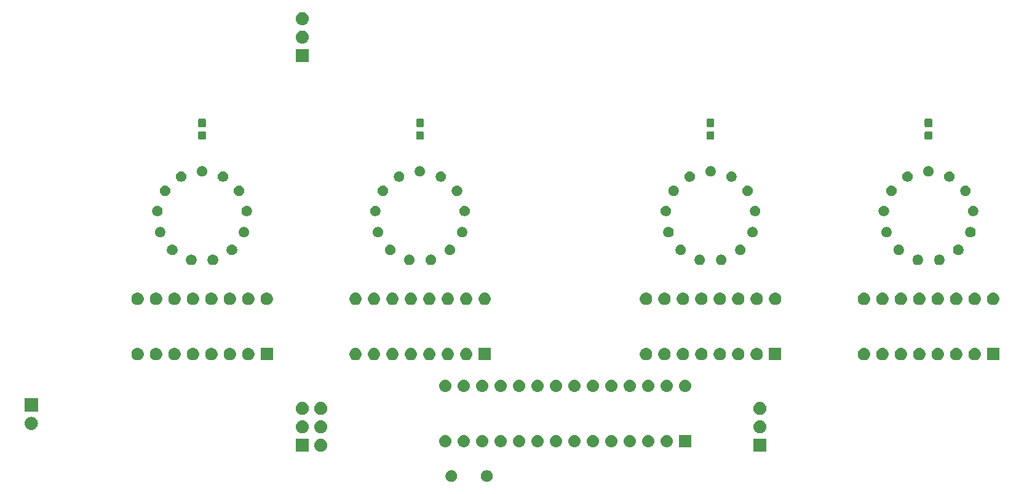
<source format=gbr>
G04 #@! TF.GenerationSoftware,KiCad,Pcbnew,(5.0.2)-1*
G04 #@! TF.CreationDate,2020-02-13T22:52:32+01:00*
G04 #@! TF.ProjectId,Nixie_Clock,4e697869-655f-4436-9c6f-636b2e6b6963,rev?*
G04 #@! TF.SameCoordinates,Original*
G04 #@! TF.FileFunction,Soldermask,Top*
G04 #@! TF.FilePolarity,Negative*
%FSLAX46Y46*%
G04 Gerber Fmt 4.6, Leading zero omitted, Abs format (unit mm)*
G04 Created by KiCad (PCBNEW (5.0.2)-1) date 13.02.2020 22:52:32*
%MOMM*%
%LPD*%
G01*
G04 APERTURE LIST*
%ADD10C,0.100000*%
G04 APERTURE END LIST*
D10*
G36*
X154433643Y-155029781D02*
X154579415Y-155090162D01*
X154710611Y-155177824D01*
X154822176Y-155289389D01*
X154909838Y-155420585D01*
X154970219Y-155566357D01*
X155001000Y-155721107D01*
X155001000Y-155878893D01*
X154970219Y-156033643D01*
X154909838Y-156179415D01*
X154822176Y-156310611D01*
X154710611Y-156422176D01*
X154579415Y-156509838D01*
X154433643Y-156570219D01*
X154278893Y-156601000D01*
X154121107Y-156601000D01*
X153966357Y-156570219D01*
X153820585Y-156509838D01*
X153689389Y-156422176D01*
X153577824Y-156310611D01*
X153490162Y-156179415D01*
X153429781Y-156033643D01*
X153399000Y-155878893D01*
X153399000Y-155721107D01*
X153429781Y-155566357D01*
X153490162Y-155420585D01*
X153577824Y-155289389D01*
X153689389Y-155177824D01*
X153820585Y-155090162D01*
X153966357Y-155029781D01*
X154121107Y-154999000D01*
X154278893Y-154999000D01*
X154433643Y-155029781D01*
X154433643Y-155029781D01*
G37*
G36*
X149553643Y-155029781D02*
X149699415Y-155090162D01*
X149830611Y-155177824D01*
X149942176Y-155289389D01*
X150029838Y-155420585D01*
X150090219Y-155566357D01*
X150121000Y-155721107D01*
X150121000Y-155878893D01*
X150090219Y-156033643D01*
X150029838Y-156179415D01*
X149942176Y-156310611D01*
X149830611Y-156422176D01*
X149699415Y-156509838D01*
X149553643Y-156570219D01*
X149398893Y-156601000D01*
X149241107Y-156601000D01*
X149086357Y-156570219D01*
X148940585Y-156509838D01*
X148809389Y-156422176D01*
X148697824Y-156310611D01*
X148610162Y-156179415D01*
X148549781Y-156033643D01*
X148519000Y-155878893D01*
X148519000Y-155721107D01*
X148549781Y-155566357D01*
X148610162Y-155420585D01*
X148697824Y-155289389D01*
X148809389Y-155177824D01*
X148940585Y-155090162D01*
X149086357Y-155029781D01*
X149241107Y-154999000D01*
X149398893Y-154999000D01*
X149553643Y-155029781D01*
X149553643Y-155029781D01*
G37*
G36*
X129701000Y-152441000D02*
X127899000Y-152441000D01*
X127899000Y-150639000D01*
X129701000Y-150639000D01*
X129701000Y-152441000D01*
X129701000Y-152441000D01*
G37*
G36*
X192701000Y-152441000D02*
X190899000Y-152441000D01*
X190899000Y-150639000D01*
X192701000Y-150639000D01*
X192701000Y-152441000D01*
X192701000Y-152441000D01*
G37*
G36*
X131450442Y-150645518D02*
X131516627Y-150652037D01*
X131629853Y-150686384D01*
X131686467Y-150703557D01*
X131825087Y-150777652D01*
X131842991Y-150787222D01*
X131878729Y-150816552D01*
X131980186Y-150899814D01*
X132062405Y-151000000D01*
X132092778Y-151037009D01*
X132092779Y-151037011D01*
X132176443Y-151193533D01*
X132176443Y-151193534D01*
X132227963Y-151363373D01*
X132245359Y-151540000D01*
X132227963Y-151716627D01*
X132205698Y-151790025D01*
X132176443Y-151886467D01*
X132102348Y-152025087D01*
X132092778Y-152042991D01*
X132063448Y-152078729D01*
X131980186Y-152180186D01*
X131878729Y-152263448D01*
X131842991Y-152292778D01*
X131842989Y-152292779D01*
X131686467Y-152376443D01*
X131629853Y-152393616D01*
X131516627Y-152427963D01*
X131450442Y-152434482D01*
X131384260Y-152441000D01*
X131295740Y-152441000D01*
X131229558Y-152434482D01*
X131163373Y-152427963D01*
X131050147Y-152393616D01*
X130993533Y-152376443D01*
X130837011Y-152292779D01*
X130837009Y-152292778D01*
X130801271Y-152263448D01*
X130699814Y-152180186D01*
X130616552Y-152078729D01*
X130587222Y-152042991D01*
X130577652Y-152025087D01*
X130503557Y-151886467D01*
X130474302Y-151790025D01*
X130452037Y-151716627D01*
X130434641Y-151540000D01*
X130452037Y-151363373D01*
X130503557Y-151193534D01*
X130503557Y-151193533D01*
X130587221Y-151037011D01*
X130587222Y-151037009D01*
X130617595Y-151000000D01*
X130699814Y-150899814D01*
X130801271Y-150816552D01*
X130837009Y-150787222D01*
X130854913Y-150777652D01*
X130993533Y-150703557D01*
X131050147Y-150686384D01*
X131163373Y-150652037D01*
X131229558Y-150645518D01*
X131295740Y-150639000D01*
X131384260Y-150639000D01*
X131450442Y-150645518D01*
X131450442Y-150645518D01*
G37*
G36*
X151186821Y-150161313D02*
X151186824Y-150161314D01*
X151186825Y-150161314D01*
X151347239Y-150209975D01*
X151347241Y-150209976D01*
X151347244Y-150209977D01*
X151495078Y-150288995D01*
X151624659Y-150395341D01*
X151731005Y-150524922D01*
X151810023Y-150672756D01*
X151810024Y-150672759D01*
X151810025Y-150672761D01*
X151844746Y-150787221D01*
X151858687Y-150833179D01*
X151875117Y-151000000D01*
X151858687Y-151166821D01*
X151810023Y-151327244D01*
X151731005Y-151475078D01*
X151624659Y-151604659D01*
X151495078Y-151711005D01*
X151347244Y-151790023D01*
X151347241Y-151790024D01*
X151347239Y-151790025D01*
X151186825Y-151838686D01*
X151186824Y-151838686D01*
X151186821Y-151838687D01*
X151061804Y-151851000D01*
X150978196Y-151851000D01*
X150853179Y-151838687D01*
X150853176Y-151838686D01*
X150853175Y-151838686D01*
X150692761Y-151790025D01*
X150692759Y-151790024D01*
X150692756Y-151790023D01*
X150544922Y-151711005D01*
X150415341Y-151604659D01*
X150308995Y-151475078D01*
X150229977Y-151327244D01*
X150181313Y-151166821D01*
X150164883Y-151000000D01*
X150181313Y-150833179D01*
X150195254Y-150787221D01*
X150229975Y-150672761D01*
X150229976Y-150672759D01*
X150229977Y-150672756D01*
X150308995Y-150524922D01*
X150415341Y-150395341D01*
X150544922Y-150288995D01*
X150692756Y-150209977D01*
X150692759Y-150209976D01*
X150692761Y-150209975D01*
X150853175Y-150161314D01*
X150853176Y-150161314D01*
X150853179Y-150161313D01*
X150978196Y-150149000D01*
X151061804Y-150149000D01*
X151186821Y-150161313D01*
X151186821Y-150161313D01*
G37*
G36*
X148646821Y-150161313D02*
X148646824Y-150161314D01*
X148646825Y-150161314D01*
X148807239Y-150209975D01*
X148807241Y-150209976D01*
X148807244Y-150209977D01*
X148955078Y-150288995D01*
X149084659Y-150395341D01*
X149191005Y-150524922D01*
X149270023Y-150672756D01*
X149270024Y-150672759D01*
X149270025Y-150672761D01*
X149304746Y-150787221D01*
X149318687Y-150833179D01*
X149335117Y-151000000D01*
X149318687Y-151166821D01*
X149270023Y-151327244D01*
X149191005Y-151475078D01*
X149084659Y-151604659D01*
X148955078Y-151711005D01*
X148807244Y-151790023D01*
X148807241Y-151790024D01*
X148807239Y-151790025D01*
X148646825Y-151838686D01*
X148646824Y-151838686D01*
X148646821Y-151838687D01*
X148521804Y-151851000D01*
X148438196Y-151851000D01*
X148313179Y-151838687D01*
X148313176Y-151838686D01*
X148313175Y-151838686D01*
X148152761Y-151790025D01*
X148152759Y-151790024D01*
X148152756Y-151790023D01*
X148004922Y-151711005D01*
X147875341Y-151604659D01*
X147768995Y-151475078D01*
X147689977Y-151327244D01*
X147641313Y-151166821D01*
X147624883Y-151000000D01*
X147641313Y-150833179D01*
X147655254Y-150787221D01*
X147689975Y-150672761D01*
X147689976Y-150672759D01*
X147689977Y-150672756D01*
X147768995Y-150524922D01*
X147875341Y-150395341D01*
X148004922Y-150288995D01*
X148152756Y-150209977D01*
X148152759Y-150209976D01*
X148152761Y-150209975D01*
X148313175Y-150161314D01*
X148313176Y-150161314D01*
X148313179Y-150161313D01*
X148438196Y-150149000D01*
X148521804Y-150149000D01*
X148646821Y-150161313D01*
X148646821Y-150161313D01*
G37*
G36*
X153726821Y-150161313D02*
X153726824Y-150161314D01*
X153726825Y-150161314D01*
X153887239Y-150209975D01*
X153887241Y-150209976D01*
X153887244Y-150209977D01*
X154035078Y-150288995D01*
X154164659Y-150395341D01*
X154271005Y-150524922D01*
X154350023Y-150672756D01*
X154350024Y-150672759D01*
X154350025Y-150672761D01*
X154384746Y-150787221D01*
X154398687Y-150833179D01*
X154415117Y-151000000D01*
X154398687Y-151166821D01*
X154350023Y-151327244D01*
X154271005Y-151475078D01*
X154164659Y-151604659D01*
X154035078Y-151711005D01*
X153887244Y-151790023D01*
X153887241Y-151790024D01*
X153887239Y-151790025D01*
X153726825Y-151838686D01*
X153726824Y-151838686D01*
X153726821Y-151838687D01*
X153601804Y-151851000D01*
X153518196Y-151851000D01*
X153393179Y-151838687D01*
X153393176Y-151838686D01*
X153393175Y-151838686D01*
X153232761Y-151790025D01*
X153232759Y-151790024D01*
X153232756Y-151790023D01*
X153084922Y-151711005D01*
X152955341Y-151604659D01*
X152848995Y-151475078D01*
X152769977Y-151327244D01*
X152721313Y-151166821D01*
X152704883Y-151000000D01*
X152721313Y-150833179D01*
X152735254Y-150787221D01*
X152769975Y-150672761D01*
X152769976Y-150672759D01*
X152769977Y-150672756D01*
X152848995Y-150524922D01*
X152955341Y-150395341D01*
X153084922Y-150288995D01*
X153232756Y-150209977D01*
X153232759Y-150209976D01*
X153232761Y-150209975D01*
X153393175Y-150161314D01*
X153393176Y-150161314D01*
X153393179Y-150161313D01*
X153518196Y-150149000D01*
X153601804Y-150149000D01*
X153726821Y-150161313D01*
X153726821Y-150161313D01*
G37*
G36*
X156266821Y-150161313D02*
X156266824Y-150161314D01*
X156266825Y-150161314D01*
X156427239Y-150209975D01*
X156427241Y-150209976D01*
X156427244Y-150209977D01*
X156575078Y-150288995D01*
X156704659Y-150395341D01*
X156811005Y-150524922D01*
X156890023Y-150672756D01*
X156890024Y-150672759D01*
X156890025Y-150672761D01*
X156924746Y-150787221D01*
X156938687Y-150833179D01*
X156955117Y-151000000D01*
X156938687Y-151166821D01*
X156890023Y-151327244D01*
X156811005Y-151475078D01*
X156704659Y-151604659D01*
X156575078Y-151711005D01*
X156427244Y-151790023D01*
X156427241Y-151790024D01*
X156427239Y-151790025D01*
X156266825Y-151838686D01*
X156266824Y-151838686D01*
X156266821Y-151838687D01*
X156141804Y-151851000D01*
X156058196Y-151851000D01*
X155933179Y-151838687D01*
X155933176Y-151838686D01*
X155933175Y-151838686D01*
X155772761Y-151790025D01*
X155772759Y-151790024D01*
X155772756Y-151790023D01*
X155624922Y-151711005D01*
X155495341Y-151604659D01*
X155388995Y-151475078D01*
X155309977Y-151327244D01*
X155261313Y-151166821D01*
X155244883Y-151000000D01*
X155261313Y-150833179D01*
X155275254Y-150787221D01*
X155309975Y-150672761D01*
X155309976Y-150672759D01*
X155309977Y-150672756D01*
X155388995Y-150524922D01*
X155495341Y-150395341D01*
X155624922Y-150288995D01*
X155772756Y-150209977D01*
X155772759Y-150209976D01*
X155772761Y-150209975D01*
X155933175Y-150161314D01*
X155933176Y-150161314D01*
X155933179Y-150161313D01*
X156058196Y-150149000D01*
X156141804Y-150149000D01*
X156266821Y-150161313D01*
X156266821Y-150161313D01*
G37*
G36*
X158806821Y-150161313D02*
X158806824Y-150161314D01*
X158806825Y-150161314D01*
X158967239Y-150209975D01*
X158967241Y-150209976D01*
X158967244Y-150209977D01*
X159115078Y-150288995D01*
X159244659Y-150395341D01*
X159351005Y-150524922D01*
X159430023Y-150672756D01*
X159430024Y-150672759D01*
X159430025Y-150672761D01*
X159464746Y-150787221D01*
X159478687Y-150833179D01*
X159495117Y-151000000D01*
X159478687Y-151166821D01*
X159430023Y-151327244D01*
X159351005Y-151475078D01*
X159244659Y-151604659D01*
X159115078Y-151711005D01*
X158967244Y-151790023D01*
X158967241Y-151790024D01*
X158967239Y-151790025D01*
X158806825Y-151838686D01*
X158806824Y-151838686D01*
X158806821Y-151838687D01*
X158681804Y-151851000D01*
X158598196Y-151851000D01*
X158473179Y-151838687D01*
X158473176Y-151838686D01*
X158473175Y-151838686D01*
X158312761Y-151790025D01*
X158312759Y-151790024D01*
X158312756Y-151790023D01*
X158164922Y-151711005D01*
X158035341Y-151604659D01*
X157928995Y-151475078D01*
X157849977Y-151327244D01*
X157801313Y-151166821D01*
X157784883Y-151000000D01*
X157801313Y-150833179D01*
X157815254Y-150787221D01*
X157849975Y-150672761D01*
X157849976Y-150672759D01*
X157849977Y-150672756D01*
X157928995Y-150524922D01*
X158035341Y-150395341D01*
X158164922Y-150288995D01*
X158312756Y-150209977D01*
X158312759Y-150209976D01*
X158312761Y-150209975D01*
X158473175Y-150161314D01*
X158473176Y-150161314D01*
X158473179Y-150161313D01*
X158598196Y-150149000D01*
X158681804Y-150149000D01*
X158806821Y-150161313D01*
X158806821Y-150161313D01*
G37*
G36*
X161346821Y-150161313D02*
X161346824Y-150161314D01*
X161346825Y-150161314D01*
X161507239Y-150209975D01*
X161507241Y-150209976D01*
X161507244Y-150209977D01*
X161655078Y-150288995D01*
X161784659Y-150395341D01*
X161891005Y-150524922D01*
X161970023Y-150672756D01*
X161970024Y-150672759D01*
X161970025Y-150672761D01*
X162004746Y-150787221D01*
X162018687Y-150833179D01*
X162035117Y-151000000D01*
X162018687Y-151166821D01*
X161970023Y-151327244D01*
X161891005Y-151475078D01*
X161784659Y-151604659D01*
X161655078Y-151711005D01*
X161507244Y-151790023D01*
X161507241Y-151790024D01*
X161507239Y-151790025D01*
X161346825Y-151838686D01*
X161346824Y-151838686D01*
X161346821Y-151838687D01*
X161221804Y-151851000D01*
X161138196Y-151851000D01*
X161013179Y-151838687D01*
X161013176Y-151838686D01*
X161013175Y-151838686D01*
X160852761Y-151790025D01*
X160852759Y-151790024D01*
X160852756Y-151790023D01*
X160704922Y-151711005D01*
X160575341Y-151604659D01*
X160468995Y-151475078D01*
X160389977Y-151327244D01*
X160341313Y-151166821D01*
X160324883Y-151000000D01*
X160341313Y-150833179D01*
X160355254Y-150787221D01*
X160389975Y-150672761D01*
X160389976Y-150672759D01*
X160389977Y-150672756D01*
X160468995Y-150524922D01*
X160575341Y-150395341D01*
X160704922Y-150288995D01*
X160852756Y-150209977D01*
X160852759Y-150209976D01*
X160852761Y-150209975D01*
X161013175Y-150161314D01*
X161013176Y-150161314D01*
X161013179Y-150161313D01*
X161138196Y-150149000D01*
X161221804Y-150149000D01*
X161346821Y-150161313D01*
X161346821Y-150161313D01*
G37*
G36*
X163886821Y-150161313D02*
X163886824Y-150161314D01*
X163886825Y-150161314D01*
X164047239Y-150209975D01*
X164047241Y-150209976D01*
X164047244Y-150209977D01*
X164195078Y-150288995D01*
X164324659Y-150395341D01*
X164431005Y-150524922D01*
X164510023Y-150672756D01*
X164510024Y-150672759D01*
X164510025Y-150672761D01*
X164544746Y-150787221D01*
X164558687Y-150833179D01*
X164575117Y-151000000D01*
X164558687Y-151166821D01*
X164510023Y-151327244D01*
X164431005Y-151475078D01*
X164324659Y-151604659D01*
X164195078Y-151711005D01*
X164047244Y-151790023D01*
X164047241Y-151790024D01*
X164047239Y-151790025D01*
X163886825Y-151838686D01*
X163886824Y-151838686D01*
X163886821Y-151838687D01*
X163761804Y-151851000D01*
X163678196Y-151851000D01*
X163553179Y-151838687D01*
X163553176Y-151838686D01*
X163553175Y-151838686D01*
X163392761Y-151790025D01*
X163392759Y-151790024D01*
X163392756Y-151790023D01*
X163244922Y-151711005D01*
X163115341Y-151604659D01*
X163008995Y-151475078D01*
X162929977Y-151327244D01*
X162881313Y-151166821D01*
X162864883Y-151000000D01*
X162881313Y-150833179D01*
X162895254Y-150787221D01*
X162929975Y-150672761D01*
X162929976Y-150672759D01*
X162929977Y-150672756D01*
X163008995Y-150524922D01*
X163115341Y-150395341D01*
X163244922Y-150288995D01*
X163392756Y-150209977D01*
X163392759Y-150209976D01*
X163392761Y-150209975D01*
X163553175Y-150161314D01*
X163553176Y-150161314D01*
X163553179Y-150161313D01*
X163678196Y-150149000D01*
X163761804Y-150149000D01*
X163886821Y-150161313D01*
X163886821Y-150161313D01*
G37*
G36*
X171506821Y-150161313D02*
X171506824Y-150161314D01*
X171506825Y-150161314D01*
X171667239Y-150209975D01*
X171667241Y-150209976D01*
X171667244Y-150209977D01*
X171815078Y-150288995D01*
X171944659Y-150395341D01*
X172051005Y-150524922D01*
X172130023Y-150672756D01*
X172130024Y-150672759D01*
X172130025Y-150672761D01*
X172164746Y-150787221D01*
X172178687Y-150833179D01*
X172195117Y-151000000D01*
X172178687Y-151166821D01*
X172130023Y-151327244D01*
X172051005Y-151475078D01*
X171944659Y-151604659D01*
X171815078Y-151711005D01*
X171667244Y-151790023D01*
X171667241Y-151790024D01*
X171667239Y-151790025D01*
X171506825Y-151838686D01*
X171506824Y-151838686D01*
X171506821Y-151838687D01*
X171381804Y-151851000D01*
X171298196Y-151851000D01*
X171173179Y-151838687D01*
X171173176Y-151838686D01*
X171173175Y-151838686D01*
X171012761Y-151790025D01*
X171012759Y-151790024D01*
X171012756Y-151790023D01*
X170864922Y-151711005D01*
X170735341Y-151604659D01*
X170628995Y-151475078D01*
X170549977Y-151327244D01*
X170501313Y-151166821D01*
X170484883Y-151000000D01*
X170501313Y-150833179D01*
X170515254Y-150787221D01*
X170549975Y-150672761D01*
X170549976Y-150672759D01*
X170549977Y-150672756D01*
X170628995Y-150524922D01*
X170735341Y-150395341D01*
X170864922Y-150288995D01*
X171012756Y-150209977D01*
X171012759Y-150209976D01*
X171012761Y-150209975D01*
X171173175Y-150161314D01*
X171173176Y-150161314D01*
X171173179Y-150161313D01*
X171298196Y-150149000D01*
X171381804Y-150149000D01*
X171506821Y-150161313D01*
X171506821Y-150161313D01*
G37*
G36*
X182351000Y-151851000D02*
X180649000Y-151851000D01*
X180649000Y-150149000D01*
X182351000Y-150149000D01*
X182351000Y-151851000D01*
X182351000Y-151851000D01*
G37*
G36*
X179126821Y-150161313D02*
X179126824Y-150161314D01*
X179126825Y-150161314D01*
X179287239Y-150209975D01*
X179287241Y-150209976D01*
X179287244Y-150209977D01*
X179435078Y-150288995D01*
X179564659Y-150395341D01*
X179671005Y-150524922D01*
X179750023Y-150672756D01*
X179750024Y-150672759D01*
X179750025Y-150672761D01*
X179784746Y-150787221D01*
X179798687Y-150833179D01*
X179815117Y-151000000D01*
X179798687Y-151166821D01*
X179750023Y-151327244D01*
X179671005Y-151475078D01*
X179564659Y-151604659D01*
X179435078Y-151711005D01*
X179287244Y-151790023D01*
X179287241Y-151790024D01*
X179287239Y-151790025D01*
X179126825Y-151838686D01*
X179126824Y-151838686D01*
X179126821Y-151838687D01*
X179001804Y-151851000D01*
X178918196Y-151851000D01*
X178793179Y-151838687D01*
X178793176Y-151838686D01*
X178793175Y-151838686D01*
X178632761Y-151790025D01*
X178632759Y-151790024D01*
X178632756Y-151790023D01*
X178484922Y-151711005D01*
X178355341Y-151604659D01*
X178248995Y-151475078D01*
X178169977Y-151327244D01*
X178121313Y-151166821D01*
X178104883Y-151000000D01*
X178121313Y-150833179D01*
X178135254Y-150787221D01*
X178169975Y-150672761D01*
X178169976Y-150672759D01*
X178169977Y-150672756D01*
X178248995Y-150524922D01*
X178355341Y-150395341D01*
X178484922Y-150288995D01*
X178632756Y-150209977D01*
X178632759Y-150209976D01*
X178632761Y-150209975D01*
X178793175Y-150161314D01*
X178793176Y-150161314D01*
X178793179Y-150161313D01*
X178918196Y-150149000D01*
X179001804Y-150149000D01*
X179126821Y-150161313D01*
X179126821Y-150161313D01*
G37*
G36*
X176586821Y-150161313D02*
X176586824Y-150161314D01*
X176586825Y-150161314D01*
X176747239Y-150209975D01*
X176747241Y-150209976D01*
X176747244Y-150209977D01*
X176895078Y-150288995D01*
X177024659Y-150395341D01*
X177131005Y-150524922D01*
X177210023Y-150672756D01*
X177210024Y-150672759D01*
X177210025Y-150672761D01*
X177244746Y-150787221D01*
X177258687Y-150833179D01*
X177275117Y-151000000D01*
X177258687Y-151166821D01*
X177210023Y-151327244D01*
X177131005Y-151475078D01*
X177024659Y-151604659D01*
X176895078Y-151711005D01*
X176747244Y-151790023D01*
X176747241Y-151790024D01*
X176747239Y-151790025D01*
X176586825Y-151838686D01*
X176586824Y-151838686D01*
X176586821Y-151838687D01*
X176461804Y-151851000D01*
X176378196Y-151851000D01*
X176253179Y-151838687D01*
X176253176Y-151838686D01*
X176253175Y-151838686D01*
X176092761Y-151790025D01*
X176092759Y-151790024D01*
X176092756Y-151790023D01*
X175944922Y-151711005D01*
X175815341Y-151604659D01*
X175708995Y-151475078D01*
X175629977Y-151327244D01*
X175581313Y-151166821D01*
X175564883Y-151000000D01*
X175581313Y-150833179D01*
X175595254Y-150787221D01*
X175629975Y-150672761D01*
X175629976Y-150672759D01*
X175629977Y-150672756D01*
X175708995Y-150524922D01*
X175815341Y-150395341D01*
X175944922Y-150288995D01*
X176092756Y-150209977D01*
X176092759Y-150209976D01*
X176092761Y-150209975D01*
X176253175Y-150161314D01*
X176253176Y-150161314D01*
X176253179Y-150161313D01*
X176378196Y-150149000D01*
X176461804Y-150149000D01*
X176586821Y-150161313D01*
X176586821Y-150161313D01*
G37*
G36*
X174046821Y-150161313D02*
X174046824Y-150161314D01*
X174046825Y-150161314D01*
X174207239Y-150209975D01*
X174207241Y-150209976D01*
X174207244Y-150209977D01*
X174355078Y-150288995D01*
X174484659Y-150395341D01*
X174591005Y-150524922D01*
X174670023Y-150672756D01*
X174670024Y-150672759D01*
X174670025Y-150672761D01*
X174704746Y-150787221D01*
X174718687Y-150833179D01*
X174735117Y-151000000D01*
X174718687Y-151166821D01*
X174670023Y-151327244D01*
X174591005Y-151475078D01*
X174484659Y-151604659D01*
X174355078Y-151711005D01*
X174207244Y-151790023D01*
X174207241Y-151790024D01*
X174207239Y-151790025D01*
X174046825Y-151838686D01*
X174046824Y-151838686D01*
X174046821Y-151838687D01*
X173921804Y-151851000D01*
X173838196Y-151851000D01*
X173713179Y-151838687D01*
X173713176Y-151838686D01*
X173713175Y-151838686D01*
X173552761Y-151790025D01*
X173552759Y-151790024D01*
X173552756Y-151790023D01*
X173404922Y-151711005D01*
X173275341Y-151604659D01*
X173168995Y-151475078D01*
X173089977Y-151327244D01*
X173041313Y-151166821D01*
X173024883Y-151000000D01*
X173041313Y-150833179D01*
X173055254Y-150787221D01*
X173089975Y-150672761D01*
X173089976Y-150672759D01*
X173089977Y-150672756D01*
X173168995Y-150524922D01*
X173275341Y-150395341D01*
X173404922Y-150288995D01*
X173552756Y-150209977D01*
X173552759Y-150209976D01*
X173552761Y-150209975D01*
X173713175Y-150161314D01*
X173713176Y-150161314D01*
X173713179Y-150161313D01*
X173838196Y-150149000D01*
X173921804Y-150149000D01*
X174046821Y-150161313D01*
X174046821Y-150161313D01*
G37*
G36*
X168966821Y-150161313D02*
X168966824Y-150161314D01*
X168966825Y-150161314D01*
X169127239Y-150209975D01*
X169127241Y-150209976D01*
X169127244Y-150209977D01*
X169275078Y-150288995D01*
X169404659Y-150395341D01*
X169511005Y-150524922D01*
X169590023Y-150672756D01*
X169590024Y-150672759D01*
X169590025Y-150672761D01*
X169624746Y-150787221D01*
X169638687Y-150833179D01*
X169655117Y-151000000D01*
X169638687Y-151166821D01*
X169590023Y-151327244D01*
X169511005Y-151475078D01*
X169404659Y-151604659D01*
X169275078Y-151711005D01*
X169127244Y-151790023D01*
X169127241Y-151790024D01*
X169127239Y-151790025D01*
X168966825Y-151838686D01*
X168966824Y-151838686D01*
X168966821Y-151838687D01*
X168841804Y-151851000D01*
X168758196Y-151851000D01*
X168633179Y-151838687D01*
X168633176Y-151838686D01*
X168633175Y-151838686D01*
X168472761Y-151790025D01*
X168472759Y-151790024D01*
X168472756Y-151790023D01*
X168324922Y-151711005D01*
X168195341Y-151604659D01*
X168088995Y-151475078D01*
X168009977Y-151327244D01*
X167961313Y-151166821D01*
X167944883Y-151000000D01*
X167961313Y-150833179D01*
X167975254Y-150787221D01*
X168009975Y-150672761D01*
X168009976Y-150672759D01*
X168009977Y-150672756D01*
X168088995Y-150524922D01*
X168195341Y-150395341D01*
X168324922Y-150288995D01*
X168472756Y-150209977D01*
X168472759Y-150209976D01*
X168472761Y-150209975D01*
X168633175Y-150161314D01*
X168633176Y-150161314D01*
X168633179Y-150161313D01*
X168758196Y-150149000D01*
X168841804Y-150149000D01*
X168966821Y-150161313D01*
X168966821Y-150161313D01*
G37*
G36*
X166426821Y-150161313D02*
X166426824Y-150161314D01*
X166426825Y-150161314D01*
X166587239Y-150209975D01*
X166587241Y-150209976D01*
X166587244Y-150209977D01*
X166735078Y-150288995D01*
X166864659Y-150395341D01*
X166971005Y-150524922D01*
X167050023Y-150672756D01*
X167050024Y-150672759D01*
X167050025Y-150672761D01*
X167084746Y-150787221D01*
X167098687Y-150833179D01*
X167115117Y-151000000D01*
X167098687Y-151166821D01*
X167050023Y-151327244D01*
X166971005Y-151475078D01*
X166864659Y-151604659D01*
X166735078Y-151711005D01*
X166587244Y-151790023D01*
X166587241Y-151790024D01*
X166587239Y-151790025D01*
X166426825Y-151838686D01*
X166426824Y-151838686D01*
X166426821Y-151838687D01*
X166301804Y-151851000D01*
X166218196Y-151851000D01*
X166093179Y-151838687D01*
X166093176Y-151838686D01*
X166093175Y-151838686D01*
X165932761Y-151790025D01*
X165932759Y-151790024D01*
X165932756Y-151790023D01*
X165784922Y-151711005D01*
X165655341Y-151604659D01*
X165548995Y-151475078D01*
X165469977Y-151327244D01*
X165421313Y-151166821D01*
X165404883Y-151000000D01*
X165421313Y-150833179D01*
X165435254Y-150787221D01*
X165469975Y-150672761D01*
X165469976Y-150672759D01*
X165469977Y-150672756D01*
X165548995Y-150524922D01*
X165655341Y-150395341D01*
X165784922Y-150288995D01*
X165932756Y-150209977D01*
X165932759Y-150209976D01*
X165932761Y-150209975D01*
X166093175Y-150161314D01*
X166093176Y-150161314D01*
X166093179Y-150161313D01*
X166218196Y-150149000D01*
X166301804Y-150149000D01*
X166426821Y-150161313D01*
X166426821Y-150161313D01*
G37*
G36*
X191910442Y-148105518D02*
X191976627Y-148112037D01*
X192089853Y-148146384D01*
X192146467Y-148163557D01*
X192202547Y-148193533D01*
X192302991Y-148247222D01*
X192338729Y-148276552D01*
X192440186Y-148359814D01*
X192523448Y-148461271D01*
X192552778Y-148497009D01*
X192552779Y-148497011D01*
X192636443Y-148653533D01*
X192636443Y-148653534D01*
X192687963Y-148823373D01*
X192705359Y-149000000D01*
X192687963Y-149176627D01*
X192686883Y-149180186D01*
X192636443Y-149346467D01*
X192620420Y-149376443D01*
X192552778Y-149502991D01*
X192523448Y-149538729D01*
X192440186Y-149640186D01*
X192338729Y-149723448D01*
X192302991Y-149752778D01*
X192302989Y-149752779D01*
X192146467Y-149836443D01*
X192089853Y-149853616D01*
X191976627Y-149887963D01*
X191910442Y-149894482D01*
X191844260Y-149901000D01*
X191755740Y-149901000D01*
X191689558Y-149894482D01*
X191623373Y-149887963D01*
X191510147Y-149853616D01*
X191453533Y-149836443D01*
X191297011Y-149752779D01*
X191297009Y-149752778D01*
X191261271Y-149723448D01*
X191159814Y-149640186D01*
X191076552Y-149538729D01*
X191047222Y-149502991D01*
X190979580Y-149376443D01*
X190963557Y-149346467D01*
X190913117Y-149180186D01*
X190912037Y-149176627D01*
X190894641Y-149000000D01*
X190912037Y-148823373D01*
X190963557Y-148653534D01*
X190963557Y-148653533D01*
X191047221Y-148497011D01*
X191047222Y-148497009D01*
X191076552Y-148461271D01*
X191159814Y-148359814D01*
X191261271Y-148276552D01*
X191297009Y-148247222D01*
X191397453Y-148193533D01*
X191453533Y-148163557D01*
X191510147Y-148146384D01*
X191623373Y-148112037D01*
X191689558Y-148105518D01*
X191755740Y-148099000D01*
X191844260Y-148099000D01*
X191910442Y-148105518D01*
X191910442Y-148105518D01*
G37*
G36*
X128910442Y-148105518D02*
X128976627Y-148112037D01*
X129089853Y-148146384D01*
X129146467Y-148163557D01*
X129202547Y-148193533D01*
X129302991Y-148247222D01*
X129338729Y-148276552D01*
X129440186Y-148359814D01*
X129523448Y-148461271D01*
X129552778Y-148497009D01*
X129552779Y-148497011D01*
X129636443Y-148653533D01*
X129636443Y-148653534D01*
X129687963Y-148823373D01*
X129705359Y-149000000D01*
X129687963Y-149176627D01*
X129686883Y-149180186D01*
X129636443Y-149346467D01*
X129620420Y-149376443D01*
X129552778Y-149502991D01*
X129523448Y-149538729D01*
X129440186Y-149640186D01*
X129338729Y-149723448D01*
X129302991Y-149752778D01*
X129302989Y-149752779D01*
X129146467Y-149836443D01*
X129089853Y-149853616D01*
X128976627Y-149887963D01*
X128910442Y-149894482D01*
X128844260Y-149901000D01*
X128755740Y-149901000D01*
X128689558Y-149894482D01*
X128623373Y-149887963D01*
X128510147Y-149853616D01*
X128453533Y-149836443D01*
X128297011Y-149752779D01*
X128297009Y-149752778D01*
X128261271Y-149723448D01*
X128159814Y-149640186D01*
X128076552Y-149538729D01*
X128047222Y-149502991D01*
X127979580Y-149376443D01*
X127963557Y-149346467D01*
X127913117Y-149180186D01*
X127912037Y-149176627D01*
X127894641Y-149000000D01*
X127912037Y-148823373D01*
X127963557Y-148653534D01*
X127963557Y-148653533D01*
X128047221Y-148497011D01*
X128047222Y-148497009D01*
X128076552Y-148461271D01*
X128159814Y-148359814D01*
X128261271Y-148276552D01*
X128297009Y-148247222D01*
X128397453Y-148193533D01*
X128453533Y-148163557D01*
X128510147Y-148146384D01*
X128623373Y-148112037D01*
X128689558Y-148105518D01*
X128755740Y-148099000D01*
X128844260Y-148099000D01*
X128910442Y-148105518D01*
X128910442Y-148105518D01*
G37*
G36*
X131450442Y-148105518D02*
X131516627Y-148112037D01*
X131629853Y-148146384D01*
X131686467Y-148163557D01*
X131742547Y-148193533D01*
X131842991Y-148247222D01*
X131878729Y-148276552D01*
X131980186Y-148359814D01*
X132063448Y-148461271D01*
X132092778Y-148497009D01*
X132092779Y-148497011D01*
X132176443Y-148653533D01*
X132176443Y-148653534D01*
X132227963Y-148823373D01*
X132245359Y-149000000D01*
X132227963Y-149176627D01*
X132226883Y-149180186D01*
X132176443Y-149346467D01*
X132160420Y-149376443D01*
X132092778Y-149502991D01*
X132063448Y-149538729D01*
X131980186Y-149640186D01*
X131878729Y-149723448D01*
X131842991Y-149752778D01*
X131842989Y-149752779D01*
X131686467Y-149836443D01*
X131629853Y-149853616D01*
X131516627Y-149887963D01*
X131450442Y-149894482D01*
X131384260Y-149901000D01*
X131295740Y-149901000D01*
X131229558Y-149894482D01*
X131163373Y-149887963D01*
X131050147Y-149853616D01*
X130993533Y-149836443D01*
X130837011Y-149752779D01*
X130837009Y-149752778D01*
X130801271Y-149723448D01*
X130699814Y-149640186D01*
X130616552Y-149538729D01*
X130587222Y-149502991D01*
X130519580Y-149376443D01*
X130503557Y-149346467D01*
X130453117Y-149180186D01*
X130452037Y-149176627D01*
X130434641Y-149000000D01*
X130452037Y-148823373D01*
X130503557Y-148653534D01*
X130503557Y-148653533D01*
X130587221Y-148497011D01*
X130587222Y-148497009D01*
X130616552Y-148461271D01*
X130699814Y-148359814D01*
X130801271Y-148276552D01*
X130837009Y-148247222D01*
X130937453Y-148193533D01*
X130993533Y-148163557D01*
X131050147Y-148146384D01*
X131163373Y-148112037D01*
X131229558Y-148105518D01*
X131295740Y-148099000D01*
X131384260Y-148099000D01*
X131450442Y-148105518D01*
X131450442Y-148105518D01*
G37*
G36*
X91610443Y-147645519D02*
X91676627Y-147652037D01*
X91789853Y-147686384D01*
X91846467Y-147703557D01*
X91985087Y-147777652D01*
X92002991Y-147787222D01*
X92038729Y-147816552D01*
X92140186Y-147899814D01*
X92223448Y-148001271D01*
X92252778Y-148037009D01*
X92252779Y-148037011D01*
X92336443Y-148193533D01*
X92336443Y-148193534D01*
X92387963Y-148363373D01*
X92405359Y-148540000D01*
X92387963Y-148716627D01*
X92355582Y-148823373D01*
X92336443Y-148886467D01*
X92275757Y-149000000D01*
X92252778Y-149042991D01*
X92223448Y-149078729D01*
X92140186Y-149180186D01*
X92038729Y-149263448D01*
X92002991Y-149292778D01*
X92002989Y-149292779D01*
X91846467Y-149376443D01*
X91789853Y-149393616D01*
X91676627Y-149427963D01*
X91610443Y-149434481D01*
X91544260Y-149441000D01*
X91455740Y-149441000D01*
X91389557Y-149434481D01*
X91323373Y-149427963D01*
X91210147Y-149393616D01*
X91153533Y-149376443D01*
X90997011Y-149292779D01*
X90997009Y-149292778D01*
X90961271Y-149263448D01*
X90859814Y-149180186D01*
X90776552Y-149078729D01*
X90747222Y-149042991D01*
X90724243Y-149000000D01*
X90663557Y-148886467D01*
X90644418Y-148823373D01*
X90612037Y-148716627D01*
X90594641Y-148540000D01*
X90612037Y-148363373D01*
X90663557Y-148193534D01*
X90663557Y-148193533D01*
X90747221Y-148037011D01*
X90747222Y-148037009D01*
X90776552Y-148001271D01*
X90859814Y-147899814D01*
X90961271Y-147816552D01*
X90997009Y-147787222D01*
X91014913Y-147777652D01*
X91153533Y-147703557D01*
X91210147Y-147686384D01*
X91323373Y-147652037D01*
X91389557Y-147645519D01*
X91455740Y-147639000D01*
X91544260Y-147639000D01*
X91610443Y-147645519D01*
X91610443Y-147645519D01*
G37*
G36*
X128910443Y-145565519D02*
X128976627Y-145572037D01*
X129089853Y-145606384D01*
X129146467Y-145623557D01*
X129285087Y-145697652D01*
X129302991Y-145707222D01*
X129338729Y-145736552D01*
X129440186Y-145819814D01*
X129523448Y-145921271D01*
X129552778Y-145957009D01*
X129552779Y-145957011D01*
X129636443Y-146113533D01*
X129636443Y-146113534D01*
X129687963Y-146283373D01*
X129705359Y-146460000D01*
X129687963Y-146636627D01*
X129653616Y-146749853D01*
X129636443Y-146806467D01*
X129585913Y-146901000D01*
X129552778Y-146962991D01*
X129523448Y-146998729D01*
X129440186Y-147100186D01*
X129338729Y-147183448D01*
X129302991Y-147212778D01*
X129302989Y-147212779D01*
X129146467Y-147296443D01*
X129089853Y-147313616D01*
X128976627Y-147347963D01*
X128910442Y-147354482D01*
X128844260Y-147361000D01*
X128755740Y-147361000D01*
X128689558Y-147354482D01*
X128623373Y-147347963D01*
X128510147Y-147313616D01*
X128453533Y-147296443D01*
X128297011Y-147212779D01*
X128297009Y-147212778D01*
X128261271Y-147183448D01*
X128159814Y-147100186D01*
X128076552Y-146998729D01*
X128047222Y-146962991D01*
X128014087Y-146901000D01*
X127963557Y-146806467D01*
X127946384Y-146749853D01*
X127912037Y-146636627D01*
X127894641Y-146460000D01*
X127912037Y-146283373D01*
X127963557Y-146113534D01*
X127963557Y-146113533D01*
X128047221Y-145957011D01*
X128047222Y-145957009D01*
X128076552Y-145921271D01*
X128159814Y-145819814D01*
X128261271Y-145736552D01*
X128297009Y-145707222D01*
X128314913Y-145697652D01*
X128453533Y-145623557D01*
X128510147Y-145606384D01*
X128623373Y-145572037D01*
X128689557Y-145565519D01*
X128755740Y-145559000D01*
X128844260Y-145559000D01*
X128910443Y-145565519D01*
X128910443Y-145565519D01*
G37*
G36*
X191910443Y-145565519D02*
X191976627Y-145572037D01*
X192089853Y-145606384D01*
X192146467Y-145623557D01*
X192285087Y-145697652D01*
X192302991Y-145707222D01*
X192338729Y-145736552D01*
X192440186Y-145819814D01*
X192523448Y-145921271D01*
X192552778Y-145957009D01*
X192552779Y-145957011D01*
X192636443Y-146113533D01*
X192636443Y-146113534D01*
X192687963Y-146283373D01*
X192705359Y-146460000D01*
X192687963Y-146636627D01*
X192653616Y-146749853D01*
X192636443Y-146806467D01*
X192585913Y-146901000D01*
X192552778Y-146962991D01*
X192523448Y-146998729D01*
X192440186Y-147100186D01*
X192338729Y-147183448D01*
X192302991Y-147212778D01*
X192302989Y-147212779D01*
X192146467Y-147296443D01*
X192089853Y-147313616D01*
X191976627Y-147347963D01*
X191910442Y-147354482D01*
X191844260Y-147361000D01*
X191755740Y-147361000D01*
X191689558Y-147354482D01*
X191623373Y-147347963D01*
X191510147Y-147313616D01*
X191453533Y-147296443D01*
X191297011Y-147212779D01*
X191297009Y-147212778D01*
X191261271Y-147183448D01*
X191159814Y-147100186D01*
X191076552Y-146998729D01*
X191047222Y-146962991D01*
X191014087Y-146901000D01*
X190963557Y-146806467D01*
X190946384Y-146749853D01*
X190912037Y-146636627D01*
X190894641Y-146460000D01*
X190912037Y-146283373D01*
X190963557Y-146113534D01*
X190963557Y-146113533D01*
X191047221Y-145957011D01*
X191047222Y-145957009D01*
X191076552Y-145921271D01*
X191159814Y-145819814D01*
X191261271Y-145736552D01*
X191297009Y-145707222D01*
X191314913Y-145697652D01*
X191453533Y-145623557D01*
X191510147Y-145606384D01*
X191623373Y-145572037D01*
X191689557Y-145565519D01*
X191755740Y-145559000D01*
X191844260Y-145559000D01*
X191910443Y-145565519D01*
X191910443Y-145565519D01*
G37*
G36*
X131450443Y-145565519D02*
X131516627Y-145572037D01*
X131629853Y-145606384D01*
X131686467Y-145623557D01*
X131825087Y-145697652D01*
X131842991Y-145707222D01*
X131878729Y-145736552D01*
X131980186Y-145819814D01*
X132063448Y-145921271D01*
X132092778Y-145957009D01*
X132092779Y-145957011D01*
X132176443Y-146113533D01*
X132176443Y-146113534D01*
X132227963Y-146283373D01*
X132245359Y-146460000D01*
X132227963Y-146636627D01*
X132193616Y-146749853D01*
X132176443Y-146806467D01*
X132125913Y-146901000D01*
X132092778Y-146962991D01*
X132063448Y-146998729D01*
X131980186Y-147100186D01*
X131878729Y-147183448D01*
X131842991Y-147212778D01*
X131842989Y-147212779D01*
X131686467Y-147296443D01*
X131629853Y-147313616D01*
X131516627Y-147347963D01*
X131450442Y-147354482D01*
X131384260Y-147361000D01*
X131295740Y-147361000D01*
X131229558Y-147354482D01*
X131163373Y-147347963D01*
X131050147Y-147313616D01*
X130993533Y-147296443D01*
X130837011Y-147212779D01*
X130837009Y-147212778D01*
X130801271Y-147183448D01*
X130699814Y-147100186D01*
X130616552Y-146998729D01*
X130587222Y-146962991D01*
X130554087Y-146901000D01*
X130503557Y-146806467D01*
X130486384Y-146749853D01*
X130452037Y-146636627D01*
X130434641Y-146460000D01*
X130452037Y-146283373D01*
X130503557Y-146113534D01*
X130503557Y-146113533D01*
X130587221Y-145957011D01*
X130587222Y-145957009D01*
X130616552Y-145921271D01*
X130699814Y-145819814D01*
X130801271Y-145736552D01*
X130837009Y-145707222D01*
X130854913Y-145697652D01*
X130993533Y-145623557D01*
X131050147Y-145606384D01*
X131163373Y-145572037D01*
X131229557Y-145565519D01*
X131295740Y-145559000D01*
X131384260Y-145559000D01*
X131450443Y-145565519D01*
X131450443Y-145565519D01*
G37*
G36*
X92401000Y-146901000D02*
X90599000Y-146901000D01*
X90599000Y-145099000D01*
X92401000Y-145099000D01*
X92401000Y-146901000D01*
X92401000Y-146901000D01*
G37*
G36*
X174046821Y-142541313D02*
X174046824Y-142541314D01*
X174046825Y-142541314D01*
X174207239Y-142589975D01*
X174207241Y-142589976D01*
X174207244Y-142589977D01*
X174355078Y-142668995D01*
X174484659Y-142775341D01*
X174591005Y-142904922D01*
X174670023Y-143052756D01*
X174718687Y-143213179D01*
X174735117Y-143380000D01*
X174718687Y-143546821D01*
X174670023Y-143707244D01*
X174591005Y-143855078D01*
X174484659Y-143984659D01*
X174355078Y-144091005D01*
X174207244Y-144170023D01*
X174207241Y-144170024D01*
X174207239Y-144170025D01*
X174046825Y-144218686D01*
X174046824Y-144218686D01*
X174046821Y-144218687D01*
X173921804Y-144231000D01*
X173838196Y-144231000D01*
X173713179Y-144218687D01*
X173713176Y-144218686D01*
X173713175Y-144218686D01*
X173552761Y-144170025D01*
X173552759Y-144170024D01*
X173552756Y-144170023D01*
X173404922Y-144091005D01*
X173275341Y-143984659D01*
X173168995Y-143855078D01*
X173089977Y-143707244D01*
X173041313Y-143546821D01*
X173024883Y-143380000D01*
X173041313Y-143213179D01*
X173089977Y-143052756D01*
X173168995Y-142904922D01*
X173275341Y-142775341D01*
X173404922Y-142668995D01*
X173552756Y-142589977D01*
X173552759Y-142589976D01*
X173552761Y-142589975D01*
X173713175Y-142541314D01*
X173713176Y-142541314D01*
X173713179Y-142541313D01*
X173838196Y-142529000D01*
X173921804Y-142529000D01*
X174046821Y-142541313D01*
X174046821Y-142541313D01*
G37*
G36*
X176586821Y-142541313D02*
X176586824Y-142541314D01*
X176586825Y-142541314D01*
X176747239Y-142589975D01*
X176747241Y-142589976D01*
X176747244Y-142589977D01*
X176895078Y-142668995D01*
X177024659Y-142775341D01*
X177131005Y-142904922D01*
X177210023Y-143052756D01*
X177258687Y-143213179D01*
X177275117Y-143380000D01*
X177258687Y-143546821D01*
X177210023Y-143707244D01*
X177131005Y-143855078D01*
X177024659Y-143984659D01*
X176895078Y-144091005D01*
X176747244Y-144170023D01*
X176747241Y-144170024D01*
X176747239Y-144170025D01*
X176586825Y-144218686D01*
X176586824Y-144218686D01*
X176586821Y-144218687D01*
X176461804Y-144231000D01*
X176378196Y-144231000D01*
X176253179Y-144218687D01*
X176253176Y-144218686D01*
X176253175Y-144218686D01*
X176092761Y-144170025D01*
X176092759Y-144170024D01*
X176092756Y-144170023D01*
X175944922Y-144091005D01*
X175815341Y-143984659D01*
X175708995Y-143855078D01*
X175629977Y-143707244D01*
X175581313Y-143546821D01*
X175564883Y-143380000D01*
X175581313Y-143213179D01*
X175629977Y-143052756D01*
X175708995Y-142904922D01*
X175815341Y-142775341D01*
X175944922Y-142668995D01*
X176092756Y-142589977D01*
X176092759Y-142589976D01*
X176092761Y-142589975D01*
X176253175Y-142541314D01*
X176253176Y-142541314D01*
X176253179Y-142541313D01*
X176378196Y-142529000D01*
X176461804Y-142529000D01*
X176586821Y-142541313D01*
X176586821Y-142541313D01*
G37*
G36*
X171506821Y-142541313D02*
X171506824Y-142541314D01*
X171506825Y-142541314D01*
X171667239Y-142589975D01*
X171667241Y-142589976D01*
X171667244Y-142589977D01*
X171815078Y-142668995D01*
X171944659Y-142775341D01*
X172051005Y-142904922D01*
X172130023Y-143052756D01*
X172178687Y-143213179D01*
X172195117Y-143380000D01*
X172178687Y-143546821D01*
X172130023Y-143707244D01*
X172051005Y-143855078D01*
X171944659Y-143984659D01*
X171815078Y-144091005D01*
X171667244Y-144170023D01*
X171667241Y-144170024D01*
X171667239Y-144170025D01*
X171506825Y-144218686D01*
X171506824Y-144218686D01*
X171506821Y-144218687D01*
X171381804Y-144231000D01*
X171298196Y-144231000D01*
X171173179Y-144218687D01*
X171173176Y-144218686D01*
X171173175Y-144218686D01*
X171012761Y-144170025D01*
X171012759Y-144170024D01*
X171012756Y-144170023D01*
X170864922Y-144091005D01*
X170735341Y-143984659D01*
X170628995Y-143855078D01*
X170549977Y-143707244D01*
X170501313Y-143546821D01*
X170484883Y-143380000D01*
X170501313Y-143213179D01*
X170549977Y-143052756D01*
X170628995Y-142904922D01*
X170735341Y-142775341D01*
X170864922Y-142668995D01*
X171012756Y-142589977D01*
X171012759Y-142589976D01*
X171012761Y-142589975D01*
X171173175Y-142541314D01*
X171173176Y-142541314D01*
X171173179Y-142541313D01*
X171298196Y-142529000D01*
X171381804Y-142529000D01*
X171506821Y-142541313D01*
X171506821Y-142541313D01*
G37*
G36*
X168966821Y-142541313D02*
X168966824Y-142541314D01*
X168966825Y-142541314D01*
X169127239Y-142589975D01*
X169127241Y-142589976D01*
X169127244Y-142589977D01*
X169275078Y-142668995D01*
X169404659Y-142775341D01*
X169511005Y-142904922D01*
X169590023Y-143052756D01*
X169638687Y-143213179D01*
X169655117Y-143380000D01*
X169638687Y-143546821D01*
X169590023Y-143707244D01*
X169511005Y-143855078D01*
X169404659Y-143984659D01*
X169275078Y-144091005D01*
X169127244Y-144170023D01*
X169127241Y-144170024D01*
X169127239Y-144170025D01*
X168966825Y-144218686D01*
X168966824Y-144218686D01*
X168966821Y-144218687D01*
X168841804Y-144231000D01*
X168758196Y-144231000D01*
X168633179Y-144218687D01*
X168633176Y-144218686D01*
X168633175Y-144218686D01*
X168472761Y-144170025D01*
X168472759Y-144170024D01*
X168472756Y-144170023D01*
X168324922Y-144091005D01*
X168195341Y-143984659D01*
X168088995Y-143855078D01*
X168009977Y-143707244D01*
X167961313Y-143546821D01*
X167944883Y-143380000D01*
X167961313Y-143213179D01*
X168009977Y-143052756D01*
X168088995Y-142904922D01*
X168195341Y-142775341D01*
X168324922Y-142668995D01*
X168472756Y-142589977D01*
X168472759Y-142589976D01*
X168472761Y-142589975D01*
X168633175Y-142541314D01*
X168633176Y-142541314D01*
X168633179Y-142541313D01*
X168758196Y-142529000D01*
X168841804Y-142529000D01*
X168966821Y-142541313D01*
X168966821Y-142541313D01*
G37*
G36*
X166426821Y-142541313D02*
X166426824Y-142541314D01*
X166426825Y-142541314D01*
X166587239Y-142589975D01*
X166587241Y-142589976D01*
X166587244Y-142589977D01*
X166735078Y-142668995D01*
X166864659Y-142775341D01*
X166971005Y-142904922D01*
X167050023Y-143052756D01*
X167098687Y-143213179D01*
X167115117Y-143380000D01*
X167098687Y-143546821D01*
X167050023Y-143707244D01*
X166971005Y-143855078D01*
X166864659Y-143984659D01*
X166735078Y-144091005D01*
X166587244Y-144170023D01*
X166587241Y-144170024D01*
X166587239Y-144170025D01*
X166426825Y-144218686D01*
X166426824Y-144218686D01*
X166426821Y-144218687D01*
X166301804Y-144231000D01*
X166218196Y-144231000D01*
X166093179Y-144218687D01*
X166093176Y-144218686D01*
X166093175Y-144218686D01*
X165932761Y-144170025D01*
X165932759Y-144170024D01*
X165932756Y-144170023D01*
X165784922Y-144091005D01*
X165655341Y-143984659D01*
X165548995Y-143855078D01*
X165469977Y-143707244D01*
X165421313Y-143546821D01*
X165404883Y-143380000D01*
X165421313Y-143213179D01*
X165469977Y-143052756D01*
X165548995Y-142904922D01*
X165655341Y-142775341D01*
X165784922Y-142668995D01*
X165932756Y-142589977D01*
X165932759Y-142589976D01*
X165932761Y-142589975D01*
X166093175Y-142541314D01*
X166093176Y-142541314D01*
X166093179Y-142541313D01*
X166218196Y-142529000D01*
X166301804Y-142529000D01*
X166426821Y-142541313D01*
X166426821Y-142541313D01*
G37*
G36*
X163886821Y-142541313D02*
X163886824Y-142541314D01*
X163886825Y-142541314D01*
X164047239Y-142589975D01*
X164047241Y-142589976D01*
X164047244Y-142589977D01*
X164195078Y-142668995D01*
X164324659Y-142775341D01*
X164431005Y-142904922D01*
X164510023Y-143052756D01*
X164558687Y-143213179D01*
X164575117Y-143380000D01*
X164558687Y-143546821D01*
X164510023Y-143707244D01*
X164431005Y-143855078D01*
X164324659Y-143984659D01*
X164195078Y-144091005D01*
X164047244Y-144170023D01*
X164047241Y-144170024D01*
X164047239Y-144170025D01*
X163886825Y-144218686D01*
X163886824Y-144218686D01*
X163886821Y-144218687D01*
X163761804Y-144231000D01*
X163678196Y-144231000D01*
X163553179Y-144218687D01*
X163553176Y-144218686D01*
X163553175Y-144218686D01*
X163392761Y-144170025D01*
X163392759Y-144170024D01*
X163392756Y-144170023D01*
X163244922Y-144091005D01*
X163115341Y-143984659D01*
X163008995Y-143855078D01*
X162929977Y-143707244D01*
X162881313Y-143546821D01*
X162864883Y-143380000D01*
X162881313Y-143213179D01*
X162929977Y-143052756D01*
X163008995Y-142904922D01*
X163115341Y-142775341D01*
X163244922Y-142668995D01*
X163392756Y-142589977D01*
X163392759Y-142589976D01*
X163392761Y-142589975D01*
X163553175Y-142541314D01*
X163553176Y-142541314D01*
X163553179Y-142541313D01*
X163678196Y-142529000D01*
X163761804Y-142529000D01*
X163886821Y-142541313D01*
X163886821Y-142541313D01*
G37*
G36*
X161346821Y-142541313D02*
X161346824Y-142541314D01*
X161346825Y-142541314D01*
X161507239Y-142589975D01*
X161507241Y-142589976D01*
X161507244Y-142589977D01*
X161655078Y-142668995D01*
X161784659Y-142775341D01*
X161891005Y-142904922D01*
X161970023Y-143052756D01*
X162018687Y-143213179D01*
X162035117Y-143380000D01*
X162018687Y-143546821D01*
X161970023Y-143707244D01*
X161891005Y-143855078D01*
X161784659Y-143984659D01*
X161655078Y-144091005D01*
X161507244Y-144170023D01*
X161507241Y-144170024D01*
X161507239Y-144170025D01*
X161346825Y-144218686D01*
X161346824Y-144218686D01*
X161346821Y-144218687D01*
X161221804Y-144231000D01*
X161138196Y-144231000D01*
X161013179Y-144218687D01*
X161013176Y-144218686D01*
X161013175Y-144218686D01*
X160852761Y-144170025D01*
X160852759Y-144170024D01*
X160852756Y-144170023D01*
X160704922Y-144091005D01*
X160575341Y-143984659D01*
X160468995Y-143855078D01*
X160389977Y-143707244D01*
X160341313Y-143546821D01*
X160324883Y-143380000D01*
X160341313Y-143213179D01*
X160389977Y-143052756D01*
X160468995Y-142904922D01*
X160575341Y-142775341D01*
X160704922Y-142668995D01*
X160852756Y-142589977D01*
X160852759Y-142589976D01*
X160852761Y-142589975D01*
X161013175Y-142541314D01*
X161013176Y-142541314D01*
X161013179Y-142541313D01*
X161138196Y-142529000D01*
X161221804Y-142529000D01*
X161346821Y-142541313D01*
X161346821Y-142541313D01*
G37*
G36*
X156266821Y-142541313D02*
X156266824Y-142541314D01*
X156266825Y-142541314D01*
X156427239Y-142589975D01*
X156427241Y-142589976D01*
X156427244Y-142589977D01*
X156575078Y-142668995D01*
X156704659Y-142775341D01*
X156811005Y-142904922D01*
X156890023Y-143052756D01*
X156938687Y-143213179D01*
X156955117Y-143380000D01*
X156938687Y-143546821D01*
X156890023Y-143707244D01*
X156811005Y-143855078D01*
X156704659Y-143984659D01*
X156575078Y-144091005D01*
X156427244Y-144170023D01*
X156427241Y-144170024D01*
X156427239Y-144170025D01*
X156266825Y-144218686D01*
X156266824Y-144218686D01*
X156266821Y-144218687D01*
X156141804Y-144231000D01*
X156058196Y-144231000D01*
X155933179Y-144218687D01*
X155933176Y-144218686D01*
X155933175Y-144218686D01*
X155772761Y-144170025D01*
X155772759Y-144170024D01*
X155772756Y-144170023D01*
X155624922Y-144091005D01*
X155495341Y-143984659D01*
X155388995Y-143855078D01*
X155309977Y-143707244D01*
X155261313Y-143546821D01*
X155244883Y-143380000D01*
X155261313Y-143213179D01*
X155309977Y-143052756D01*
X155388995Y-142904922D01*
X155495341Y-142775341D01*
X155624922Y-142668995D01*
X155772756Y-142589977D01*
X155772759Y-142589976D01*
X155772761Y-142589975D01*
X155933175Y-142541314D01*
X155933176Y-142541314D01*
X155933179Y-142541313D01*
X156058196Y-142529000D01*
X156141804Y-142529000D01*
X156266821Y-142541313D01*
X156266821Y-142541313D01*
G37*
G36*
X153726821Y-142541313D02*
X153726824Y-142541314D01*
X153726825Y-142541314D01*
X153887239Y-142589975D01*
X153887241Y-142589976D01*
X153887244Y-142589977D01*
X154035078Y-142668995D01*
X154164659Y-142775341D01*
X154271005Y-142904922D01*
X154350023Y-143052756D01*
X154398687Y-143213179D01*
X154415117Y-143380000D01*
X154398687Y-143546821D01*
X154350023Y-143707244D01*
X154271005Y-143855078D01*
X154164659Y-143984659D01*
X154035078Y-144091005D01*
X153887244Y-144170023D01*
X153887241Y-144170024D01*
X153887239Y-144170025D01*
X153726825Y-144218686D01*
X153726824Y-144218686D01*
X153726821Y-144218687D01*
X153601804Y-144231000D01*
X153518196Y-144231000D01*
X153393179Y-144218687D01*
X153393176Y-144218686D01*
X153393175Y-144218686D01*
X153232761Y-144170025D01*
X153232759Y-144170024D01*
X153232756Y-144170023D01*
X153084922Y-144091005D01*
X152955341Y-143984659D01*
X152848995Y-143855078D01*
X152769977Y-143707244D01*
X152721313Y-143546821D01*
X152704883Y-143380000D01*
X152721313Y-143213179D01*
X152769977Y-143052756D01*
X152848995Y-142904922D01*
X152955341Y-142775341D01*
X153084922Y-142668995D01*
X153232756Y-142589977D01*
X153232759Y-142589976D01*
X153232761Y-142589975D01*
X153393175Y-142541314D01*
X153393176Y-142541314D01*
X153393179Y-142541313D01*
X153518196Y-142529000D01*
X153601804Y-142529000D01*
X153726821Y-142541313D01*
X153726821Y-142541313D01*
G37*
G36*
X151186821Y-142541313D02*
X151186824Y-142541314D01*
X151186825Y-142541314D01*
X151347239Y-142589975D01*
X151347241Y-142589976D01*
X151347244Y-142589977D01*
X151495078Y-142668995D01*
X151624659Y-142775341D01*
X151731005Y-142904922D01*
X151810023Y-143052756D01*
X151858687Y-143213179D01*
X151875117Y-143380000D01*
X151858687Y-143546821D01*
X151810023Y-143707244D01*
X151731005Y-143855078D01*
X151624659Y-143984659D01*
X151495078Y-144091005D01*
X151347244Y-144170023D01*
X151347241Y-144170024D01*
X151347239Y-144170025D01*
X151186825Y-144218686D01*
X151186824Y-144218686D01*
X151186821Y-144218687D01*
X151061804Y-144231000D01*
X150978196Y-144231000D01*
X150853179Y-144218687D01*
X150853176Y-144218686D01*
X150853175Y-144218686D01*
X150692761Y-144170025D01*
X150692759Y-144170024D01*
X150692756Y-144170023D01*
X150544922Y-144091005D01*
X150415341Y-143984659D01*
X150308995Y-143855078D01*
X150229977Y-143707244D01*
X150181313Y-143546821D01*
X150164883Y-143380000D01*
X150181313Y-143213179D01*
X150229977Y-143052756D01*
X150308995Y-142904922D01*
X150415341Y-142775341D01*
X150544922Y-142668995D01*
X150692756Y-142589977D01*
X150692759Y-142589976D01*
X150692761Y-142589975D01*
X150853175Y-142541314D01*
X150853176Y-142541314D01*
X150853179Y-142541313D01*
X150978196Y-142529000D01*
X151061804Y-142529000D01*
X151186821Y-142541313D01*
X151186821Y-142541313D01*
G37*
G36*
X148646821Y-142541313D02*
X148646824Y-142541314D01*
X148646825Y-142541314D01*
X148807239Y-142589975D01*
X148807241Y-142589976D01*
X148807244Y-142589977D01*
X148955078Y-142668995D01*
X149084659Y-142775341D01*
X149191005Y-142904922D01*
X149270023Y-143052756D01*
X149318687Y-143213179D01*
X149335117Y-143380000D01*
X149318687Y-143546821D01*
X149270023Y-143707244D01*
X149191005Y-143855078D01*
X149084659Y-143984659D01*
X148955078Y-144091005D01*
X148807244Y-144170023D01*
X148807241Y-144170024D01*
X148807239Y-144170025D01*
X148646825Y-144218686D01*
X148646824Y-144218686D01*
X148646821Y-144218687D01*
X148521804Y-144231000D01*
X148438196Y-144231000D01*
X148313179Y-144218687D01*
X148313176Y-144218686D01*
X148313175Y-144218686D01*
X148152761Y-144170025D01*
X148152759Y-144170024D01*
X148152756Y-144170023D01*
X148004922Y-144091005D01*
X147875341Y-143984659D01*
X147768995Y-143855078D01*
X147689977Y-143707244D01*
X147641313Y-143546821D01*
X147624883Y-143380000D01*
X147641313Y-143213179D01*
X147689977Y-143052756D01*
X147768995Y-142904922D01*
X147875341Y-142775341D01*
X148004922Y-142668995D01*
X148152756Y-142589977D01*
X148152759Y-142589976D01*
X148152761Y-142589975D01*
X148313175Y-142541314D01*
X148313176Y-142541314D01*
X148313179Y-142541313D01*
X148438196Y-142529000D01*
X148521804Y-142529000D01*
X148646821Y-142541313D01*
X148646821Y-142541313D01*
G37*
G36*
X181666821Y-142541313D02*
X181666824Y-142541314D01*
X181666825Y-142541314D01*
X181827239Y-142589975D01*
X181827241Y-142589976D01*
X181827244Y-142589977D01*
X181975078Y-142668995D01*
X182104659Y-142775341D01*
X182211005Y-142904922D01*
X182290023Y-143052756D01*
X182338687Y-143213179D01*
X182355117Y-143380000D01*
X182338687Y-143546821D01*
X182290023Y-143707244D01*
X182211005Y-143855078D01*
X182104659Y-143984659D01*
X181975078Y-144091005D01*
X181827244Y-144170023D01*
X181827241Y-144170024D01*
X181827239Y-144170025D01*
X181666825Y-144218686D01*
X181666824Y-144218686D01*
X181666821Y-144218687D01*
X181541804Y-144231000D01*
X181458196Y-144231000D01*
X181333179Y-144218687D01*
X181333176Y-144218686D01*
X181333175Y-144218686D01*
X181172761Y-144170025D01*
X181172759Y-144170024D01*
X181172756Y-144170023D01*
X181024922Y-144091005D01*
X180895341Y-143984659D01*
X180788995Y-143855078D01*
X180709977Y-143707244D01*
X180661313Y-143546821D01*
X180644883Y-143380000D01*
X180661313Y-143213179D01*
X180709977Y-143052756D01*
X180788995Y-142904922D01*
X180895341Y-142775341D01*
X181024922Y-142668995D01*
X181172756Y-142589977D01*
X181172759Y-142589976D01*
X181172761Y-142589975D01*
X181333175Y-142541314D01*
X181333176Y-142541314D01*
X181333179Y-142541313D01*
X181458196Y-142529000D01*
X181541804Y-142529000D01*
X181666821Y-142541313D01*
X181666821Y-142541313D01*
G37*
G36*
X158806821Y-142541313D02*
X158806824Y-142541314D01*
X158806825Y-142541314D01*
X158967239Y-142589975D01*
X158967241Y-142589976D01*
X158967244Y-142589977D01*
X159115078Y-142668995D01*
X159244659Y-142775341D01*
X159351005Y-142904922D01*
X159430023Y-143052756D01*
X159478687Y-143213179D01*
X159495117Y-143380000D01*
X159478687Y-143546821D01*
X159430023Y-143707244D01*
X159351005Y-143855078D01*
X159244659Y-143984659D01*
X159115078Y-144091005D01*
X158967244Y-144170023D01*
X158967241Y-144170024D01*
X158967239Y-144170025D01*
X158806825Y-144218686D01*
X158806824Y-144218686D01*
X158806821Y-144218687D01*
X158681804Y-144231000D01*
X158598196Y-144231000D01*
X158473179Y-144218687D01*
X158473176Y-144218686D01*
X158473175Y-144218686D01*
X158312761Y-144170025D01*
X158312759Y-144170024D01*
X158312756Y-144170023D01*
X158164922Y-144091005D01*
X158035341Y-143984659D01*
X157928995Y-143855078D01*
X157849977Y-143707244D01*
X157801313Y-143546821D01*
X157784883Y-143380000D01*
X157801313Y-143213179D01*
X157849977Y-143052756D01*
X157928995Y-142904922D01*
X158035341Y-142775341D01*
X158164922Y-142668995D01*
X158312756Y-142589977D01*
X158312759Y-142589976D01*
X158312761Y-142589975D01*
X158473175Y-142541314D01*
X158473176Y-142541314D01*
X158473179Y-142541313D01*
X158598196Y-142529000D01*
X158681804Y-142529000D01*
X158806821Y-142541313D01*
X158806821Y-142541313D01*
G37*
G36*
X179126821Y-142541313D02*
X179126824Y-142541314D01*
X179126825Y-142541314D01*
X179287239Y-142589975D01*
X179287241Y-142589976D01*
X179287244Y-142589977D01*
X179435078Y-142668995D01*
X179564659Y-142775341D01*
X179671005Y-142904922D01*
X179750023Y-143052756D01*
X179798687Y-143213179D01*
X179815117Y-143380000D01*
X179798687Y-143546821D01*
X179750023Y-143707244D01*
X179671005Y-143855078D01*
X179564659Y-143984659D01*
X179435078Y-144091005D01*
X179287244Y-144170023D01*
X179287241Y-144170024D01*
X179287239Y-144170025D01*
X179126825Y-144218686D01*
X179126824Y-144218686D01*
X179126821Y-144218687D01*
X179001804Y-144231000D01*
X178918196Y-144231000D01*
X178793179Y-144218687D01*
X178793176Y-144218686D01*
X178793175Y-144218686D01*
X178632761Y-144170025D01*
X178632759Y-144170024D01*
X178632756Y-144170023D01*
X178484922Y-144091005D01*
X178355341Y-143984659D01*
X178248995Y-143855078D01*
X178169977Y-143707244D01*
X178121313Y-143546821D01*
X178104883Y-143380000D01*
X178121313Y-143213179D01*
X178169977Y-143052756D01*
X178248995Y-142904922D01*
X178355341Y-142775341D01*
X178484922Y-142668995D01*
X178632756Y-142589977D01*
X178632759Y-142589976D01*
X178632761Y-142589975D01*
X178793175Y-142541314D01*
X178793176Y-142541314D01*
X178793179Y-142541313D01*
X178918196Y-142529000D01*
X179001804Y-142529000D01*
X179126821Y-142541313D01*
X179126821Y-142541313D01*
G37*
G36*
X176286821Y-138161313D02*
X176286824Y-138161314D01*
X176286825Y-138161314D01*
X176447239Y-138209975D01*
X176447241Y-138209976D01*
X176447244Y-138209977D01*
X176595078Y-138288995D01*
X176724659Y-138395341D01*
X176831005Y-138524922D01*
X176910023Y-138672756D01*
X176958687Y-138833179D01*
X176975117Y-139000000D01*
X176958687Y-139166821D01*
X176910023Y-139327244D01*
X176831005Y-139475078D01*
X176724659Y-139604659D01*
X176595078Y-139711005D01*
X176447244Y-139790023D01*
X176447241Y-139790024D01*
X176447239Y-139790025D01*
X176286825Y-139838686D01*
X176286824Y-139838686D01*
X176286821Y-139838687D01*
X176161804Y-139851000D01*
X176078196Y-139851000D01*
X175953179Y-139838687D01*
X175953176Y-139838686D01*
X175953175Y-139838686D01*
X175792761Y-139790025D01*
X175792759Y-139790024D01*
X175792756Y-139790023D01*
X175644922Y-139711005D01*
X175515341Y-139604659D01*
X175408995Y-139475078D01*
X175329977Y-139327244D01*
X175281313Y-139166821D01*
X175264883Y-139000000D01*
X175281313Y-138833179D01*
X175329977Y-138672756D01*
X175408995Y-138524922D01*
X175515341Y-138395341D01*
X175644922Y-138288995D01*
X175792756Y-138209977D01*
X175792759Y-138209976D01*
X175792761Y-138209975D01*
X175953175Y-138161314D01*
X175953176Y-138161314D01*
X175953179Y-138161313D01*
X176078196Y-138149000D01*
X176161804Y-138149000D01*
X176286821Y-138161313D01*
X176286821Y-138161313D01*
G37*
G36*
X154751000Y-139851000D02*
X153049000Y-139851000D01*
X153049000Y-138149000D01*
X154751000Y-138149000D01*
X154751000Y-139851000D01*
X154751000Y-139851000D01*
G37*
G36*
X151526821Y-138161313D02*
X151526824Y-138161314D01*
X151526825Y-138161314D01*
X151687239Y-138209975D01*
X151687241Y-138209976D01*
X151687244Y-138209977D01*
X151835078Y-138288995D01*
X151964659Y-138395341D01*
X152071005Y-138524922D01*
X152150023Y-138672756D01*
X152198687Y-138833179D01*
X152215117Y-139000000D01*
X152198687Y-139166821D01*
X152150023Y-139327244D01*
X152071005Y-139475078D01*
X151964659Y-139604659D01*
X151835078Y-139711005D01*
X151687244Y-139790023D01*
X151687241Y-139790024D01*
X151687239Y-139790025D01*
X151526825Y-139838686D01*
X151526824Y-139838686D01*
X151526821Y-139838687D01*
X151401804Y-139851000D01*
X151318196Y-139851000D01*
X151193179Y-139838687D01*
X151193176Y-139838686D01*
X151193175Y-139838686D01*
X151032761Y-139790025D01*
X151032759Y-139790024D01*
X151032756Y-139790023D01*
X150884922Y-139711005D01*
X150755341Y-139604659D01*
X150648995Y-139475078D01*
X150569977Y-139327244D01*
X150521313Y-139166821D01*
X150504883Y-139000000D01*
X150521313Y-138833179D01*
X150569977Y-138672756D01*
X150648995Y-138524922D01*
X150755341Y-138395341D01*
X150884922Y-138288995D01*
X151032756Y-138209977D01*
X151032759Y-138209976D01*
X151032761Y-138209975D01*
X151193175Y-138161314D01*
X151193176Y-138161314D01*
X151193179Y-138161313D01*
X151318196Y-138149000D01*
X151401804Y-138149000D01*
X151526821Y-138161313D01*
X151526821Y-138161313D01*
G37*
G36*
X148986821Y-138161313D02*
X148986824Y-138161314D01*
X148986825Y-138161314D01*
X149147239Y-138209975D01*
X149147241Y-138209976D01*
X149147244Y-138209977D01*
X149295078Y-138288995D01*
X149424659Y-138395341D01*
X149531005Y-138524922D01*
X149610023Y-138672756D01*
X149658687Y-138833179D01*
X149675117Y-139000000D01*
X149658687Y-139166821D01*
X149610023Y-139327244D01*
X149531005Y-139475078D01*
X149424659Y-139604659D01*
X149295078Y-139711005D01*
X149147244Y-139790023D01*
X149147241Y-139790024D01*
X149147239Y-139790025D01*
X148986825Y-139838686D01*
X148986824Y-139838686D01*
X148986821Y-139838687D01*
X148861804Y-139851000D01*
X148778196Y-139851000D01*
X148653179Y-139838687D01*
X148653176Y-139838686D01*
X148653175Y-139838686D01*
X148492761Y-139790025D01*
X148492759Y-139790024D01*
X148492756Y-139790023D01*
X148344922Y-139711005D01*
X148215341Y-139604659D01*
X148108995Y-139475078D01*
X148029977Y-139327244D01*
X147981313Y-139166821D01*
X147964883Y-139000000D01*
X147981313Y-138833179D01*
X148029977Y-138672756D01*
X148108995Y-138524922D01*
X148215341Y-138395341D01*
X148344922Y-138288995D01*
X148492756Y-138209977D01*
X148492759Y-138209976D01*
X148492761Y-138209975D01*
X148653175Y-138161314D01*
X148653176Y-138161314D01*
X148653179Y-138161313D01*
X148778196Y-138149000D01*
X148861804Y-138149000D01*
X148986821Y-138161313D01*
X148986821Y-138161313D01*
G37*
G36*
X146446821Y-138161313D02*
X146446824Y-138161314D01*
X146446825Y-138161314D01*
X146607239Y-138209975D01*
X146607241Y-138209976D01*
X146607244Y-138209977D01*
X146755078Y-138288995D01*
X146884659Y-138395341D01*
X146991005Y-138524922D01*
X147070023Y-138672756D01*
X147118687Y-138833179D01*
X147135117Y-139000000D01*
X147118687Y-139166821D01*
X147070023Y-139327244D01*
X146991005Y-139475078D01*
X146884659Y-139604659D01*
X146755078Y-139711005D01*
X146607244Y-139790023D01*
X146607241Y-139790024D01*
X146607239Y-139790025D01*
X146446825Y-139838686D01*
X146446824Y-139838686D01*
X146446821Y-139838687D01*
X146321804Y-139851000D01*
X146238196Y-139851000D01*
X146113179Y-139838687D01*
X146113176Y-139838686D01*
X146113175Y-139838686D01*
X145952761Y-139790025D01*
X145952759Y-139790024D01*
X145952756Y-139790023D01*
X145804922Y-139711005D01*
X145675341Y-139604659D01*
X145568995Y-139475078D01*
X145489977Y-139327244D01*
X145441313Y-139166821D01*
X145424883Y-139000000D01*
X145441313Y-138833179D01*
X145489977Y-138672756D01*
X145568995Y-138524922D01*
X145675341Y-138395341D01*
X145804922Y-138288995D01*
X145952756Y-138209977D01*
X145952759Y-138209976D01*
X145952761Y-138209975D01*
X146113175Y-138161314D01*
X146113176Y-138161314D01*
X146113179Y-138161313D01*
X146238196Y-138149000D01*
X146321804Y-138149000D01*
X146446821Y-138161313D01*
X146446821Y-138161313D01*
G37*
G36*
X143906821Y-138161313D02*
X143906824Y-138161314D01*
X143906825Y-138161314D01*
X144067239Y-138209975D01*
X144067241Y-138209976D01*
X144067244Y-138209977D01*
X144215078Y-138288995D01*
X144344659Y-138395341D01*
X144451005Y-138524922D01*
X144530023Y-138672756D01*
X144578687Y-138833179D01*
X144595117Y-139000000D01*
X144578687Y-139166821D01*
X144530023Y-139327244D01*
X144451005Y-139475078D01*
X144344659Y-139604659D01*
X144215078Y-139711005D01*
X144067244Y-139790023D01*
X144067241Y-139790024D01*
X144067239Y-139790025D01*
X143906825Y-139838686D01*
X143906824Y-139838686D01*
X143906821Y-139838687D01*
X143781804Y-139851000D01*
X143698196Y-139851000D01*
X143573179Y-139838687D01*
X143573176Y-139838686D01*
X143573175Y-139838686D01*
X143412761Y-139790025D01*
X143412759Y-139790024D01*
X143412756Y-139790023D01*
X143264922Y-139711005D01*
X143135341Y-139604659D01*
X143028995Y-139475078D01*
X142949977Y-139327244D01*
X142901313Y-139166821D01*
X142884883Y-139000000D01*
X142901313Y-138833179D01*
X142949977Y-138672756D01*
X143028995Y-138524922D01*
X143135341Y-138395341D01*
X143264922Y-138288995D01*
X143412756Y-138209977D01*
X143412759Y-138209976D01*
X143412761Y-138209975D01*
X143573175Y-138161314D01*
X143573176Y-138161314D01*
X143573179Y-138161313D01*
X143698196Y-138149000D01*
X143781804Y-138149000D01*
X143906821Y-138161313D01*
X143906821Y-138161313D01*
G37*
G36*
X141366821Y-138161313D02*
X141366824Y-138161314D01*
X141366825Y-138161314D01*
X141527239Y-138209975D01*
X141527241Y-138209976D01*
X141527244Y-138209977D01*
X141675078Y-138288995D01*
X141804659Y-138395341D01*
X141911005Y-138524922D01*
X141990023Y-138672756D01*
X142038687Y-138833179D01*
X142055117Y-139000000D01*
X142038687Y-139166821D01*
X141990023Y-139327244D01*
X141911005Y-139475078D01*
X141804659Y-139604659D01*
X141675078Y-139711005D01*
X141527244Y-139790023D01*
X141527241Y-139790024D01*
X141527239Y-139790025D01*
X141366825Y-139838686D01*
X141366824Y-139838686D01*
X141366821Y-139838687D01*
X141241804Y-139851000D01*
X141158196Y-139851000D01*
X141033179Y-139838687D01*
X141033176Y-139838686D01*
X141033175Y-139838686D01*
X140872761Y-139790025D01*
X140872759Y-139790024D01*
X140872756Y-139790023D01*
X140724922Y-139711005D01*
X140595341Y-139604659D01*
X140488995Y-139475078D01*
X140409977Y-139327244D01*
X140361313Y-139166821D01*
X140344883Y-139000000D01*
X140361313Y-138833179D01*
X140409977Y-138672756D01*
X140488995Y-138524922D01*
X140595341Y-138395341D01*
X140724922Y-138288995D01*
X140872756Y-138209977D01*
X140872759Y-138209976D01*
X140872761Y-138209975D01*
X141033175Y-138161314D01*
X141033176Y-138161314D01*
X141033179Y-138161313D01*
X141158196Y-138149000D01*
X141241804Y-138149000D01*
X141366821Y-138161313D01*
X141366821Y-138161313D01*
G37*
G36*
X138826821Y-138161313D02*
X138826824Y-138161314D01*
X138826825Y-138161314D01*
X138987239Y-138209975D01*
X138987241Y-138209976D01*
X138987244Y-138209977D01*
X139135078Y-138288995D01*
X139264659Y-138395341D01*
X139371005Y-138524922D01*
X139450023Y-138672756D01*
X139498687Y-138833179D01*
X139515117Y-139000000D01*
X139498687Y-139166821D01*
X139450023Y-139327244D01*
X139371005Y-139475078D01*
X139264659Y-139604659D01*
X139135078Y-139711005D01*
X138987244Y-139790023D01*
X138987241Y-139790024D01*
X138987239Y-139790025D01*
X138826825Y-139838686D01*
X138826824Y-139838686D01*
X138826821Y-139838687D01*
X138701804Y-139851000D01*
X138618196Y-139851000D01*
X138493179Y-139838687D01*
X138493176Y-139838686D01*
X138493175Y-139838686D01*
X138332761Y-139790025D01*
X138332759Y-139790024D01*
X138332756Y-139790023D01*
X138184922Y-139711005D01*
X138055341Y-139604659D01*
X137948995Y-139475078D01*
X137869977Y-139327244D01*
X137821313Y-139166821D01*
X137804883Y-139000000D01*
X137821313Y-138833179D01*
X137869977Y-138672756D01*
X137948995Y-138524922D01*
X138055341Y-138395341D01*
X138184922Y-138288995D01*
X138332756Y-138209977D01*
X138332759Y-138209976D01*
X138332761Y-138209975D01*
X138493175Y-138161314D01*
X138493176Y-138161314D01*
X138493179Y-138161313D01*
X138618196Y-138149000D01*
X138701804Y-138149000D01*
X138826821Y-138161313D01*
X138826821Y-138161313D01*
G37*
G36*
X136286821Y-138161313D02*
X136286824Y-138161314D01*
X136286825Y-138161314D01*
X136447239Y-138209975D01*
X136447241Y-138209976D01*
X136447244Y-138209977D01*
X136595078Y-138288995D01*
X136724659Y-138395341D01*
X136831005Y-138524922D01*
X136910023Y-138672756D01*
X136958687Y-138833179D01*
X136975117Y-139000000D01*
X136958687Y-139166821D01*
X136910023Y-139327244D01*
X136831005Y-139475078D01*
X136724659Y-139604659D01*
X136595078Y-139711005D01*
X136447244Y-139790023D01*
X136447241Y-139790024D01*
X136447239Y-139790025D01*
X136286825Y-139838686D01*
X136286824Y-139838686D01*
X136286821Y-139838687D01*
X136161804Y-139851000D01*
X136078196Y-139851000D01*
X135953179Y-139838687D01*
X135953176Y-139838686D01*
X135953175Y-139838686D01*
X135792761Y-139790025D01*
X135792759Y-139790024D01*
X135792756Y-139790023D01*
X135644922Y-139711005D01*
X135515341Y-139604659D01*
X135408995Y-139475078D01*
X135329977Y-139327244D01*
X135281313Y-139166821D01*
X135264883Y-139000000D01*
X135281313Y-138833179D01*
X135329977Y-138672756D01*
X135408995Y-138524922D01*
X135515341Y-138395341D01*
X135644922Y-138288995D01*
X135792756Y-138209977D01*
X135792759Y-138209976D01*
X135792761Y-138209975D01*
X135953175Y-138161314D01*
X135953176Y-138161314D01*
X135953179Y-138161313D01*
X136078196Y-138149000D01*
X136161804Y-138149000D01*
X136286821Y-138161313D01*
X136286821Y-138161313D01*
G37*
G36*
X124751000Y-139851000D02*
X123049000Y-139851000D01*
X123049000Y-138149000D01*
X124751000Y-138149000D01*
X124751000Y-139851000D01*
X124751000Y-139851000D01*
G37*
G36*
X121526821Y-138161313D02*
X121526824Y-138161314D01*
X121526825Y-138161314D01*
X121687239Y-138209975D01*
X121687241Y-138209976D01*
X121687244Y-138209977D01*
X121835078Y-138288995D01*
X121964659Y-138395341D01*
X122071005Y-138524922D01*
X122150023Y-138672756D01*
X122198687Y-138833179D01*
X122215117Y-139000000D01*
X122198687Y-139166821D01*
X122150023Y-139327244D01*
X122071005Y-139475078D01*
X121964659Y-139604659D01*
X121835078Y-139711005D01*
X121687244Y-139790023D01*
X121687241Y-139790024D01*
X121687239Y-139790025D01*
X121526825Y-139838686D01*
X121526824Y-139838686D01*
X121526821Y-139838687D01*
X121401804Y-139851000D01*
X121318196Y-139851000D01*
X121193179Y-139838687D01*
X121193176Y-139838686D01*
X121193175Y-139838686D01*
X121032761Y-139790025D01*
X121032759Y-139790024D01*
X121032756Y-139790023D01*
X120884922Y-139711005D01*
X120755341Y-139604659D01*
X120648995Y-139475078D01*
X120569977Y-139327244D01*
X120521313Y-139166821D01*
X120504883Y-139000000D01*
X120521313Y-138833179D01*
X120569977Y-138672756D01*
X120648995Y-138524922D01*
X120755341Y-138395341D01*
X120884922Y-138288995D01*
X121032756Y-138209977D01*
X121032759Y-138209976D01*
X121032761Y-138209975D01*
X121193175Y-138161314D01*
X121193176Y-138161314D01*
X121193179Y-138161313D01*
X121318196Y-138149000D01*
X121401804Y-138149000D01*
X121526821Y-138161313D01*
X121526821Y-138161313D01*
G37*
G36*
X118986821Y-138161313D02*
X118986824Y-138161314D01*
X118986825Y-138161314D01*
X119147239Y-138209975D01*
X119147241Y-138209976D01*
X119147244Y-138209977D01*
X119295078Y-138288995D01*
X119424659Y-138395341D01*
X119531005Y-138524922D01*
X119610023Y-138672756D01*
X119658687Y-138833179D01*
X119675117Y-139000000D01*
X119658687Y-139166821D01*
X119610023Y-139327244D01*
X119531005Y-139475078D01*
X119424659Y-139604659D01*
X119295078Y-139711005D01*
X119147244Y-139790023D01*
X119147241Y-139790024D01*
X119147239Y-139790025D01*
X118986825Y-139838686D01*
X118986824Y-139838686D01*
X118986821Y-139838687D01*
X118861804Y-139851000D01*
X118778196Y-139851000D01*
X118653179Y-139838687D01*
X118653176Y-139838686D01*
X118653175Y-139838686D01*
X118492761Y-139790025D01*
X118492759Y-139790024D01*
X118492756Y-139790023D01*
X118344922Y-139711005D01*
X118215341Y-139604659D01*
X118108995Y-139475078D01*
X118029977Y-139327244D01*
X117981313Y-139166821D01*
X117964883Y-139000000D01*
X117981313Y-138833179D01*
X118029977Y-138672756D01*
X118108995Y-138524922D01*
X118215341Y-138395341D01*
X118344922Y-138288995D01*
X118492756Y-138209977D01*
X118492759Y-138209976D01*
X118492761Y-138209975D01*
X118653175Y-138161314D01*
X118653176Y-138161314D01*
X118653179Y-138161313D01*
X118778196Y-138149000D01*
X118861804Y-138149000D01*
X118986821Y-138161313D01*
X118986821Y-138161313D01*
G37*
G36*
X116446821Y-138161313D02*
X116446824Y-138161314D01*
X116446825Y-138161314D01*
X116607239Y-138209975D01*
X116607241Y-138209976D01*
X116607244Y-138209977D01*
X116755078Y-138288995D01*
X116884659Y-138395341D01*
X116991005Y-138524922D01*
X117070023Y-138672756D01*
X117118687Y-138833179D01*
X117135117Y-139000000D01*
X117118687Y-139166821D01*
X117070023Y-139327244D01*
X116991005Y-139475078D01*
X116884659Y-139604659D01*
X116755078Y-139711005D01*
X116607244Y-139790023D01*
X116607241Y-139790024D01*
X116607239Y-139790025D01*
X116446825Y-139838686D01*
X116446824Y-139838686D01*
X116446821Y-139838687D01*
X116321804Y-139851000D01*
X116238196Y-139851000D01*
X116113179Y-139838687D01*
X116113176Y-139838686D01*
X116113175Y-139838686D01*
X115952761Y-139790025D01*
X115952759Y-139790024D01*
X115952756Y-139790023D01*
X115804922Y-139711005D01*
X115675341Y-139604659D01*
X115568995Y-139475078D01*
X115489977Y-139327244D01*
X115441313Y-139166821D01*
X115424883Y-139000000D01*
X115441313Y-138833179D01*
X115489977Y-138672756D01*
X115568995Y-138524922D01*
X115675341Y-138395341D01*
X115804922Y-138288995D01*
X115952756Y-138209977D01*
X115952759Y-138209976D01*
X115952761Y-138209975D01*
X116113175Y-138161314D01*
X116113176Y-138161314D01*
X116113179Y-138161313D01*
X116238196Y-138149000D01*
X116321804Y-138149000D01*
X116446821Y-138161313D01*
X116446821Y-138161313D01*
G37*
G36*
X113906821Y-138161313D02*
X113906824Y-138161314D01*
X113906825Y-138161314D01*
X114067239Y-138209975D01*
X114067241Y-138209976D01*
X114067244Y-138209977D01*
X114215078Y-138288995D01*
X114344659Y-138395341D01*
X114451005Y-138524922D01*
X114530023Y-138672756D01*
X114578687Y-138833179D01*
X114595117Y-139000000D01*
X114578687Y-139166821D01*
X114530023Y-139327244D01*
X114451005Y-139475078D01*
X114344659Y-139604659D01*
X114215078Y-139711005D01*
X114067244Y-139790023D01*
X114067241Y-139790024D01*
X114067239Y-139790025D01*
X113906825Y-139838686D01*
X113906824Y-139838686D01*
X113906821Y-139838687D01*
X113781804Y-139851000D01*
X113698196Y-139851000D01*
X113573179Y-139838687D01*
X113573176Y-139838686D01*
X113573175Y-139838686D01*
X113412761Y-139790025D01*
X113412759Y-139790024D01*
X113412756Y-139790023D01*
X113264922Y-139711005D01*
X113135341Y-139604659D01*
X113028995Y-139475078D01*
X112949977Y-139327244D01*
X112901313Y-139166821D01*
X112884883Y-139000000D01*
X112901313Y-138833179D01*
X112949977Y-138672756D01*
X113028995Y-138524922D01*
X113135341Y-138395341D01*
X113264922Y-138288995D01*
X113412756Y-138209977D01*
X113412759Y-138209976D01*
X113412761Y-138209975D01*
X113573175Y-138161314D01*
X113573176Y-138161314D01*
X113573179Y-138161313D01*
X113698196Y-138149000D01*
X113781804Y-138149000D01*
X113906821Y-138161313D01*
X113906821Y-138161313D01*
G37*
G36*
X108826821Y-138161313D02*
X108826824Y-138161314D01*
X108826825Y-138161314D01*
X108987239Y-138209975D01*
X108987241Y-138209976D01*
X108987244Y-138209977D01*
X109135078Y-138288995D01*
X109264659Y-138395341D01*
X109371005Y-138524922D01*
X109450023Y-138672756D01*
X109498687Y-138833179D01*
X109515117Y-139000000D01*
X109498687Y-139166821D01*
X109450023Y-139327244D01*
X109371005Y-139475078D01*
X109264659Y-139604659D01*
X109135078Y-139711005D01*
X108987244Y-139790023D01*
X108987241Y-139790024D01*
X108987239Y-139790025D01*
X108826825Y-139838686D01*
X108826824Y-139838686D01*
X108826821Y-139838687D01*
X108701804Y-139851000D01*
X108618196Y-139851000D01*
X108493179Y-139838687D01*
X108493176Y-139838686D01*
X108493175Y-139838686D01*
X108332761Y-139790025D01*
X108332759Y-139790024D01*
X108332756Y-139790023D01*
X108184922Y-139711005D01*
X108055341Y-139604659D01*
X107948995Y-139475078D01*
X107869977Y-139327244D01*
X107821313Y-139166821D01*
X107804883Y-139000000D01*
X107821313Y-138833179D01*
X107869977Y-138672756D01*
X107948995Y-138524922D01*
X108055341Y-138395341D01*
X108184922Y-138288995D01*
X108332756Y-138209977D01*
X108332759Y-138209976D01*
X108332761Y-138209975D01*
X108493175Y-138161314D01*
X108493176Y-138161314D01*
X108493179Y-138161313D01*
X108618196Y-138149000D01*
X108701804Y-138149000D01*
X108826821Y-138161313D01*
X108826821Y-138161313D01*
G37*
G36*
X186446821Y-138161313D02*
X186446824Y-138161314D01*
X186446825Y-138161314D01*
X186607239Y-138209975D01*
X186607241Y-138209976D01*
X186607244Y-138209977D01*
X186755078Y-138288995D01*
X186884659Y-138395341D01*
X186991005Y-138524922D01*
X187070023Y-138672756D01*
X187118687Y-138833179D01*
X187135117Y-139000000D01*
X187118687Y-139166821D01*
X187070023Y-139327244D01*
X186991005Y-139475078D01*
X186884659Y-139604659D01*
X186755078Y-139711005D01*
X186607244Y-139790023D01*
X186607241Y-139790024D01*
X186607239Y-139790025D01*
X186446825Y-139838686D01*
X186446824Y-139838686D01*
X186446821Y-139838687D01*
X186321804Y-139851000D01*
X186238196Y-139851000D01*
X186113179Y-139838687D01*
X186113176Y-139838686D01*
X186113175Y-139838686D01*
X185952761Y-139790025D01*
X185952759Y-139790024D01*
X185952756Y-139790023D01*
X185804922Y-139711005D01*
X185675341Y-139604659D01*
X185568995Y-139475078D01*
X185489977Y-139327244D01*
X185441313Y-139166821D01*
X185424883Y-139000000D01*
X185441313Y-138833179D01*
X185489977Y-138672756D01*
X185568995Y-138524922D01*
X185675341Y-138395341D01*
X185804922Y-138288995D01*
X185952756Y-138209977D01*
X185952759Y-138209976D01*
X185952761Y-138209975D01*
X186113175Y-138161314D01*
X186113176Y-138161314D01*
X186113179Y-138161313D01*
X186238196Y-138149000D01*
X186321804Y-138149000D01*
X186446821Y-138161313D01*
X186446821Y-138161313D01*
G37*
G36*
X106286821Y-138161313D02*
X106286824Y-138161314D01*
X106286825Y-138161314D01*
X106447239Y-138209975D01*
X106447241Y-138209976D01*
X106447244Y-138209977D01*
X106595078Y-138288995D01*
X106724659Y-138395341D01*
X106831005Y-138524922D01*
X106910023Y-138672756D01*
X106958687Y-138833179D01*
X106975117Y-139000000D01*
X106958687Y-139166821D01*
X106910023Y-139327244D01*
X106831005Y-139475078D01*
X106724659Y-139604659D01*
X106595078Y-139711005D01*
X106447244Y-139790023D01*
X106447241Y-139790024D01*
X106447239Y-139790025D01*
X106286825Y-139838686D01*
X106286824Y-139838686D01*
X106286821Y-139838687D01*
X106161804Y-139851000D01*
X106078196Y-139851000D01*
X105953179Y-139838687D01*
X105953176Y-139838686D01*
X105953175Y-139838686D01*
X105792761Y-139790025D01*
X105792759Y-139790024D01*
X105792756Y-139790023D01*
X105644922Y-139711005D01*
X105515341Y-139604659D01*
X105408995Y-139475078D01*
X105329977Y-139327244D01*
X105281313Y-139166821D01*
X105264883Y-139000000D01*
X105281313Y-138833179D01*
X105329977Y-138672756D01*
X105408995Y-138524922D01*
X105515341Y-138395341D01*
X105644922Y-138288995D01*
X105792756Y-138209977D01*
X105792759Y-138209976D01*
X105792761Y-138209975D01*
X105953175Y-138161314D01*
X105953176Y-138161314D01*
X105953179Y-138161313D01*
X106078196Y-138149000D01*
X106161804Y-138149000D01*
X106286821Y-138161313D01*
X106286821Y-138161313D01*
G37*
G36*
X181366821Y-138161313D02*
X181366824Y-138161314D01*
X181366825Y-138161314D01*
X181527239Y-138209975D01*
X181527241Y-138209976D01*
X181527244Y-138209977D01*
X181675078Y-138288995D01*
X181804659Y-138395341D01*
X181911005Y-138524922D01*
X181990023Y-138672756D01*
X182038687Y-138833179D01*
X182055117Y-139000000D01*
X182038687Y-139166821D01*
X181990023Y-139327244D01*
X181911005Y-139475078D01*
X181804659Y-139604659D01*
X181675078Y-139711005D01*
X181527244Y-139790023D01*
X181527241Y-139790024D01*
X181527239Y-139790025D01*
X181366825Y-139838686D01*
X181366824Y-139838686D01*
X181366821Y-139838687D01*
X181241804Y-139851000D01*
X181158196Y-139851000D01*
X181033179Y-139838687D01*
X181033176Y-139838686D01*
X181033175Y-139838686D01*
X180872761Y-139790025D01*
X180872759Y-139790024D01*
X180872756Y-139790023D01*
X180724922Y-139711005D01*
X180595341Y-139604659D01*
X180488995Y-139475078D01*
X180409977Y-139327244D01*
X180361313Y-139166821D01*
X180344883Y-139000000D01*
X180361313Y-138833179D01*
X180409977Y-138672756D01*
X180488995Y-138524922D01*
X180595341Y-138395341D01*
X180724922Y-138288995D01*
X180872756Y-138209977D01*
X180872759Y-138209976D01*
X180872761Y-138209975D01*
X181033175Y-138161314D01*
X181033176Y-138161314D01*
X181033179Y-138161313D01*
X181158196Y-138149000D01*
X181241804Y-138149000D01*
X181366821Y-138161313D01*
X181366821Y-138161313D01*
G37*
G36*
X178826821Y-138161313D02*
X178826824Y-138161314D01*
X178826825Y-138161314D01*
X178987239Y-138209975D01*
X178987241Y-138209976D01*
X178987244Y-138209977D01*
X179135078Y-138288995D01*
X179264659Y-138395341D01*
X179371005Y-138524922D01*
X179450023Y-138672756D01*
X179498687Y-138833179D01*
X179515117Y-139000000D01*
X179498687Y-139166821D01*
X179450023Y-139327244D01*
X179371005Y-139475078D01*
X179264659Y-139604659D01*
X179135078Y-139711005D01*
X178987244Y-139790023D01*
X178987241Y-139790024D01*
X178987239Y-139790025D01*
X178826825Y-139838686D01*
X178826824Y-139838686D01*
X178826821Y-139838687D01*
X178701804Y-139851000D01*
X178618196Y-139851000D01*
X178493179Y-139838687D01*
X178493176Y-139838686D01*
X178493175Y-139838686D01*
X178332761Y-139790025D01*
X178332759Y-139790024D01*
X178332756Y-139790023D01*
X178184922Y-139711005D01*
X178055341Y-139604659D01*
X177948995Y-139475078D01*
X177869977Y-139327244D01*
X177821313Y-139166821D01*
X177804883Y-139000000D01*
X177821313Y-138833179D01*
X177869977Y-138672756D01*
X177948995Y-138524922D01*
X178055341Y-138395341D01*
X178184922Y-138288995D01*
X178332756Y-138209977D01*
X178332759Y-138209976D01*
X178332761Y-138209975D01*
X178493175Y-138161314D01*
X178493176Y-138161314D01*
X178493179Y-138161313D01*
X178618196Y-138149000D01*
X178701804Y-138149000D01*
X178826821Y-138161313D01*
X178826821Y-138161313D01*
G37*
G36*
X183906821Y-138161313D02*
X183906824Y-138161314D01*
X183906825Y-138161314D01*
X184067239Y-138209975D01*
X184067241Y-138209976D01*
X184067244Y-138209977D01*
X184215078Y-138288995D01*
X184344659Y-138395341D01*
X184451005Y-138524922D01*
X184530023Y-138672756D01*
X184578687Y-138833179D01*
X184595117Y-139000000D01*
X184578687Y-139166821D01*
X184530023Y-139327244D01*
X184451005Y-139475078D01*
X184344659Y-139604659D01*
X184215078Y-139711005D01*
X184067244Y-139790023D01*
X184067241Y-139790024D01*
X184067239Y-139790025D01*
X183906825Y-139838686D01*
X183906824Y-139838686D01*
X183906821Y-139838687D01*
X183781804Y-139851000D01*
X183698196Y-139851000D01*
X183573179Y-139838687D01*
X183573176Y-139838686D01*
X183573175Y-139838686D01*
X183412761Y-139790025D01*
X183412759Y-139790024D01*
X183412756Y-139790023D01*
X183264922Y-139711005D01*
X183135341Y-139604659D01*
X183028995Y-139475078D01*
X182949977Y-139327244D01*
X182901313Y-139166821D01*
X182884883Y-139000000D01*
X182901313Y-138833179D01*
X182949977Y-138672756D01*
X183028995Y-138524922D01*
X183135341Y-138395341D01*
X183264922Y-138288995D01*
X183412756Y-138209977D01*
X183412759Y-138209976D01*
X183412761Y-138209975D01*
X183573175Y-138161314D01*
X183573176Y-138161314D01*
X183573179Y-138161313D01*
X183698196Y-138149000D01*
X183781804Y-138149000D01*
X183906821Y-138161313D01*
X183906821Y-138161313D01*
G37*
G36*
X111366821Y-138161313D02*
X111366824Y-138161314D01*
X111366825Y-138161314D01*
X111527239Y-138209975D01*
X111527241Y-138209976D01*
X111527244Y-138209977D01*
X111675078Y-138288995D01*
X111804659Y-138395341D01*
X111911005Y-138524922D01*
X111990023Y-138672756D01*
X112038687Y-138833179D01*
X112055117Y-139000000D01*
X112038687Y-139166821D01*
X111990023Y-139327244D01*
X111911005Y-139475078D01*
X111804659Y-139604659D01*
X111675078Y-139711005D01*
X111527244Y-139790023D01*
X111527241Y-139790024D01*
X111527239Y-139790025D01*
X111366825Y-139838686D01*
X111366824Y-139838686D01*
X111366821Y-139838687D01*
X111241804Y-139851000D01*
X111158196Y-139851000D01*
X111033179Y-139838687D01*
X111033176Y-139838686D01*
X111033175Y-139838686D01*
X110872761Y-139790025D01*
X110872759Y-139790024D01*
X110872756Y-139790023D01*
X110724922Y-139711005D01*
X110595341Y-139604659D01*
X110488995Y-139475078D01*
X110409977Y-139327244D01*
X110361313Y-139166821D01*
X110344883Y-139000000D01*
X110361313Y-138833179D01*
X110409977Y-138672756D01*
X110488995Y-138524922D01*
X110595341Y-138395341D01*
X110724922Y-138288995D01*
X110872756Y-138209977D01*
X110872759Y-138209976D01*
X110872761Y-138209975D01*
X111033175Y-138161314D01*
X111033176Y-138161314D01*
X111033179Y-138161313D01*
X111158196Y-138149000D01*
X111241804Y-138149000D01*
X111366821Y-138161313D01*
X111366821Y-138161313D01*
G37*
G36*
X188986821Y-138161313D02*
X188986824Y-138161314D01*
X188986825Y-138161314D01*
X189147239Y-138209975D01*
X189147241Y-138209976D01*
X189147244Y-138209977D01*
X189295078Y-138288995D01*
X189424659Y-138395341D01*
X189531005Y-138524922D01*
X189610023Y-138672756D01*
X189658687Y-138833179D01*
X189675117Y-139000000D01*
X189658687Y-139166821D01*
X189610023Y-139327244D01*
X189531005Y-139475078D01*
X189424659Y-139604659D01*
X189295078Y-139711005D01*
X189147244Y-139790023D01*
X189147241Y-139790024D01*
X189147239Y-139790025D01*
X188986825Y-139838686D01*
X188986824Y-139838686D01*
X188986821Y-139838687D01*
X188861804Y-139851000D01*
X188778196Y-139851000D01*
X188653179Y-139838687D01*
X188653176Y-139838686D01*
X188653175Y-139838686D01*
X188492761Y-139790025D01*
X188492759Y-139790024D01*
X188492756Y-139790023D01*
X188344922Y-139711005D01*
X188215341Y-139604659D01*
X188108995Y-139475078D01*
X188029977Y-139327244D01*
X187981313Y-139166821D01*
X187964883Y-139000000D01*
X187981313Y-138833179D01*
X188029977Y-138672756D01*
X188108995Y-138524922D01*
X188215341Y-138395341D01*
X188344922Y-138288995D01*
X188492756Y-138209977D01*
X188492759Y-138209976D01*
X188492761Y-138209975D01*
X188653175Y-138161314D01*
X188653176Y-138161314D01*
X188653179Y-138161313D01*
X188778196Y-138149000D01*
X188861804Y-138149000D01*
X188986821Y-138161313D01*
X188986821Y-138161313D01*
G37*
G36*
X191526821Y-138161313D02*
X191526824Y-138161314D01*
X191526825Y-138161314D01*
X191687239Y-138209975D01*
X191687241Y-138209976D01*
X191687244Y-138209977D01*
X191835078Y-138288995D01*
X191964659Y-138395341D01*
X192071005Y-138524922D01*
X192150023Y-138672756D01*
X192198687Y-138833179D01*
X192215117Y-139000000D01*
X192198687Y-139166821D01*
X192150023Y-139327244D01*
X192071005Y-139475078D01*
X191964659Y-139604659D01*
X191835078Y-139711005D01*
X191687244Y-139790023D01*
X191687241Y-139790024D01*
X191687239Y-139790025D01*
X191526825Y-139838686D01*
X191526824Y-139838686D01*
X191526821Y-139838687D01*
X191401804Y-139851000D01*
X191318196Y-139851000D01*
X191193179Y-139838687D01*
X191193176Y-139838686D01*
X191193175Y-139838686D01*
X191032761Y-139790025D01*
X191032759Y-139790024D01*
X191032756Y-139790023D01*
X190884922Y-139711005D01*
X190755341Y-139604659D01*
X190648995Y-139475078D01*
X190569977Y-139327244D01*
X190521313Y-139166821D01*
X190504883Y-139000000D01*
X190521313Y-138833179D01*
X190569977Y-138672756D01*
X190648995Y-138524922D01*
X190755341Y-138395341D01*
X190884922Y-138288995D01*
X191032756Y-138209977D01*
X191032759Y-138209976D01*
X191032761Y-138209975D01*
X191193175Y-138161314D01*
X191193176Y-138161314D01*
X191193179Y-138161313D01*
X191318196Y-138149000D01*
X191401804Y-138149000D01*
X191526821Y-138161313D01*
X191526821Y-138161313D01*
G37*
G36*
X194751000Y-139851000D02*
X193049000Y-139851000D01*
X193049000Y-138149000D01*
X194751000Y-138149000D01*
X194751000Y-139851000D01*
X194751000Y-139851000D01*
G37*
G36*
X206286821Y-138161313D02*
X206286824Y-138161314D01*
X206286825Y-138161314D01*
X206447239Y-138209975D01*
X206447241Y-138209976D01*
X206447244Y-138209977D01*
X206595078Y-138288995D01*
X206724659Y-138395341D01*
X206831005Y-138524922D01*
X206910023Y-138672756D01*
X206958687Y-138833179D01*
X206975117Y-139000000D01*
X206958687Y-139166821D01*
X206910023Y-139327244D01*
X206831005Y-139475078D01*
X206724659Y-139604659D01*
X206595078Y-139711005D01*
X206447244Y-139790023D01*
X206447241Y-139790024D01*
X206447239Y-139790025D01*
X206286825Y-139838686D01*
X206286824Y-139838686D01*
X206286821Y-139838687D01*
X206161804Y-139851000D01*
X206078196Y-139851000D01*
X205953179Y-139838687D01*
X205953176Y-139838686D01*
X205953175Y-139838686D01*
X205792761Y-139790025D01*
X205792759Y-139790024D01*
X205792756Y-139790023D01*
X205644922Y-139711005D01*
X205515341Y-139604659D01*
X205408995Y-139475078D01*
X205329977Y-139327244D01*
X205281313Y-139166821D01*
X205264883Y-139000000D01*
X205281313Y-138833179D01*
X205329977Y-138672756D01*
X205408995Y-138524922D01*
X205515341Y-138395341D01*
X205644922Y-138288995D01*
X205792756Y-138209977D01*
X205792759Y-138209976D01*
X205792761Y-138209975D01*
X205953175Y-138161314D01*
X205953176Y-138161314D01*
X205953179Y-138161313D01*
X206078196Y-138149000D01*
X206161804Y-138149000D01*
X206286821Y-138161313D01*
X206286821Y-138161313D01*
G37*
G36*
X208826821Y-138161313D02*
X208826824Y-138161314D01*
X208826825Y-138161314D01*
X208987239Y-138209975D01*
X208987241Y-138209976D01*
X208987244Y-138209977D01*
X209135078Y-138288995D01*
X209264659Y-138395341D01*
X209371005Y-138524922D01*
X209450023Y-138672756D01*
X209498687Y-138833179D01*
X209515117Y-139000000D01*
X209498687Y-139166821D01*
X209450023Y-139327244D01*
X209371005Y-139475078D01*
X209264659Y-139604659D01*
X209135078Y-139711005D01*
X208987244Y-139790023D01*
X208987241Y-139790024D01*
X208987239Y-139790025D01*
X208826825Y-139838686D01*
X208826824Y-139838686D01*
X208826821Y-139838687D01*
X208701804Y-139851000D01*
X208618196Y-139851000D01*
X208493179Y-139838687D01*
X208493176Y-139838686D01*
X208493175Y-139838686D01*
X208332761Y-139790025D01*
X208332759Y-139790024D01*
X208332756Y-139790023D01*
X208184922Y-139711005D01*
X208055341Y-139604659D01*
X207948995Y-139475078D01*
X207869977Y-139327244D01*
X207821313Y-139166821D01*
X207804883Y-139000000D01*
X207821313Y-138833179D01*
X207869977Y-138672756D01*
X207948995Y-138524922D01*
X208055341Y-138395341D01*
X208184922Y-138288995D01*
X208332756Y-138209977D01*
X208332759Y-138209976D01*
X208332761Y-138209975D01*
X208493175Y-138161314D01*
X208493176Y-138161314D01*
X208493179Y-138161313D01*
X208618196Y-138149000D01*
X208701804Y-138149000D01*
X208826821Y-138161313D01*
X208826821Y-138161313D01*
G37*
G36*
X211366821Y-138161313D02*
X211366824Y-138161314D01*
X211366825Y-138161314D01*
X211527239Y-138209975D01*
X211527241Y-138209976D01*
X211527244Y-138209977D01*
X211675078Y-138288995D01*
X211804659Y-138395341D01*
X211911005Y-138524922D01*
X211990023Y-138672756D01*
X212038687Y-138833179D01*
X212055117Y-139000000D01*
X212038687Y-139166821D01*
X211990023Y-139327244D01*
X211911005Y-139475078D01*
X211804659Y-139604659D01*
X211675078Y-139711005D01*
X211527244Y-139790023D01*
X211527241Y-139790024D01*
X211527239Y-139790025D01*
X211366825Y-139838686D01*
X211366824Y-139838686D01*
X211366821Y-139838687D01*
X211241804Y-139851000D01*
X211158196Y-139851000D01*
X211033179Y-139838687D01*
X211033176Y-139838686D01*
X211033175Y-139838686D01*
X210872761Y-139790025D01*
X210872759Y-139790024D01*
X210872756Y-139790023D01*
X210724922Y-139711005D01*
X210595341Y-139604659D01*
X210488995Y-139475078D01*
X210409977Y-139327244D01*
X210361313Y-139166821D01*
X210344883Y-139000000D01*
X210361313Y-138833179D01*
X210409977Y-138672756D01*
X210488995Y-138524922D01*
X210595341Y-138395341D01*
X210724922Y-138288995D01*
X210872756Y-138209977D01*
X210872759Y-138209976D01*
X210872761Y-138209975D01*
X211033175Y-138161314D01*
X211033176Y-138161314D01*
X211033179Y-138161313D01*
X211158196Y-138149000D01*
X211241804Y-138149000D01*
X211366821Y-138161313D01*
X211366821Y-138161313D01*
G37*
G36*
X213906821Y-138161313D02*
X213906824Y-138161314D01*
X213906825Y-138161314D01*
X214067239Y-138209975D01*
X214067241Y-138209976D01*
X214067244Y-138209977D01*
X214215078Y-138288995D01*
X214344659Y-138395341D01*
X214451005Y-138524922D01*
X214530023Y-138672756D01*
X214578687Y-138833179D01*
X214595117Y-139000000D01*
X214578687Y-139166821D01*
X214530023Y-139327244D01*
X214451005Y-139475078D01*
X214344659Y-139604659D01*
X214215078Y-139711005D01*
X214067244Y-139790023D01*
X214067241Y-139790024D01*
X214067239Y-139790025D01*
X213906825Y-139838686D01*
X213906824Y-139838686D01*
X213906821Y-139838687D01*
X213781804Y-139851000D01*
X213698196Y-139851000D01*
X213573179Y-139838687D01*
X213573176Y-139838686D01*
X213573175Y-139838686D01*
X213412761Y-139790025D01*
X213412759Y-139790024D01*
X213412756Y-139790023D01*
X213264922Y-139711005D01*
X213135341Y-139604659D01*
X213028995Y-139475078D01*
X212949977Y-139327244D01*
X212901313Y-139166821D01*
X212884883Y-139000000D01*
X212901313Y-138833179D01*
X212949977Y-138672756D01*
X213028995Y-138524922D01*
X213135341Y-138395341D01*
X213264922Y-138288995D01*
X213412756Y-138209977D01*
X213412759Y-138209976D01*
X213412761Y-138209975D01*
X213573175Y-138161314D01*
X213573176Y-138161314D01*
X213573179Y-138161313D01*
X213698196Y-138149000D01*
X213781804Y-138149000D01*
X213906821Y-138161313D01*
X213906821Y-138161313D01*
G37*
G36*
X216446821Y-138161313D02*
X216446824Y-138161314D01*
X216446825Y-138161314D01*
X216607239Y-138209975D01*
X216607241Y-138209976D01*
X216607244Y-138209977D01*
X216755078Y-138288995D01*
X216884659Y-138395341D01*
X216991005Y-138524922D01*
X217070023Y-138672756D01*
X217118687Y-138833179D01*
X217135117Y-139000000D01*
X217118687Y-139166821D01*
X217070023Y-139327244D01*
X216991005Y-139475078D01*
X216884659Y-139604659D01*
X216755078Y-139711005D01*
X216607244Y-139790023D01*
X216607241Y-139790024D01*
X216607239Y-139790025D01*
X216446825Y-139838686D01*
X216446824Y-139838686D01*
X216446821Y-139838687D01*
X216321804Y-139851000D01*
X216238196Y-139851000D01*
X216113179Y-139838687D01*
X216113176Y-139838686D01*
X216113175Y-139838686D01*
X215952761Y-139790025D01*
X215952759Y-139790024D01*
X215952756Y-139790023D01*
X215804922Y-139711005D01*
X215675341Y-139604659D01*
X215568995Y-139475078D01*
X215489977Y-139327244D01*
X215441313Y-139166821D01*
X215424883Y-139000000D01*
X215441313Y-138833179D01*
X215489977Y-138672756D01*
X215568995Y-138524922D01*
X215675341Y-138395341D01*
X215804922Y-138288995D01*
X215952756Y-138209977D01*
X215952759Y-138209976D01*
X215952761Y-138209975D01*
X216113175Y-138161314D01*
X216113176Y-138161314D01*
X216113179Y-138161313D01*
X216238196Y-138149000D01*
X216321804Y-138149000D01*
X216446821Y-138161313D01*
X216446821Y-138161313D01*
G37*
G36*
X218986821Y-138161313D02*
X218986824Y-138161314D01*
X218986825Y-138161314D01*
X219147239Y-138209975D01*
X219147241Y-138209976D01*
X219147244Y-138209977D01*
X219295078Y-138288995D01*
X219424659Y-138395341D01*
X219531005Y-138524922D01*
X219610023Y-138672756D01*
X219658687Y-138833179D01*
X219675117Y-139000000D01*
X219658687Y-139166821D01*
X219610023Y-139327244D01*
X219531005Y-139475078D01*
X219424659Y-139604659D01*
X219295078Y-139711005D01*
X219147244Y-139790023D01*
X219147241Y-139790024D01*
X219147239Y-139790025D01*
X218986825Y-139838686D01*
X218986824Y-139838686D01*
X218986821Y-139838687D01*
X218861804Y-139851000D01*
X218778196Y-139851000D01*
X218653179Y-139838687D01*
X218653176Y-139838686D01*
X218653175Y-139838686D01*
X218492761Y-139790025D01*
X218492759Y-139790024D01*
X218492756Y-139790023D01*
X218344922Y-139711005D01*
X218215341Y-139604659D01*
X218108995Y-139475078D01*
X218029977Y-139327244D01*
X217981313Y-139166821D01*
X217964883Y-139000000D01*
X217981313Y-138833179D01*
X218029977Y-138672756D01*
X218108995Y-138524922D01*
X218215341Y-138395341D01*
X218344922Y-138288995D01*
X218492756Y-138209977D01*
X218492759Y-138209976D01*
X218492761Y-138209975D01*
X218653175Y-138161314D01*
X218653176Y-138161314D01*
X218653179Y-138161313D01*
X218778196Y-138149000D01*
X218861804Y-138149000D01*
X218986821Y-138161313D01*
X218986821Y-138161313D01*
G37*
G36*
X221526821Y-138161313D02*
X221526824Y-138161314D01*
X221526825Y-138161314D01*
X221687239Y-138209975D01*
X221687241Y-138209976D01*
X221687244Y-138209977D01*
X221835078Y-138288995D01*
X221964659Y-138395341D01*
X222071005Y-138524922D01*
X222150023Y-138672756D01*
X222198687Y-138833179D01*
X222215117Y-139000000D01*
X222198687Y-139166821D01*
X222150023Y-139327244D01*
X222071005Y-139475078D01*
X221964659Y-139604659D01*
X221835078Y-139711005D01*
X221687244Y-139790023D01*
X221687241Y-139790024D01*
X221687239Y-139790025D01*
X221526825Y-139838686D01*
X221526824Y-139838686D01*
X221526821Y-139838687D01*
X221401804Y-139851000D01*
X221318196Y-139851000D01*
X221193179Y-139838687D01*
X221193176Y-139838686D01*
X221193175Y-139838686D01*
X221032761Y-139790025D01*
X221032759Y-139790024D01*
X221032756Y-139790023D01*
X220884922Y-139711005D01*
X220755341Y-139604659D01*
X220648995Y-139475078D01*
X220569977Y-139327244D01*
X220521313Y-139166821D01*
X220504883Y-139000000D01*
X220521313Y-138833179D01*
X220569977Y-138672756D01*
X220648995Y-138524922D01*
X220755341Y-138395341D01*
X220884922Y-138288995D01*
X221032756Y-138209977D01*
X221032759Y-138209976D01*
X221032761Y-138209975D01*
X221193175Y-138161314D01*
X221193176Y-138161314D01*
X221193179Y-138161313D01*
X221318196Y-138149000D01*
X221401804Y-138149000D01*
X221526821Y-138161313D01*
X221526821Y-138161313D01*
G37*
G36*
X224751000Y-139851000D02*
X223049000Y-139851000D01*
X223049000Y-138149000D01*
X224751000Y-138149000D01*
X224751000Y-139851000D01*
X224751000Y-139851000D01*
G37*
G36*
X121526821Y-130541313D02*
X121526824Y-130541314D01*
X121526825Y-130541314D01*
X121687239Y-130589975D01*
X121687241Y-130589976D01*
X121687244Y-130589977D01*
X121835078Y-130668995D01*
X121964659Y-130775341D01*
X122071005Y-130904922D01*
X122150023Y-131052756D01*
X122198687Y-131213179D01*
X122215117Y-131380000D01*
X122198687Y-131546821D01*
X122150023Y-131707244D01*
X122071005Y-131855078D01*
X121964659Y-131984659D01*
X121835078Y-132091005D01*
X121687244Y-132170023D01*
X121687241Y-132170024D01*
X121687239Y-132170025D01*
X121526825Y-132218686D01*
X121526824Y-132218686D01*
X121526821Y-132218687D01*
X121401804Y-132231000D01*
X121318196Y-132231000D01*
X121193179Y-132218687D01*
X121193176Y-132218686D01*
X121193175Y-132218686D01*
X121032761Y-132170025D01*
X121032759Y-132170024D01*
X121032756Y-132170023D01*
X120884922Y-132091005D01*
X120755341Y-131984659D01*
X120648995Y-131855078D01*
X120569977Y-131707244D01*
X120521313Y-131546821D01*
X120504883Y-131380000D01*
X120521313Y-131213179D01*
X120569977Y-131052756D01*
X120648995Y-130904922D01*
X120755341Y-130775341D01*
X120884922Y-130668995D01*
X121032756Y-130589977D01*
X121032759Y-130589976D01*
X121032761Y-130589975D01*
X121193175Y-130541314D01*
X121193176Y-130541314D01*
X121193179Y-130541313D01*
X121318196Y-130529000D01*
X121401804Y-130529000D01*
X121526821Y-130541313D01*
X121526821Y-130541313D01*
G37*
G36*
X206286821Y-130541313D02*
X206286824Y-130541314D01*
X206286825Y-130541314D01*
X206447239Y-130589975D01*
X206447241Y-130589976D01*
X206447244Y-130589977D01*
X206595078Y-130668995D01*
X206724659Y-130775341D01*
X206831005Y-130904922D01*
X206910023Y-131052756D01*
X206958687Y-131213179D01*
X206975117Y-131380000D01*
X206958687Y-131546821D01*
X206910023Y-131707244D01*
X206831005Y-131855078D01*
X206724659Y-131984659D01*
X206595078Y-132091005D01*
X206447244Y-132170023D01*
X206447241Y-132170024D01*
X206447239Y-132170025D01*
X206286825Y-132218686D01*
X206286824Y-132218686D01*
X206286821Y-132218687D01*
X206161804Y-132231000D01*
X206078196Y-132231000D01*
X205953179Y-132218687D01*
X205953176Y-132218686D01*
X205953175Y-132218686D01*
X205792761Y-132170025D01*
X205792759Y-132170024D01*
X205792756Y-132170023D01*
X205644922Y-132091005D01*
X205515341Y-131984659D01*
X205408995Y-131855078D01*
X205329977Y-131707244D01*
X205281313Y-131546821D01*
X205264883Y-131380000D01*
X205281313Y-131213179D01*
X205329977Y-131052756D01*
X205408995Y-130904922D01*
X205515341Y-130775341D01*
X205644922Y-130668995D01*
X205792756Y-130589977D01*
X205792759Y-130589976D01*
X205792761Y-130589975D01*
X205953175Y-130541314D01*
X205953176Y-130541314D01*
X205953179Y-130541313D01*
X206078196Y-130529000D01*
X206161804Y-130529000D01*
X206286821Y-130541313D01*
X206286821Y-130541313D01*
G37*
G36*
X118986821Y-130541313D02*
X118986824Y-130541314D01*
X118986825Y-130541314D01*
X119147239Y-130589975D01*
X119147241Y-130589976D01*
X119147244Y-130589977D01*
X119295078Y-130668995D01*
X119424659Y-130775341D01*
X119531005Y-130904922D01*
X119610023Y-131052756D01*
X119658687Y-131213179D01*
X119675117Y-131380000D01*
X119658687Y-131546821D01*
X119610023Y-131707244D01*
X119531005Y-131855078D01*
X119424659Y-131984659D01*
X119295078Y-132091005D01*
X119147244Y-132170023D01*
X119147241Y-132170024D01*
X119147239Y-132170025D01*
X118986825Y-132218686D01*
X118986824Y-132218686D01*
X118986821Y-132218687D01*
X118861804Y-132231000D01*
X118778196Y-132231000D01*
X118653179Y-132218687D01*
X118653176Y-132218686D01*
X118653175Y-132218686D01*
X118492761Y-132170025D01*
X118492759Y-132170024D01*
X118492756Y-132170023D01*
X118344922Y-132091005D01*
X118215341Y-131984659D01*
X118108995Y-131855078D01*
X118029977Y-131707244D01*
X117981313Y-131546821D01*
X117964883Y-131380000D01*
X117981313Y-131213179D01*
X118029977Y-131052756D01*
X118108995Y-130904922D01*
X118215341Y-130775341D01*
X118344922Y-130668995D01*
X118492756Y-130589977D01*
X118492759Y-130589976D01*
X118492761Y-130589975D01*
X118653175Y-130541314D01*
X118653176Y-130541314D01*
X118653179Y-130541313D01*
X118778196Y-130529000D01*
X118861804Y-130529000D01*
X118986821Y-130541313D01*
X118986821Y-130541313D01*
G37*
G36*
X124066821Y-130541313D02*
X124066824Y-130541314D01*
X124066825Y-130541314D01*
X124227239Y-130589975D01*
X124227241Y-130589976D01*
X124227244Y-130589977D01*
X124375078Y-130668995D01*
X124504659Y-130775341D01*
X124611005Y-130904922D01*
X124690023Y-131052756D01*
X124738687Y-131213179D01*
X124755117Y-131380000D01*
X124738687Y-131546821D01*
X124690023Y-131707244D01*
X124611005Y-131855078D01*
X124504659Y-131984659D01*
X124375078Y-132091005D01*
X124227244Y-132170023D01*
X124227241Y-132170024D01*
X124227239Y-132170025D01*
X124066825Y-132218686D01*
X124066824Y-132218686D01*
X124066821Y-132218687D01*
X123941804Y-132231000D01*
X123858196Y-132231000D01*
X123733179Y-132218687D01*
X123733176Y-132218686D01*
X123733175Y-132218686D01*
X123572761Y-132170025D01*
X123572759Y-132170024D01*
X123572756Y-132170023D01*
X123424922Y-132091005D01*
X123295341Y-131984659D01*
X123188995Y-131855078D01*
X123109977Y-131707244D01*
X123061313Y-131546821D01*
X123044883Y-131380000D01*
X123061313Y-131213179D01*
X123109977Y-131052756D01*
X123188995Y-130904922D01*
X123295341Y-130775341D01*
X123424922Y-130668995D01*
X123572756Y-130589977D01*
X123572759Y-130589976D01*
X123572761Y-130589975D01*
X123733175Y-130541314D01*
X123733176Y-130541314D01*
X123733179Y-130541313D01*
X123858196Y-130529000D01*
X123941804Y-130529000D01*
X124066821Y-130541313D01*
X124066821Y-130541313D01*
G37*
G36*
X208826821Y-130541313D02*
X208826824Y-130541314D01*
X208826825Y-130541314D01*
X208987239Y-130589975D01*
X208987241Y-130589976D01*
X208987244Y-130589977D01*
X209135078Y-130668995D01*
X209264659Y-130775341D01*
X209371005Y-130904922D01*
X209450023Y-131052756D01*
X209498687Y-131213179D01*
X209515117Y-131380000D01*
X209498687Y-131546821D01*
X209450023Y-131707244D01*
X209371005Y-131855078D01*
X209264659Y-131984659D01*
X209135078Y-132091005D01*
X208987244Y-132170023D01*
X208987241Y-132170024D01*
X208987239Y-132170025D01*
X208826825Y-132218686D01*
X208826824Y-132218686D01*
X208826821Y-132218687D01*
X208701804Y-132231000D01*
X208618196Y-132231000D01*
X208493179Y-132218687D01*
X208493176Y-132218686D01*
X208493175Y-132218686D01*
X208332761Y-132170025D01*
X208332759Y-132170024D01*
X208332756Y-132170023D01*
X208184922Y-132091005D01*
X208055341Y-131984659D01*
X207948995Y-131855078D01*
X207869977Y-131707244D01*
X207821313Y-131546821D01*
X207804883Y-131380000D01*
X207821313Y-131213179D01*
X207869977Y-131052756D01*
X207948995Y-130904922D01*
X208055341Y-130775341D01*
X208184922Y-130668995D01*
X208332756Y-130589977D01*
X208332759Y-130589976D01*
X208332761Y-130589975D01*
X208493175Y-130541314D01*
X208493176Y-130541314D01*
X208493179Y-130541313D01*
X208618196Y-130529000D01*
X208701804Y-130529000D01*
X208826821Y-130541313D01*
X208826821Y-130541313D01*
G37*
G36*
X116446821Y-130541313D02*
X116446824Y-130541314D01*
X116446825Y-130541314D01*
X116607239Y-130589975D01*
X116607241Y-130589976D01*
X116607244Y-130589977D01*
X116755078Y-130668995D01*
X116884659Y-130775341D01*
X116991005Y-130904922D01*
X117070023Y-131052756D01*
X117118687Y-131213179D01*
X117135117Y-131380000D01*
X117118687Y-131546821D01*
X117070023Y-131707244D01*
X116991005Y-131855078D01*
X116884659Y-131984659D01*
X116755078Y-132091005D01*
X116607244Y-132170023D01*
X116607241Y-132170024D01*
X116607239Y-132170025D01*
X116446825Y-132218686D01*
X116446824Y-132218686D01*
X116446821Y-132218687D01*
X116321804Y-132231000D01*
X116238196Y-132231000D01*
X116113179Y-132218687D01*
X116113176Y-132218686D01*
X116113175Y-132218686D01*
X115952761Y-132170025D01*
X115952759Y-132170024D01*
X115952756Y-132170023D01*
X115804922Y-132091005D01*
X115675341Y-131984659D01*
X115568995Y-131855078D01*
X115489977Y-131707244D01*
X115441313Y-131546821D01*
X115424883Y-131380000D01*
X115441313Y-131213179D01*
X115489977Y-131052756D01*
X115568995Y-130904922D01*
X115675341Y-130775341D01*
X115804922Y-130668995D01*
X115952756Y-130589977D01*
X115952759Y-130589976D01*
X115952761Y-130589975D01*
X116113175Y-130541314D01*
X116113176Y-130541314D01*
X116113179Y-130541313D01*
X116238196Y-130529000D01*
X116321804Y-130529000D01*
X116446821Y-130541313D01*
X116446821Y-130541313D01*
G37*
G36*
X224066821Y-130541313D02*
X224066824Y-130541314D01*
X224066825Y-130541314D01*
X224227239Y-130589975D01*
X224227241Y-130589976D01*
X224227244Y-130589977D01*
X224375078Y-130668995D01*
X224504659Y-130775341D01*
X224611005Y-130904922D01*
X224690023Y-131052756D01*
X224738687Y-131213179D01*
X224755117Y-131380000D01*
X224738687Y-131546821D01*
X224690023Y-131707244D01*
X224611005Y-131855078D01*
X224504659Y-131984659D01*
X224375078Y-132091005D01*
X224227244Y-132170023D01*
X224227241Y-132170024D01*
X224227239Y-132170025D01*
X224066825Y-132218686D01*
X224066824Y-132218686D01*
X224066821Y-132218687D01*
X223941804Y-132231000D01*
X223858196Y-132231000D01*
X223733179Y-132218687D01*
X223733176Y-132218686D01*
X223733175Y-132218686D01*
X223572761Y-132170025D01*
X223572759Y-132170024D01*
X223572756Y-132170023D01*
X223424922Y-132091005D01*
X223295341Y-131984659D01*
X223188995Y-131855078D01*
X223109977Y-131707244D01*
X223061313Y-131546821D01*
X223044883Y-131380000D01*
X223061313Y-131213179D01*
X223109977Y-131052756D01*
X223188995Y-130904922D01*
X223295341Y-130775341D01*
X223424922Y-130668995D01*
X223572756Y-130589977D01*
X223572759Y-130589976D01*
X223572761Y-130589975D01*
X223733175Y-130541314D01*
X223733176Y-130541314D01*
X223733179Y-130541313D01*
X223858196Y-130529000D01*
X223941804Y-130529000D01*
X224066821Y-130541313D01*
X224066821Y-130541313D01*
G37*
G36*
X113906821Y-130541313D02*
X113906824Y-130541314D01*
X113906825Y-130541314D01*
X114067239Y-130589975D01*
X114067241Y-130589976D01*
X114067244Y-130589977D01*
X114215078Y-130668995D01*
X114344659Y-130775341D01*
X114451005Y-130904922D01*
X114530023Y-131052756D01*
X114578687Y-131213179D01*
X114595117Y-131380000D01*
X114578687Y-131546821D01*
X114530023Y-131707244D01*
X114451005Y-131855078D01*
X114344659Y-131984659D01*
X114215078Y-132091005D01*
X114067244Y-132170023D01*
X114067241Y-132170024D01*
X114067239Y-132170025D01*
X113906825Y-132218686D01*
X113906824Y-132218686D01*
X113906821Y-132218687D01*
X113781804Y-132231000D01*
X113698196Y-132231000D01*
X113573179Y-132218687D01*
X113573176Y-132218686D01*
X113573175Y-132218686D01*
X113412761Y-132170025D01*
X113412759Y-132170024D01*
X113412756Y-132170023D01*
X113264922Y-132091005D01*
X113135341Y-131984659D01*
X113028995Y-131855078D01*
X112949977Y-131707244D01*
X112901313Y-131546821D01*
X112884883Y-131380000D01*
X112901313Y-131213179D01*
X112949977Y-131052756D01*
X113028995Y-130904922D01*
X113135341Y-130775341D01*
X113264922Y-130668995D01*
X113412756Y-130589977D01*
X113412759Y-130589976D01*
X113412761Y-130589975D01*
X113573175Y-130541314D01*
X113573176Y-130541314D01*
X113573179Y-130541313D01*
X113698196Y-130529000D01*
X113781804Y-130529000D01*
X113906821Y-130541313D01*
X113906821Y-130541313D01*
G37*
G36*
X213906821Y-130541313D02*
X213906824Y-130541314D01*
X213906825Y-130541314D01*
X214067239Y-130589975D01*
X214067241Y-130589976D01*
X214067244Y-130589977D01*
X214215078Y-130668995D01*
X214344659Y-130775341D01*
X214451005Y-130904922D01*
X214530023Y-131052756D01*
X214578687Y-131213179D01*
X214595117Y-131380000D01*
X214578687Y-131546821D01*
X214530023Y-131707244D01*
X214451005Y-131855078D01*
X214344659Y-131984659D01*
X214215078Y-132091005D01*
X214067244Y-132170023D01*
X214067241Y-132170024D01*
X214067239Y-132170025D01*
X213906825Y-132218686D01*
X213906824Y-132218686D01*
X213906821Y-132218687D01*
X213781804Y-132231000D01*
X213698196Y-132231000D01*
X213573179Y-132218687D01*
X213573176Y-132218686D01*
X213573175Y-132218686D01*
X213412761Y-132170025D01*
X213412759Y-132170024D01*
X213412756Y-132170023D01*
X213264922Y-132091005D01*
X213135341Y-131984659D01*
X213028995Y-131855078D01*
X212949977Y-131707244D01*
X212901313Y-131546821D01*
X212884883Y-131380000D01*
X212901313Y-131213179D01*
X212949977Y-131052756D01*
X213028995Y-130904922D01*
X213135341Y-130775341D01*
X213264922Y-130668995D01*
X213412756Y-130589977D01*
X213412759Y-130589976D01*
X213412761Y-130589975D01*
X213573175Y-130541314D01*
X213573176Y-130541314D01*
X213573179Y-130541313D01*
X213698196Y-130529000D01*
X213781804Y-130529000D01*
X213906821Y-130541313D01*
X213906821Y-130541313D01*
G37*
G36*
X111366821Y-130541313D02*
X111366824Y-130541314D01*
X111366825Y-130541314D01*
X111527239Y-130589975D01*
X111527241Y-130589976D01*
X111527244Y-130589977D01*
X111675078Y-130668995D01*
X111804659Y-130775341D01*
X111911005Y-130904922D01*
X111990023Y-131052756D01*
X112038687Y-131213179D01*
X112055117Y-131380000D01*
X112038687Y-131546821D01*
X111990023Y-131707244D01*
X111911005Y-131855078D01*
X111804659Y-131984659D01*
X111675078Y-132091005D01*
X111527244Y-132170023D01*
X111527241Y-132170024D01*
X111527239Y-132170025D01*
X111366825Y-132218686D01*
X111366824Y-132218686D01*
X111366821Y-132218687D01*
X111241804Y-132231000D01*
X111158196Y-132231000D01*
X111033179Y-132218687D01*
X111033176Y-132218686D01*
X111033175Y-132218686D01*
X110872761Y-132170025D01*
X110872759Y-132170024D01*
X110872756Y-132170023D01*
X110724922Y-132091005D01*
X110595341Y-131984659D01*
X110488995Y-131855078D01*
X110409977Y-131707244D01*
X110361313Y-131546821D01*
X110344883Y-131380000D01*
X110361313Y-131213179D01*
X110409977Y-131052756D01*
X110488995Y-130904922D01*
X110595341Y-130775341D01*
X110724922Y-130668995D01*
X110872756Y-130589977D01*
X110872759Y-130589976D01*
X110872761Y-130589975D01*
X111033175Y-130541314D01*
X111033176Y-130541314D01*
X111033179Y-130541313D01*
X111158196Y-130529000D01*
X111241804Y-130529000D01*
X111366821Y-130541313D01*
X111366821Y-130541313D01*
G37*
G36*
X216446821Y-130541313D02*
X216446824Y-130541314D01*
X216446825Y-130541314D01*
X216607239Y-130589975D01*
X216607241Y-130589976D01*
X216607244Y-130589977D01*
X216755078Y-130668995D01*
X216884659Y-130775341D01*
X216991005Y-130904922D01*
X217070023Y-131052756D01*
X217118687Y-131213179D01*
X217135117Y-131380000D01*
X217118687Y-131546821D01*
X217070023Y-131707244D01*
X216991005Y-131855078D01*
X216884659Y-131984659D01*
X216755078Y-132091005D01*
X216607244Y-132170023D01*
X216607241Y-132170024D01*
X216607239Y-132170025D01*
X216446825Y-132218686D01*
X216446824Y-132218686D01*
X216446821Y-132218687D01*
X216321804Y-132231000D01*
X216238196Y-132231000D01*
X216113179Y-132218687D01*
X216113176Y-132218686D01*
X216113175Y-132218686D01*
X215952761Y-132170025D01*
X215952759Y-132170024D01*
X215952756Y-132170023D01*
X215804922Y-132091005D01*
X215675341Y-131984659D01*
X215568995Y-131855078D01*
X215489977Y-131707244D01*
X215441313Y-131546821D01*
X215424883Y-131380000D01*
X215441313Y-131213179D01*
X215489977Y-131052756D01*
X215568995Y-130904922D01*
X215675341Y-130775341D01*
X215804922Y-130668995D01*
X215952756Y-130589977D01*
X215952759Y-130589976D01*
X215952761Y-130589975D01*
X216113175Y-130541314D01*
X216113176Y-130541314D01*
X216113179Y-130541313D01*
X216238196Y-130529000D01*
X216321804Y-130529000D01*
X216446821Y-130541313D01*
X216446821Y-130541313D01*
G37*
G36*
X108826821Y-130541313D02*
X108826824Y-130541314D01*
X108826825Y-130541314D01*
X108987239Y-130589975D01*
X108987241Y-130589976D01*
X108987244Y-130589977D01*
X109135078Y-130668995D01*
X109264659Y-130775341D01*
X109371005Y-130904922D01*
X109450023Y-131052756D01*
X109498687Y-131213179D01*
X109515117Y-131380000D01*
X109498687Y-131546821D01*
X109450023Y-131707244D01*
X109371005Y-131855078D01*
X109264659Y-131984659D01*
X109135078Y-132091005D01*
X108987244Y-132170023D01*
X108987241Y-132170024D01*
X108987239Y-132170025D01*
X108826825Y-132218686D01*
X108826824Y-132218686D01*
X108826821Y-132218687D01*
X108701804Y-132231000D01*
X108618196Y-132231000D01*
X108493179Y-132218687D01*
X108493176Y-132218686D01*
X108493175Y-132218686D01*
X108332761Y-132170025D01*
X108332759Y-132170024D01*
X108332756Y-132170023D01*
X108184922Y-132091005D01*
X108055341Y-131984659D01*
X107948995Y-131855078D01*
X107869977Y-131707244D01*
X107821313Y-131546821D01*
X107804883Y-131380000D01*
X107821313Y-131213179D01*
X107869977Y-131052756D01*
X107948995Y-130904922D01*
X108055341Y-130775341D01*
X108184922Y-130668995D01*
X108332756Y-130589977D01*
X108332759Y-130589976D01*
X108332761Y-130589975D01*
X108493175Y-130541314D01*
X108493176Y-130541314D01*
X108493179Y-130541313D01*
X108618196Y-130529000D01*
X108701804Y-130529000D01*
X108826821Y-130541313D01*
X108826821Y-130541313D01*
G37*
G36*
X218986821Y-130541313D02*
X218986824Y-130541314D01*
X218986825Y-130541314D01*
X219147239Y-130589975D01*
X219147241Y-130589976D01*
X219147244Y-130589977D01*
X219295078Y-130668995D01*
X219424659Y-130775341D01*
X219531005Y-130904922D01*
X219610023Y-131052756D01*
X219658687Y-131213179D01*
X219675117Y-131380000D01*
X219658687Y-131546821D01*
X219610023Y-131707244D01*
X219531005Y-131855078D01*
X219424659Y-131984659D01*
X219295078Y-132091005D01*
X219147244Y-132170023D01*
X219147241Y-132170024D01*
X219147239Y-132170025D01*
X218986825Y-132218686D01*
X218986824Y-132218686D01*
X218986821Y-132218687D01*
X218861804Y-132231000D01*
X218778196Y-132231000D01*
X218653179Y-132218687D01*
X218653176Y-132218686D01*
X218653175Y-132218686D01*
X218492761Y-132170025D01*
X218492759Y-132170024D01*
X218492756Y-132170023D01*
X218344922Y-132091005D01*
X218215341Y-131984659D01*
X218108995Y-131855078D01*
X218029977Y-131707244D01*
X217981313Y-131546821D01*
X217964883Y-131380000D01*
X217981313Y-131213179D01*
X218029977Y-131052756D01*
X218108995Y-130904922D01*
X218215341Y-130775341D01*
X218344922Y-130668995D01*
X218492756Y-130589977D01*
X218492759Y-130589976D01*
X218492761Y-130589975D01*
X218653175Y-130541314D01*
X218653176Y-130541314D01*
X218653179Y-130541313D01*
X218778196Y-130529000D01*
X218861804Y-130529000D01*
X218986821Y-130541313D01*
X218986821Y-130541313D01*
G37*
G36*
X106286821Y-130541313D02*
X106286824Y-130541314D01*
X106286825Y-130541314D01*
X106447239Y-130589975D01*
X106447241Y-130589976D01*
X106447244Y-130589977D01*
X106595078Y-130668995D01*
X106724659Y-130775341D01*
X106831005Y-130904922D01*
X106910023Y-131052756D01*
X106958687Y-131213179D01*
X106975117Y-131380000D01*
X106958687Y-131546821D01*
X106910023Y-131707244D01*
X106831005Y-131855078D01*
X106724659Y-131984659D01*
X106595078Y-132091005D01*
X106447244Y-132170023D01*
X106447241Y-132170024D01*
X106447239Y-132170025D01*
X106286825Y-132218686D01*
X106286824Y-132218686D01*
X106286821Y-132218687D01*
X106161804Y-132231000D01*
X106078196Y-132231000D01*
X105953179Y-132218687D01*
X105953176Y-132218686D01*
X105953175Y-132218686D01*
X105792761Y-132170025D01*
X105792759Y-132170024D01*
X105792756Y-132170023D01*
X105644922Y-132091005D01*
X105515341Y-131984659D01*
X105408995Y-131855078D01*
X105329977Y-131707244D01*
X105281313Y-131546821D01*
X105264883Y-131380000D01*
X105281313Y-131213179D01*
X105329977Y-131052756D01*
X105408995Y-130904922D01*
X105515341Y-130775341D01*
X105644922Y-130668995D01*
X105792756Y-130589977D01*
X105792759Y-130589976D01*
X105792761Y-130589975D01*
X105953175Y-130541314D01*
X105953176Y-130541314D01*
X105953179Y-130541313D01*
X106078196Y-130529000D01*
X106161804Y-130529000D01*
X106286821Y-130541313D01*
X106286821Y-130541313D01*
G37*
G36*
X221526821Y-130541313D02*
X221526824Y-130541314D01*
X221526825Y-130541314D01*
X221687239Y-130589975D01*
X221687241Y-130589976D01*
X221687244Y-130589977D01*
X221835078Y-130668995D01*
X221964659Y-130775341D01*
X222071005Y-130904922D01*
X222150023Y-131052756D01*
X222198687Y-131213179D01*
X222215117Y-131380000D01*
X222198687Y-131546821D01*
X222150023Y-131707244D01*
X222071005Y-131855078D01*
X221964659Y-131984659D01*
X221835078Y-132091005D01*
X221687244Y-132170023D01*
X221687241Y-132170024D01*
X221687239Y-132170025D01*
X221526825Y-132218686D01*
X221526824Y-132218686D01*
X221526821Y-132218687D01*
X221401804Y-132231000D01*
X221318196Y-132231000D01*
X221193179Y-132218687D01*
X221193176Y-132218686D01*
X221193175Y-132218686D01*
X221032761Y-132170025D01*
X221032759Y-132170024D01*
X221032756Y-132170023D01*
X220884922Y-132091005D01*
X220755341Y-131984659D01*
X220648995Y-131855078D01*
X220569977Y-131707244D01*
X220521313Y-131546821D01*
X220504883Y-131380000D01*
X220521313Y-131213179D01*
X220569977Y-131052756D01*
X220648995Y-130904922D01*
X220755341Y-130775341D01*
X220884922Y-130668995D01*
X221032756Y-130589977D01*
X221032759Y-130589976D01*
X221032761Y-130589975D01*
X221193175Y-130541314D01*
X221193176Y-130541314D01*
X221193179Y-130541313D01*
X221318196Y-130529000D01*
X221401804Y-130529000D01*
X221526821Y-130541313D01*
X221526821Y-130541313D01*
G37*
G36*
X154066821Y-130541313D02*
X154066824Y-130541314D01*
X154066825Y-130541314D01*
X154227239Y-130589975D01*
X154227241Y-130589976D01*
X154227244Y-130589977D01*
X154375078Y-130668995D01*
X154504659Y-130775341D01*
X154611005Y-130904922D01*
X154690023Y-131052756D01*
X154738687Y-131213179D01*
X154755117Y-131380000D01*
X154738687Y-131546821D01*
X154690023Y-131707244D01*
X154611005Y-131855078D01*
X154504659Y-131984659D01*
X154375078Y-132091005D01*
X154227244Y-132170023D01*
X154227241Y-132170024D01*
X154227239Y-132170025D01*
X154066825Y-132218686D01*
X154066824Y-132218686D01*
X154066821Y-132218687D01*
X153941804Y-132231000D01*
X153858196Y-132231000D01*
X153733179Y-132218687D01*
X153733176Y-132218686D01*
X153733175Y-132218686D01*
X153572761Y-132170025D01*
X153572759Y-132170024D01*
X153572756Y-132170023D01*
X153424922Y-132091005D01*
X153295341Y-131984659D01*
X153188995Y-131855078D01*
X153109977Y-131707244D01*
X153061313Y-131546821D01*
X153044883Y-131380000D01*
X153061313Y-131213179D01*
X153109977Y-131052756D01*
X153188995Y-130904922D01*
X153295341Y-130775341D01*
X153424922Y-130668995D01*
X153572756Y-130589977D01*
X153572759Y-130589976D01*
X153572761Y-130589975D01*
X153733175Y-130541314D01*
X153733176Y-130541314D01*
X153733179Y-130541313D01*
X153858196Y-130529000D01*
X153941804Y-130529000D01*
X154066821Y-130541313D01*
X154066821Y-130541313D01*
G37*
G36*
X211366821Y-130541313D02*
X211366824Y-130541314D01*
X211366825Y-130541314D01*
X211527239Y-130589975D01*
X211527241Y-130589976D01*
X211527244Y-130589977D01*
X211675078Y-130668995D01*
X211804659Y-130775341D01*
X211911005Y-130904922D01*
X211990023Y-131052756D01*
X212038687Y-131213179D01*
X212055117Y-131380000D01*
X212038687Y-131546821D01*
X211990023Y-131707244D01*
X211911005Y-131855078D01*
X211804659Y-131984659D01*
X211675078Y-132091005D01*
X211527244Y-132170023D01*
X211527241Y-132170024D01*
X211527239Y-132170025D01*
X211366825Y-132218686D01*
X211366824Y-132218686D01*
X211366821Y-132218687D01*
X211241804Y-132231000D01*
X211158196Y-132231000D01*
X211033179Y-132218687D01*
X211033176Y-132218686D01*
X211033175Y-132218686D01*
X210872761Y-132170025D01*
X210872759Y-132170024D01*
X210872756Y-132170023D01*
X210724922Y-132091005D01*
X210595341Y-131984659D01*
X210488995Y-131855078D01*
X210409977Y-131707244D01*
X210361313Y-131546821D01*
X210344883Y-131380000D01*
X210361313Y-131213179D01*
X210409977Y-131052756D01*
X210488995Y-130904922D01*
X210595341Y-130775341D01*
X210724922Y-130668995D01*
X210872756Y-130589977D01*
X210872759Y-130589976D01*
X210872761Y-130589975D01*
X211033175Y-130541314D01*
X211033176Y-130541314D01*
X211033179Y-130541313D01*
X211158196Y-130529000D01*
X211241804Y-130529000D01*
X211366821Y-130541313D01*
X211366821Y-130541313D01*
G37*
G36*
X136286821Y-130541313D02*
X136286824Y-130541314D01*
X136286825Y-130541314D01*
X136447239Y-130589975D01*
X136447241Y-130589976D01*
X136447244Y-130589977D01*
X136595078Y-130668995D01*
X136724659Y-130775341D01*
X136831005Y-130904922D01*
X136910023Y-131052756D01*
X136958687Y-131213179D01*
X136975117Y-131380000D01*
X136958687Y-131546821D01*
X136910023Y-131707244D01*
X136831005Y-131855078D01*
X136724659Y-131984659D01*
X136595078Y-132091005D01*
X136447244Y-132170023D01*
X136447241Y-132170024D01*
X136447239Y-132170025D01*
X136286825Y-132218686D01*
X136286824Y-132218686D01*
X136286821Y-132218687D01*
X136161804Y-132231000D01*
X136078196Y-132231000D01*
X135953179Y-132218687D01*
X135953176Y-132218686D01*
X135953175Y-132218686D01*
X135792761Y-132170025D01*
X135792759Y-132170024D01*
X135792756Y-132170023D01*
X135644922Y-132091005D01*
X135515341Y-131984659D01*
X135408995Y-131855078D01*
X135329977Y-131707244D01*
X135281313Y-131546821D01*
X135264883Y-131380000D01*
X135281313Y-131213179D01*
X135329977Y-131052756D01*
X135408995Y-130904922D01*
X135515341Y-130775341D01*
X135644922Y-130668995D01*
X135792756Y-130589977D01*
X135792759Y-130589976D01*
X135792761Y-130589975D01*
X135953175Y-130541314D01*
X135953176Y-130541314D01*
X135953179Y-130541313D01*
X136078196Y-130529000D01*
X136161804Y-130529000D01*
X136286821Y-130541313D01*
X136286821Y-130541313D01*
G37*
G36*
X181366821Y-130541313D02*
X181366824Y-130541314D01*
X181366825Y-130541314D01*
X181527239Y-130589975D01*
X181527241Y-130589976D01*
X181527244Y-130589977D01*
X181675078Y-130668995D01*
X181804659Y-130775341D01*
X181911005Y-130904922D01*
X181990023Y-131052756D01*
X182038687Y-131213179D01*
X182055117Y-131380000D01*
X182038687Y-131546821D01*
X181990023Y-131707244D01*
X181911005Y-131855078D01*
X181804659Y-131984659D01*
X181675078Y-132091005D01*
X181527244Y-132170023D01*
X181527241Y-132170024D01*
X181527239Y-132170025D01*
X181366825Y-132218686D01*
X181366824Y-132218686D01*
X181366821Y-132218687D01*
X181241804Y-132231000D01*
X181158196Y-132231000D01*
X181033179Y-132218687D01*
X181033176Y-132218686D01*
X181033175Y-132218686D01*
X180872761Y-132170025D01*
X180872759Y-132170024D01*
X180872756Y-132170023D01*
X180724922Y-132091005D01*
X180595341Y-131984659D01*
X180488995Y-131855078D01*
X180409977Y-131707244D01*
X180361313Y-131546821D01*
X180344883Y-131380000D01*
X180361313Y-131213179D01*
X180409977Y-131052756D01*
X180488995Y-130904922D01*
X180595341Y-130775341D01*
X180724922Y-130668995D01*
X180872756Y-130589977D01*
X180872759Y-130589976D01*
X180872761Y-130589975D01*
X181033175Y-130541314D01*
X181033176Y-130541314D01*
X181033179Y-130541313D01*
X181158196Y-130529000D01*
X181241804Y-130529000D01*
X181366821Y-130541313D01*
X181366821Y-130541313D01*
G37*
G36*
X146446821Y-130541313D02*
X146446824Y-130541314D01*
X146446825Y-130541314D01*
X146607239Y-130589975D01*
X146607241Y-130589976D01*
X146607244Y-130589977D01*
X146755078Y-130668995D01*
X146884659Y-130775341D01*
X146991005Y-130904922D01*
X147070023Y-131052756D01*
X147118687Y-131213179D01*
X147135117Y-131380000D01*
X147118687Y-131546821D01*
X147070023Y-131707244D01*
X146991005Y-131855078D01*
X146884659Y-131984659D01*
X146755078Y-132091005D01*
X146607244Y-132170023D01*
X146607241Y-132170024D01*
X146607239Y-132170025D01*
X146446825Y-132218686D01*
X146446824Y-132218686D01*
X146446821Y-132218687D01*
X146321804Y-132231000D01*
X146238196Y-132231000D01*
X146113179Y-132218687D01*
X146113176Y-132218686D01*
X146113175Y-132218686D01*
X145952761Y-132170025D01*
X145952759Y-132170024D01*
X145952756Y-132170023D01*
X145804922Y-132091005D01*
X145675341Y-131984659D01*
X145568995Y-131855078D01*
X145489977Y-131707244D01*
X145441313Y-131546821D01*
X145424883Y-131380000D01*
X145441313Y-131213179D01*
X145489977Y-131052756D01*
X145568995Y-130904922D01*
X145675341Y-130775341D01*
X145804922Y-130668995D01*
X145952756Y-130589977D01*
X145952759Y-130589976D01*
X145952761Y-130589975D01*
X146113175Y-130541314D01*
X146113176Y-130541314D01*
X146113179Y-130541313D01*
X146238196Y-130529000D01*
X146321804Y-130529000D01*
X146446821Y-130541313D01*
X146446821Y-130541313D01*
G37*
G36*
X141366821Y-130541313D02*
X141366824Y-130541314D01*
X141366825Y-130541314D01*
X141527239Y-130589975D01*
X141527241Y-130589976D01*
X141527244Y-130589977D01*
X141675078Y-130668995D01*
X141804659Y-130775341D01*
X141911005Y-130904922D01*
X141990023Y-131052756D01*
X142038687Y-131213179D01*
X142055117Y-131380000D01*
X142038687Y-131546821D01*
X141990023Y-131707244D01*
X141911005Y-131855078D01*
X141804659Y-131984659D01*
X141675078Y-132091005D01*
X141527244Y-132170023D01*
X141527241Y-132170024D01*
X141527239Y-132170025D01*
X141366825Y-132218686D01*
X141366824Y-132218686D01*
X141366821Y-132218687D01*
X141241804Y-132231000D01*
X141158196Y-132231000D01*
X141033179Y-132218687D01*
X141033176Y-132218686D01*
X141033175Y-132218686D01*
X140872761Y-132170025D01*
X140872759Y-132170024D01*
X140872756Y-132170023D01*
X140724922Y-132091005D01*
X140595341Y-131984659D01*
X140488995Y-131855078D01*
X140409977Y-131707244D01*
X140361313Y-131546821D01*
X140344883Y-131380000D01*
X140361313Y-131213179D01*
X140409977Y-131052756D01*
X140488995Y-130904922D01*
X140595341Y-130775341D01*
X140724922Y-130668995D01*
X140872756Y-130589977D01*
X140872759Y-130589976D01*
X140872761Y-130589975D01*
X141033175Y-130541314D01*
X141033176Y-130541314D01*
X141033179Y-130541313D01*
X141158196Y-130529000D01*
X141241804Y-130529000D01*
X141366821Y-130541313D01*
X141366821Y-130541313D01*
G37*
G36*
X183906821Y-130541313D02*
X183906824Y-130541314D01*
X183906825Y-130541314D01*
X184067239Y-130589975D01*
X184067241Y-130589976D01*
X184067244Y-130589977D01*
X184215078Y-130668995D01*
X184344659Y-130775341D01*
X184451005Y-130904922D01*
X184530023Y-131052756D01*
X184578687Y-131213179D01*
X184595117Y-131380000D01*
X184578687Y-131546821D01*
X184530023Y-131707244D01*
X184451005Y-131855078D01*
X184344659Y-131984659D01*
X184215078Y-132091005D01*
X184067244Y-132170023D01*
X184067241Y-132170024D01*
X184067239Y-132170025D01*
X183906825Y-132218686D01*
X183906824Y-132218686D01*
X183906821Y-132218687D01*
X183781804Y-132231000D01*
X183698196Y-132231000D01*
X183573179Y-132218687D01*
X183573176Y-132218686D01*
X183573175Y-132218686D01*
X183412761Y-132170025D01*
X183412759Y-132170024D01*
X183412756Y-132170023D01*
X183264922Y-132091005D01*
X183135341Y-131984659D01*
X183028995Y-131855078D01*
X182949977Y-131707244D01*
X182901313Y-131546821D01*
X182884883Y-131380000D01*
X182901313Y-131213179D01*
X182949977Y-131052756D01*
X183028995Y-130904922D01*
X183135341Y-130775341D01*
X183264922Y-130668995D01*
X183412756Y-130589977D01*
X183412759Y-130589976D01*
X183412761Y-130589975D01*
X183573175Y-130541314D01*
X183573176Y-130541314D01*
X183573179Y-130541313D01*
X183698196Y-130529000D01*
X183781804Y-130529000D01*
X183906821Y-130541313D01*
X183906821Y-130541313D01*
G37*
G36*
X143906821Y-130541313D02*
X143906824Y-130541314D01*
X143906825Y-130541314D01*
X144067239Y-130589975D01*
X144067241Y-130589976D01*
X144067244Y-130589977D01*
X144215078Y-130668995D01*
X144344659Y-130775341D01*
X144451005Y-130904922D01*
X144530023Y-131052756D01*
X144578687Y-131213179D01*
X144595117Y-131380000D01*
X144578687Y-131546821D01*
X144530023Y-131707244D01*
X144451005Y-131855078D01*
X144344659Y-131984659D01*
X144215078Y-132091005D01*
X144067244Y-132170023D01*
X144067241Y-132170024D01*
X144067239Y-132170025D01*
X143906825Y-132218686D01*
X143906824Y-132218686D01*
X143906821Y-132218687D01*
X143781804Y-132231000D01*
X143698196Y-132231000D01*
X143573179Y-132218687D01*
X143573176Y-132218686D01*
X143573175Y-132218686D01*
X143412761Y-132170025D01*
X143412759Y-132170024D01*
X143412756Y-132170023D01*
X143264922Y-132091005D01*
X143135341Y-131984659D01*
X143028995Y-131855078D01*
X142949977Y-131707244D01*
X142901313Y-131546821D01*
X142884883Y-131380000D01*
X142901313Y-131213179D01*
X142949977Y-131052756D01*
X143028995Y-130904922D01*
X143135341Y-130775341D01*
X143264922Y-130668995D01*
X143412756Y-130589977D01*
X143412759Y-130589976D01*
X143412761Y-130589975D01*
X143573175Y-130541314D01*
X143573176Y-130541314D01*
X143573179Y-130541313D01*
X143698196Y-130529000D01*
X143781804Y-130529000D01*
X143906821Y-130541313D01*
X143906821Y-130541313D01*
G37*
G36*
X186446821Y-130541313D02*
X186446824Y-130541314D01*
X186446825Y-130541314D01*
X186607239Y-130589975D01*
X186607241Y-130589976D01*
X186607244Y-130589977D01*
X186755078Y-130668995D01*
X186884659Y-130775341D01*
X186991005Y-130904922D01*
X187070023Y-131052756D01*
X187118687Y-131213179D01*
X187135117Y-131380000D01*
X187118687Y-131546821D01*
X187070023Y-131707244D01*
X186991005Y-131855078D01*
X186884659Y-131984659D01*
X186755078Y-132091005D01*
X186607244Y-132170023D01*
X186607241Y-132170024D01*
X186607239Y-132170025D01*
X186446825Y-132218686D01*
X186446824Y-132218686D01*
X186446821Y-132218687D01*
X186321804Y-132231000D01*
X186238196Y-132231000D01*
X186113179Y-132218687D01*
X186113176Y-132218686D01*
X186113175Y-132218686D01*
X185952761Y-132170025D01*
X185952759Y-132170024D01*
X185952756Y-132170023D01*
X185804922Y-132091005D01*
X185675341Y-131984659D01*
X185568995Y-131855078D01*
X185489977Y-131707244D01*
X185441313Y-131546821D01*
X185424883Y-131380000D01*
X185441313Y-131213179D01*
X185489977Y-131052756D01*
X185568995Y-130904922D01*
X185675341Y-130775341D01*
X185804922Y-130668995D01*
X185952756Y-130589977D01*
X185952759Y-130589976D01*
X185952761Y-130589975D01*
X186113175Y-130541314D01*
X186113176Y-130541314D01*
X186113179Y-130541313D01*
X186238196Y-130529000D01*
X186321804Y-130529000D01*
X186446821Y-130541313D01*
X186446821Y-130541313D01*
G37*
G36*
X188986821Y-130541313D02*
X188986824Y-130541314D01*
X188986825Y-130541314D01*
X189147239Y-130589975D01*
X189147241Y-130589976D01*
X189147244Y-130589977D01*
X189295078Y-130668995D01*
X189424659Y-130775341D01*
X189531005Y-130904922D01*
X189610023Y-131052756D01*
X189658687Y-131213179D01*
X189675117Y-131380000D01*
X189658687Y-131546821D01*
X189610023Y-131707244D01*
X189531005Y-131855078D01*
X189424659Y-131984659D01*
X189295078Y-132091005D01*
X189147244Y-132170023D01*
X189147241Y-132170024D01*
X189147239Y-132170025D01*
X188986825Y-132218686D01*
X188986824Y-132218686D01*
X188986821Y-132218687D01*
X188861804Y-132231000D01*
X188778196Y-132231000D01*
X188653179Y-132218687D01*
X188653176Y-132218686D01*
X188653175Y-132218686D01*
X188492761Y-132170025D01*
X188492759Y-132170024D01*
X188492756Y-132170023D01*
X188344922Y-132091005D01*
X188215341Y-131984659D01*
X188108995Y-131855078D01*
X188029977Y-131707244D01*
X187981313Y-131546821D01*
X187964883Y-131380000D01*
X187981313Y-131213179D01*
X188029977Y-131052756D01*
X188108995Y-130904922D01*
X188215341Y-130775341D01*
X188344922Y-130668995D01*
X188492756Y-130589977D01*
X188492759Y-130589976D01*
X188492761Y-130589975D01*
X188653175Y-130541314D01*
X188653176Y-130541314D01*
X188653179Y-130541313D01*
X188778196Y-130529000D01*
X188861804Y-130529000D01*
X188986821Y-130541313D01*
X188986821Y-130541313D01*
G37*
G36*
X148986821Y-130541313D02*
X148986824Y-130541314D01*
X148986825Y-130541314D01*
X149147239Y-130589975D01*
X149147241Y-130589976D01*
X149147244Y-130589977D01*
X149295078Y-130668995D01*
X149424659Y-130775341D01*
X149531005Y-130904922D01*
X149610023Y-131052756D01*
X149658687Y-131213179D01*
X149675117Y-131380000D01*
X149658687Y-131546821D01*
X149610023Y-131707244D01*
X149531005Y-131855078D01*
X149424659Y-131984659D01*
X149295078Y-132091005D01*
X149147244Y-132170023D01*
X149147241Y-132170024D01*
X149147239Y-132170025D01*
X148986825Y-132218686D01*
X148986824Y-132218686D01*
X148986821Y-132218687D01*
X148861804Y-132231000D01*
X148778196Y-132231000D01*
X148653179Y-132218687D01*
X148653176Y-132218686D01*
X148653175Y-132218686D01*
X148492761Y-132170025D01*
X148492759Y-132170024D01*
X148492756Y-132170023D01*
X148344922Y-132091005D01*
X148215341Y-131984659D01*
X148108995Y-131855078D01*
X148029977Y-131707244D01*
X147981313Y-131546821D01*
X147964883Y-131380000D01*
X147981313Y-131213179D01*
X148029977Y-131052756D01*
X148108995Y-130904922D01*
X148215341Y-130775341D01*
X148344922Y-130668995D01*
X148492756Y-130589977D01*
X148492759Y-130589976D01*
X148492761Y-130589975D01*
X148653175Y-130541314D01*
X148653176Y-130541314D01*
X148653179Y-130541313D01*
X148778196Y-130529000D01*
X148861804Y-130529000D01*
X148986821Y-130541313D01*
X148986821Y-130541313D01*
G37*
G36*
X191526821Y-130541313D02*
X191526824Y-130541314D01*
X191526825Y-130541314D01*
X191687239Y-130589975D01*
X191687241Y-130589976D01*
X191687244Y-130589977D01*
X191835078Y-130668995D01*
X191964659Y-130775341D01*
X192071005Y-130904922D01*
X192150023Y-131052756D01*
X192198687Y-131213179D01*
X192215117Y-131380000D01*
X192198687Y-131546821D01*
X192150023Y-131707244D01*
X192071005Y-131855078D01*
X191964659Y-131984659D01*
X191835078Y-132091005D01*
X191687244Y-132170023D01*
X191687241Y-132170024D01*
X191687239Y-132170025D01*
X191526825Y-132218686D01*
X191526824Y-132218686D01*
X191526821Y-132218687D01*
X191401804Y-132231000D01*
X191318196Y-132231000D01*
X191193179Y-132218687D01*
X191193176Y-132218686D01*
X191193175Y-132218686D01*
X191032761Y-132170025D01*
X191032759Y-132170024D01*
X191032756Y-132170023D01*
X190884922Y-132091005D01*
X190755341Y-131984659D01*
X190648995Y-131855078D01*
X190569977Y-131707244D01*
X190521313Y-131546821D01*
X190504883Y-131380000D01*
X190521313Y-131213179D01*
X190569977Y-131052756D01*
X190648995Y-130904922D01*
X190755341Y-130775341D01*
X190884922Y-130668995D01*
X191032756Y-130589977D01*
X191032759Y-130589976D01*
X191032761Y-130589975D01*
X191193175Y-130541314D01*
X191193176Y-130541314D01*
X191193179Y-130541313D01*
X191318196Y-130529000D01*
X191401804Y-130529000D01*
X191526821Y-130541313D01*
X191526821Y-130541313D01*
G37*
G36*
X151526821Y-130541313D02*
X151526824Y-130541314D01*
X151526825Y-130541314D01*
X151687239Y-130589975D01*
X151687241Y-130589976D01*
X151687244Y-130589977D01*
X151835078Y-130668995D01*
X151964659Y-130775341D01*
X152071005Y-130904922D01*
X152150023Y-131052756D01*
X152198687Y-131213179D01*
X152215117Y-131380000D01*
X152198687Y-131546821D01*
X152150023Y-131707244D01*
X152071005Y-131855078D01*
X151964659Y-131984659D01*
X151835078Y-132091005D01*
X151687244Y-132170023D01*
X151687241Y-132170024D01*
X151687239Y-132170025D01*
X151526825Y-132218686D01*
X151526824Y-132218686D01*
X151526821Y-132218687D01*
X151401804Y-132231000D01*
X151318196Y-132231000D01*
X151193179Y-132218687D01*
X151193176Y-132218686D01*
X151193175Y-132218686D01*
X151032761Y-132170025D01*
X151032759Y-132170024D01*
X151032756Y-132170023D01*
X150884922Y-132091005D01*
X150755341Y-131984659D01*
X150648995Y-131855078D01*
X150569977Y-131707244D01*
X150521313Y-131546821D01*
X150504883Y-131380000D01*
X150521313Y-131213179D01*
X150569977Y-131052756D01*
X150648995Y-130904922D01*
X150755341Y-130775341D01*
X150884922Y-130668995D01*
X151032756Y-130589977D01*
X151032759Y-130589976D01*
X151032761Y-130589975D01*
X151193175Y-130541314D01*
X151193176Y-130541314D01*
X151193179Y-130541313D01*
X151318196Y-130529000D01*
X151401804Y-130529000D01*
X151526821Y-130541313D01*
X151526821Y-130541313D01*
G37*
G36*
X194066821Y-130541313D02*
X194066824Y-130541314D01*
X194066825Y-130541314D01*
X194227239Y-130589975D01*
X194227241Y-130589976D01*
X194227244Y-130589977D01*
X194375078Y-130668995D01*
X194504659Y-130775341D01*
X194611005Y-130904922D01*
X194690023Y-131052756D01*
X194738687Y-131213179D01*
X194755117Y-131380000D01*
X194738687Y-131546821D01*
X194690023Y-131707244D01*
X194611005Y-131855078D01*
X194504659Y-131984659D01*
X194375078Y-132091005D01*
X194227244Y-132170023D01*
X194227241Y-132170024D01*
X194227239Y-132170025D01*
X194066825Y-132218686D01*
X194066824Y-132218686D01*
X194066821Y-132218687D01*
X193941804Y-132231000D01*
X193858196Y-132231000D01*
X193733179Y-132218687D01*
X193733176Y-132218686D01*
X193733175Y-132218686D01*
X193572761Y-132170025D01*
X193572759Y-132170024D01*
X193572756Y-132170023D01*
X193424922Y-132091005D01*
X193295341Y-131984659D01*
X193188995Y-131855078D01*
X193109977Y-131707244D01*
X193061313Y-131546821D01*
X193044883Y-131380000D01*
X193061313Y-131213179D01*
X193109977Y-131052756D01*
X193188995Y-130904922D01*
X193295341Y-130775341D01*
X193424922Y-130668995D01*
X193572756Y-130589977D01*
X193572759Y-130589976D01*
X193572761Y-130589975D01*
X193733175Y-130541314D01*
X193733176Y-130541314D01*
X193733179Y-130541313D01*
X193858196Y-130529000D01*
X193941804Y-130529000D01*
X194066821Y-130541313D01*
X194066821Y-130541313D01*
G37*
G36*
X176286821Y-130541313D02*
X176286824Y-130541314D01*
X176286825Y-130541314D01*
X176447239Y-130589975D01*
X176447241Y-130589976D01*
X176447244Y-130589977D01*
X176595078Y-130668995D01*
X176724659Y-130775341D01*
X176831005Y-130904922D01*
X176910023Y-131052756D01*
X176958687Y-131213179D01*
X176975117Y-131380000D01*
X176958687Y-131546821D01*
X176910023Y-131707244D01*
X176831005Y-131855078D01*
X176724659Y-131984659D01*
X176595078Y-132091005D01*
X176447244Y-132170023D01*
X176447241Y-132170024D01*
X176447239Y-132170025D01*
X176286825Y-132218686D01*
X176286824Y-132218686D01*
X176286821Y-132218687D01*
X176161804Y-132231000D01*
X176078196Y-132231000D01*
X175953179Y-132218687D01*
X175953176Y-132218686D01*
X175953175Y-132218686D01*
X175792761Y-132170025D01*
X175792759Y-132170024D01*
X175792756Y-132170023D01*
X175644922Y-132091005D01*
X175515341Y-131984659D01*
X175408995Y-131855078D01*
X175329977Y-131707244D01*
X175281313Y-131546821D01*
X175264883Y-131380000D01*
X175281313Y-131213179D01*
X175329977Y-131052756D01*
X175408995Y-130904922D01*
X175515341Y-130775341D01*
X175644922Y-130668995D01*
X175792756Y-130589977D01*
X175792759Y-130589976D01*
X175792761Y-130589975D01*
X175953175Y-130541314D01*
X175953176Y-130541314D01*
X175953179Y-130541313D01*
X176078196Y-130529000D01*
X176161804Y-130529000D01*
X176286821Y-130541313D01*
X176286821Y-130541313D01*
G37*
G36*
X178826821Y-130541313D02*
X178826824Y-130541314D01*
X178826825Y-130541314D01*
X178987239Y-130589975D01*
X178987241Y-130589976D01*
X178987244Y-130589977D01*
X179135078Y-130668995D01*
X179264659Y-130775341D01*
X179371005Y-130904922D01*
X179450023Y-131052756D01*
X179498687Y-131213179D01*
X179515117Y-131380000D01*
X179498687Y-131546821D01*
X179450023Y-131707244D01*
X179371005Y-131855078D01*
X179264659Y-131984659D01*
X179135078Y-132091005D01*
X178987244Y-132170023D01*
X178987241Y-132170024D01*
X178987239Y-132170025D01*
X178826825Y-132218686D01*
X178826824Y-132218686D01*
X178826821Y-132218687D01*
X178701804Y-132231000D01*
X178618196Y-132231000D01*
X178493179Y-132218687D01*
X178493176Y-132218686D01*
X178493175Y-132218686D01*
X178332761Y-132170025D01*
X178332759Y-132170024D01*
X178332756Y-132170023D01*
X178184922Y-132091005D01*
X178055341Y-131984659D01*
X177948995Y-131855078D01*
X177869977Y-131707244D01*
X177821313Y-131546821D01*
X177804883Y-131380000D01*
X177821313Y-131213179D01*
X177869977Y-131052756D01*
X177948995Y-130904922D01*
X178055341Y-130775341D01*
X178184922Y-130668995D01*
X178332756Y-130589977D01*
X178332759Y-130589976D01*
X178332761Y-130589975D01*
X178493175Y-130541314D01*
X178493176Y-130541314D01*
X178493179Y-130541313D01*
X178618196Y-130529000D01*
X178701804Y-130529000D01*
X178826821Y-130541313D01*
X178826821Y-130541313D01*
G37*
G36*
X138826821Y-130541313D02*
X138826824Y-130541314D01*
X138826825Y-130541314D01*
X138987239Y-130589975D01*
X138987241Y-130589976D01*
X138987244Y-130589977D01*
X139135078Y-130668995D01*
X139264659Y-130775341D01*
X139371005Y-130904922D01*
X139450023Y-131052756D01*
X139498687Y-131213179D01*
X139515117Y-131380000D01*
X139498687Y-131546821D01*
X139450023Y-131707244D01*
X139371005Y-131855078D01*
X139264659Y-131984659D01*
X139135078Y-132091005D01*
X138987244Y-132170023D01*
X138987241Y-132170024D01*
X138987239Y-132170025D01*
X138826825Y-132218686D01*
X138826824Y-132218686D01*
X138826821Y-132218687D01*
X138701804Y-132231000D01*
X138618196Y-132231000D01*
X138493179Y-132218687D01*
X138493176Y-132218686D01*
X138493175Y-132218686D01*
X138332761Y-132170025D01*
X138332759Y-132170024D01*
X138332756Y-132170023D01*
X138184922Y-132091005D01*
X138055341Y-131984659D01*
X137948995Y-131855078D01*
X137869977Y-131707244D01*
X137821313Y-131546821D01*
X137804883Y-131380000D01*
X137821313Y-131213179D01*
X137869977Y-131052756D01*
X137948995Y-130904922D01*
X138055341Y-130775341D01*
X138184922Y-130668995D01*
X138332756Y-130589977D01*
X138332759Y-130589976D01*
X138332761Y-130589975D01*
X138493175Y-130541314D01*
X138493176Y-130541314D01*
X138493179Y-130541313D01*
X138618196Y-130529000D01*
X138701804Y-130529000D01*
X138826821Y-130541313D01*
X138826821Y-130541313D01*
G37*
G36*
X216692032Y-125313366D02*
X216823810Y-125367951D01*
X216942407Y-125447195D01*
X217043265Y-125548053D01*
X217122509Y-125666650D01*
X217177094Y-125798428D01*
X217204920Y-125938322D01*
X217204920Y-126080958D01*
X217177094Y-126220852D01*
X217122509Y-126352630D01*
X217043265Y-126471227D01*
X216942407Y-126572085D01*
X216823810Y-126651329D01*
X216692032Y-126705914D01*
X216552138Y-126733740D01*
X216409502Y-126733740D01*
X216269608Y-126705914D01*
X216137830Y-126651329D01*
X216019233Y-126572085D01*
X215918375Y-126471227D01*
X215839131Y-126352630D01*
X215784546Y-126220852D01*
X215756720Y-126080958D01*
X215756720Y-125938322D01*
X215784546Y-125798428D01*
X215839131Y-125666650D01*
X215918375Y-125548053D01*
X216019233Y-125447195D01*
X216137830Y-125367951D01*
X216269608Y-125313366D01*
X216409502Y-125285540D01*
X216552138Y-125285540D01*
X216692032Y-125313366D01*
X216692032Y-125313366D01*
G37*
G36*
X213730392Y-125313366D02*
X213862170Y-125367951D01*
X213980767Y-125447195D01*
X214081625Y-125548053D01*
X214160869Y-125666650D01*
X214215454Y-125798428D01*
X214243280Y-125938322D01*
X214243280Y-126080958D01*
X214215454Y-126220852D01*
X214160869Y-126352630D01*
X214081625Y-126471227D01*
X213980767Y-126572085D01*
X213862170Y-126651329D01*
X213730392Y-126705914D01*
X213590498Y-126733740D01*
X213447862Y-126733740D01*
X213307968Y-126705914D01*
X213176190Y-126651329D01*
X213057593Y-126572085D01*
X212956735Y-126471227D01*
X212877491Y-126352630D01*
X212822906Y-126220852D01*
X212795080Y-126080958D01*
X212795080Y-125938322D01*
X212822906Y-125798428D01*
X212877491Y-125666650D01*
X212956735Y-125548053D01*
X213057593Y-125447195D01*
X213176190Y-125367951D01*
X213307968Y-125313366D01*
X213447862Y-125285540D01*
X213590498Y-125285540D01*
X213730392Y-125313366D01*
X213730392Y-125313366D01*
G37*
G36*
X116692032Y-125313366D02*
X116823810Y-125367951D01*
X116942407Y-125447195D01*
X117043265Y-125548053D01*
X117122509Y-125666650D01*
X117177094Y-125798428D01*
X117204920Y-125938322D01*
X117204920Y-126080958D01*
X117177094Y-126220852D01*
X117122509Y-126352630D01*
X117043265Y-126471227D01*
X116942407Y-126572085D01*
X116823810Y-126651329D01*
X116692032Y-126705914D01*
X116552138Y-126733740D01*
X116409502Y-126733740D01*
X116269608Y-126705914D01*
X116137830Y-126651329D01*
X116019233Y-126572085D01*
X115918375Y-126471227D01*
X115839131Y-126352630D01*
X115784546Y-126220852D01*
X115756720Y-126080958D01*
X115756720Y-125938322D01*
X115784546Y-125798428D01*
X115839131Y-125666650D01*
X115918375Y-125548053D01*
X116019233Y-125447195D01*
X116137830Y-125367951D01*
X116269608Y-125313366D01*
X116409502Y-125285540D01*
X116552138Y-125285540D01*
X116692032Y-125313366D01*
X116692032Y-125313366D01*
G37*
G36*
X143730392Y-125313366D02*
X143862170Y-125367951D01*
X143980767Y-125447195D01*
X144081625Y-125548053D01*
X144160869Y-125666650D01*
X144215454Y-125798428D01*
X144243280Y-125938322D01*
X144243280Y-126080958D01*
X144215454Y-126220852D01*
X144160869Y-126352630D01*
X144081625Y-126471227D01*
X143980767Y-126572085D01*
X143862170Y-126651329D01*
X143730392Y-126705914D01*
X143590498Y-126733740D01*
X143447862Y-126733740D01*
X143307968Y-126705914D01*
X143176190Y-126651329D01*
X143057593Y-126572085D01*
X142956735Y-126471227D01*
X142877491Y-126352630D01*
X142822906Y-126220852D01*
X142795080Y-126080958D01*
X142795080Y-125938322D01*
X142822906Y-125798428D01*
X142877491Y-125666650D01*
X142956735Y-125548053D01*
X143057593Y-125447195D01*
X143176190Y-125367951D01*
X143307968Y-125313366D01*
X143447862Y-125285540D01*
X143590498Y-125285540D01*
X143730392Y-125313366D01*
X143730392Y-125313366D01*
G37*
G36*
X183730392Y-125313366D02*
X183862170Y-125367951D01*
X183980767Y-125447195D01*
X184081625Y-125548053D01*
X184160869Y-125666650D01*
X184215454Y-125798428D01*
X184243280Y-125938322D01*
X184243280Y-126080958D01*
X184215454Y-126220852D01*
X184160869Y-126352630D01*
X184081625Y-126471227D01*
X183980767Y-126572085D01*
X183862170Y-126651329D01*
X183730392Y-126705914D01*
X183590498Y-126733740D01*
X183447862Y-126733740D01*
X183307968Y-126705914D01*
X183176190Y-126651329D01*
X183057593Y-126572085D01*
X182956735Y-126471227D01*
X182877491Y-126352630D01*
X182822906Y-126220852D01*
X182795080Y-126080958D01*
X182795080Y-125938322D01*
X182822906Y-125798428D01*
X182877491Y-125666650D01*
X182956735Y-125548053D01*
X183057593Y-125447195D01*
X183176190Y-125367951D01*
X183307968Y-125313366D01*
X183447862Y-125285540D01*
X183590498Y-125285540D01*
X183730392Y-125313366D01*
X183730392Y-125313366D01*
G37*
G36*
X146692032Y-125313366D02*
X146823810Y-125367951D01*
X146942407Y-125447195D01*
X147043265Y-125548053D01*
X147122509Y-125666650D01*
X147177094Y-125798428D01*
X147204920Y-125938322D01*
X147204920Y-126080958D01*
X147177094Y-126220852D01*
X147122509Y-126352630D01*
X147043265Y-126471227D01*
X146942407Y-126572085D01*
X146823810Y-126651329D01*
X146692032Y-126705914D01*
X146552138Y-126733740D01*
X146409502Y-126733740D01*
X146269608Y-126705914D01*
X146137830Y-126651329D01*
X146019233Y-126572085D01*
X145918375Y-126471227D01*
X145839131Y-126352630D01*
X145784546Y-126220852D01*
X145756720Y-126080958D01*
X145756720Y-125938322D01*
X145784546Y-125798428D01*
X145839131Y-125666650D01*
X145918375Y-125548053D01*
X146019233Y-125447195D01*
X146137830Y-125367951D01*
X146269608Y-125313366D01*
X146409502Y-125285540D01*
X146552138Y-125285540D01*
X146692032Y-125313366D01*
X146692032Y-125313366D01*
G37*
G36*
X113730392Y-125313366D02*
X113862170Y-125367951D01*
X113980767Y-125447195D01*
X114081625Y-125548053D01*
X114160869Y-125666650D01*
X114215454Y-125798428D01*
X114243280Y-125938322D01*
X114243280Y-126080958D01*
X114215454Y-126220852D01*
X114160869Y-126352630D01*
X114081625Y-126471227D01*
X113980767Y-126572085D01*
X113862170Y-126651329D01*
X113730392Y-126705914D01*
X113590498Y-126733740D01*
X113447862Y-126733740D01*
X113307968Y-126705914D01*
X113176190Y-126651329D01*
X113057593Y-126572085D01*
X112956735Y-126471227D01*
X112877491Y-126352630D01*
X112822906Y-126220852D01*
X112795080Y-126080958D01*
X112795080Y-125938322D01*
X112822906Y-125798428D01*
X112877491Y-125666650D01*
X112956735Y-125548053D01*
X113057593Y-125447195D01*
X113176190Y-125367951D01*
X113307968Y-125313366D01*
X113447862Y-125285540D01*
X113590498Y-125285540D01*
X113730392Y-125313366D01*
X113730392Y-125313366D01*
G37*
G36*
X186692032Y-125313366D02*
X186823810Y-125367951D01*
X186942407Y-125447195D01*
X187043265Y-125548053D01*
X187122509Y-125666650D01*
X187177094Y-125798428D01*
X187204920Y-125938322D01*
X187204920Y-126080958D01*
X187177094Y-126220852D01*
X187122509Y-126352630D01*
X187043265Y-126471227D01*
X186942407Y-126572085D01*
X186823810Y-126651329D01*
X186692032Y-126705914D01*
X186552138Y-126733740D01*
X186409502Y-126733740D01*
X186269608Y-126705914D01*
X186137830Y-126651329D01*
X186019233Y-126572085D01*
X185918375Y-126471227D01*
X185839131Y-126352630D01*
X185784546Y-126220852D01*
X185756720Y-126080958D01*
X185756720Y-125938322D01*
X185784546Y-125798428D01*
X185839131Y-125666650D01*
X185918375Y-125548053D01*
X186019233Y-125447195D01*
X186137830Y-125367951D01*
X186269608Y-125313366D01*
X186409502Y-125285540D01*
X186552138Y-125285540D01*
X186692032Y-125313366D01*
X186692032Y-125313366D01*
G37*
G36*
X219315852Y-123936686D02*
X219447630Y-123991271D01*
X219566227Y-124070515D01*
X219667085Y-124171373D01*
X219746329Y-124289970D01*
X219800914Y-124421748D01*
X219828740Y-124561642D01*
X219828740Y-124704278D01*
X219800914Y-124844172D01*
X219746329Y-124975950D01*
X219667085Y-125094547D01*
X219566227Y-125195405D01*
X219447630Y-125274649D01*
X219315852Y-125329234D01*
X219175958Y-125357060D01*
X219033322Y-125357060D01*
X218893428Y-125329234D01*
X218761650Y-125274649D01*
X218643053Y-125195405D01*
X218542195Y-125094547D01*
X218462951Y-124975950D01*
X218408366Y-124844172D01*
X218380540Y-124704278D01*
X218380540Y-124561642D01*
X218408366Y-124421748D01*
X218462951Y-124289970D01*
X218542195Y-124171373D01*
X218643053Y-124070515D01*
X218761650Y-123991271D01*
X218893428Y-123936686D01*
X219033322Y-123908860D01*
X219175958Y-123908860D01*
X219315852Y-123936686D01*
X219315852Y-123936686D01*
G37*
G36*
X211106572Y-123936686D02*
X211238350Y-123991271D01*
X211356947Y-124070515D01*
X211457805Y-124171373D01*
X211537049Y-124289970D01*
X211591634Y-124421748D01*
X211619460Y-124561642D01*
X211619460Y-124704278D01*
X211591634Y-124844172D01*
X211537049Y-124975950D01*
X211457805Y-125094547D01*
X211356947Y-125195405D01*
X211238350Y-125274649D01*
X211106572Y-125329234D01*
X210966678Y-125357060D01*
X210824042Y-125357060D01*
X210684148Y-125329234D01*
X210552370Y-125274649D01*
X210433773Y-125195405D01*
X210332915Y-125094547D01*
X210253671Y-124975950D01*
X210199086Y-124844172D01*
X210171260Y-124704278D01*
X210171260Y-124561642D01*
X210199086Y-124421748D01*
X210253671Y-124289970D01*
X210332915Y-124171373D01*
X210433773Y-124070515D01*
X210552370Y-123991271D01*
X210684148Y-123936686D01*
X210824042Y-123908860D01*
X210966678Y-123908860D01*
X211106572Y-123936686D01*
X211106572Y-123936686D01*
G37*
G36*
X149315852Y-123936686D02*
X149447630Y-123991271D01*
X149566227Y-124070515D01*
X149667085Y-124171373D01*
X149746329Y-124289970D01*
X149800914Y-124421748D01*
X149828740Y-124561642D01*
X149828740Y-124704278D01*
X149800914Y-124844172D01*
X149746329Y-124975950D01*
X149667085Y-125094547D01*
X149566227Y-125195405D01*
X149447630Y-125274649D01*
X149315852Y-125329234D01*
X149175958Y-125357060D01*
X149033322Y-125357060D01*
X148893428Y-125329234D01*
X148761650Y-125274649D01*
X148643053Y-125195405D01*
X148542195Y-125094547D01*
X148462951Y-124975950D01*
X148408366Y-124844172D01*
X148380540Y-124704278D01*
X148380540Y-124561642D01*
X148408366Y-124421748D01*
X148462951Y-124289970D01*
X148542195Y-124171373D01*
X148643053Y-124070515D01*
X148761650Y-123991271D01*
X148893428Y-123936686D01*
X149033322Y-123908860D01*
X149175958Y-123908860D01*
X149315852Y-123936686D01*
X149315852Y-123936686D01*
G37*
G36*
X189315852Y-123936686D02*
X189447630Y-123991271D01*
X189566227Y-124070515D01*
X189667085Y-124171373D01*
X189746329Y-124289970D01*
X189800914Y-124421748D01*
X189828740Y-124561642D01*
X189828740Y-124704278D01*
X189800914Y-124844172D01*
X189746329Y-124975950D01*
X189667085Y-125094547D01*
X189566227Y-125195405D01*
X189447630Y-125274649D01*
X189315852Y-125329234D01*
X189175958Y-125357060D01*
X189033322Y-125357060D01*
X188893428Y-125329234D01*
X188761650Y-125274649D01*
X188643053Y-125195405D01*
X188542195Y-125094547D01*
X188462951Y-124975950D01*
X188408366Y-124844172D01*
X188380540Y-124704278D01*
X188380540Y-124561642D01*
X188408366Y-124421748D01*
X188462951Y-124289970D01*
X188542195Y-124171373D01*
X188643053Y-124070515D01*
X188761650Y-123991271D01*
X188893428Y-123936686D01*
X189033322Y-123908860D01*
X189175958Y-123908860D01*
X189315852Y-123936686D01*
X189315852Y-123936686D01*
G37*
G36*
X181106572Y-123936686D02*
X181238350Y-123991271D01*
X181356947Y-124070515D01*
X181457805Y-124171373D01*
X181537049Y-124289970D01*
X181591634Y-124421748D01*
X181619460Y-124561642D01*
X181619460Y-124704278D01*
X181591634Y-124844172D01*
X181537049Y-124975950D01*
X181457805Y-125094547D01*
X181356947Y-125195405D01*
X181238350Y-125274649D01*
X181106572Y-125329234D01*
X180966678Y-125357060D01*
X180824042Y-125357060D01*
X180684148Y-125329234D01*
X180552370Y-125274649D01*
X180433773Y-125195405D01*
X180332915Y-125094547D01*
X180253671Y-124975950D01*
X180199086Y-124844172D01*
X180171260Y-124704278D01*
X180171260Y-124561642D01*
X180199086Y-124421748D01*
X180253671Y-124289970D01*
X180332915Y-124171373D01*
X180433773Y-124070515D01*
X180552370Y-123991271D01*
X180684148Y-123936686D01*
X180824042Y-123908860D01*
X180966678Y-123908860D01*
X181106572Y-123936686D01*
X181106572Y-123936686D01*
G37*
G36*
X111106572Y-123936686D02*
X111238350Y-123991271D01*
X111356947Y-124070515D01*
X111457805Y-124171373D01*
X111537049Y-124289970D01*
X111591634Y-124421748D01*
X111619460Y-124561642D01*
X111619460Y-124704278D01*
X111591634Y-124844172D01*
X111537049Y-124975950D01*
X111457805Y-125094547D01*
X111356947Y-125195405D01*
X111238350Y-125274649D01*
X111106572Y-125329234D01*
X110966678Y-125357060D01*
X110824042Y-125357060D01*
X110684148Y-125329234D01*
X110552370Y-125274649D01*
X110433773Y-125195405D01*
X110332915Y-125094547D01*
X110253671Y-124975950D01*
X110199086Y-124844172D01*
X110171260Y-124704278D01*
X110171260Y-124561642D01*
X110199086Y-124421748D01*
X110253671Y-124289970D01*
X110332915Y-124171373D01*
X110433773Y-124070515D01*
X110552370Y-123991271D01*
X110684148Y-123936686D01*
X110824042Y-123908860D01*
X110966678Y-123908860D01*
X111106572Y-123936686D01*
X111106572Y-123936686D01*
G37*
G36*
X119315852Y-123936686D02*
X119447630Y-123991271D01*
X119566227Y-124070515D01*
X119667085Y-124171373D01*
X119746329Y-124289970D01*
X119800914Y-124421748D01*
X119828740Y-124561642D01*
X119828740Y-124704278D01*
X119800914Y-124844172D01*
X119746329Y-124975950D01*
X119667085Y-125094547D01*
X119566227Y-125195405D01*
X119447630Y-125274649D01*
X119315852Y-125329234D01*
X119175958Y-125357060D01*
X119033322Y-125357060D01*
X118893428Y-125329234D01*
X118761650Y-125274649D01*
X118643053Y-125195405D01*
X118542195Y-125094547D01*
X118462951Y-124975950D01*
X118408366Y-124844172D01*
X118380540Y-124704278D01*
X118380540Y-124561642D01*
X118408366Y-124421748D01*
X118462951Y-124289970D01*
X118542195Y-124171373D01*
X118643053Y-124070515D01*
X118761650Y-123991271D01*
X118893428Y-123936686D01*
X119033322Y-123908860D01*
X119175958Y-123908860D01*
X119315852Y-123936686D01*
X119315852Y-123936686D01*
G37*
G36*
X141106572Y-123936686D02*
X141238350Y-123991271D01*
X141356947Y-124070515D01*
X141457805Y-124171373D01*
X141537049Y-124289970D01*
X141591634Y-124421748D01*
X141619460Y-124561642D01*
X141619460Y-124704278D01*
X141591634Y-124844172D01*
X141537049Y-124975950D01*
X141457805Y-125094547D01*
X141356947Y-125195405D01*
X141238350Y-125274649D01*
X141106572Y-125329234D01*
X140966678Y-125357060D01*
X140824042Y-125357060D01*
X140684148Y-125329234D01*
X140552370Y-125274649D01*
X140433773Y-125195405D01*
X140332915Y-125094547D01*
X140253671Y-124975950D01*
X140199086Y-124844172D01*
X140171260Y-124704278D01*
X140171260Y-124561642D01*
X140199086Y-124421748D01*
X140253671Y-124289970D01*
X140332915Y-124171373D01*
X140433773Y-124070515D01*
X140552370Y-123991271D01*
X140684148Y-123936686D01*
X140824042Y-123908860D01*
X140966678Y-123908860D01*
X141106572Y-123936686D01*
X141106572Y-123936686D01*
G37*
G36*
X139425092Y-121498286D02*
X139556870Y-121552871D01*
X139675467Y-121632115D01*
X139776325Y-121732973D01*
X139855569Y-121851570D01*
X139910154Y-121983348D01*
X139937980Y-122123242D01*
X139937980Y-122265878D01*
X139910154Y-122405772D01*
X139855569Y-122537550D01*
X139776325Y-122656147D01*
X139675467Y-122757005D01*
X139556870Y-122836249D01*
X139425092Y-122890834D01*
X139285198Y-122918660D01*
X139142562Y-122918660D01*
X139002668Y-122890834D01*
X138870890Y-122836249D01*
X138752293Y-122757005D01*
X138651435Y-122656147D01*
X138572191Y-122537550D01*
X138517606Y-122405772D01*
X138489780Y-122265878D01*
X138489780Y-122123242D01*
X138517606Y-121983348D01*
X138572191Y-121851570D01*
X138651435Y-121732973D01*
X138752293Y-121632115D01*
X138870890Y-121552871D01*
X139002668Y-121498286D01*
X139142562Y-121470460D01*
X139285198Y-121470460D01*
X139425092Y-121498286D01*
X139425092Y-121498286D01*
G37*
G36*
X150997332Y-121498286D02*
X151129110Y-121552871D01*
X151247707Y-121632115D01*
X151348565Y-121732973D01*
X151427809Y-121851570D01*
X151482394Y-121983348D01*
X151510220Y-122123242D01*
X151510220Y-122265878D01*
X151482394Y-122405772D01*
X151427809Y-122537550D01*
X151348565Y-122656147D01*
X151247707Y-122757005D01*
X151129110Y-122836249D01*
X150997332Y-122890834D01*
X150857438Y-122918660D01*
X150714802Y-122918660D01*
X150574908Y-122890834D01*
X150443130Y-122836249D01*
X150324533Y-122757005D01*
X150223675Y-122656147D01*
X150144431Y-122537550D01*
X150089846Y-122405772D01*
X150062020Y-122265878D01*
X150062020Y-122123242D01*
X150089846Y-121983348D01*
X150144431Y-121851570D01*
X150223675Y-121732973D01*
X150324533Y-121632115D01*
X150443130Y-121552871D01*
X150574908Y-121498286D01*
X150714802Y-121470460D01*
X150857438Y-121470460D01*
X150997332Y-121498286D01*
X150997332Y-121498286D01*
G37*
G36*
X179425092Y-121498286D02*
X179556870Y-121552871D01*
X179675467Y-121632115D01*
X179776325Y-121732973D01*
X179855569Y-121851570D01*
X179910154Y-121983348D01*
X179937980Y-122123242D01*
X179937980Y-122265878D01*
X179910154Y-122405772D01*
X179855569Y-122537550D01*
X179776325Y-122656147D01*
X179675467Y-122757005D01*
X179556870Y-122836249D01*
X179425092Y-122890834D01*
X179285198Y-122918660D01*
X179142562Y-122918660D01*
X179002668Y-122890834D01*
X178870890Y-122836249D01*
X178752293Y-122757005D01*
X178651435Y-122656147D01*
X178572191Y-122537550D01*
X178517606Y-122405772D01*
X178489780Y-122265878D01*
X178489780Y-122123242D01*
X178517606Y-121983348D01*
X178572191Y-121851570D01*
X178651435Y-121732973D01*
X178752293Y-121632115D01*
X178870890Y-121552871D01*
X179002668Y-121498286D01*
X179142562Y-121470460D01*
X179285198Y-121470460D01*
X179425092Y-121498286D01*
X179425092Y-121498286D01*
G37*
G36*
X190997332Y-121498286D02*
X191129110Y-121552871D01*
X191247707Y-121632115D01*
X191348565Y-121732973D01*
X191427809Y-121851570D01*
X191482394Y-121983348D01*
X191510220Y-122123242D01*
X191510220Y-122265878D01*
X191482394Y-122405772D01*
X191427809Y-122537550D01*
X191348565Y-122656147D01*
X191247707Y-122757005D01*
X191129110Y-122836249D01*
X190997332Y-122890834D01*
X190857438Y-122918660D01*
X190714802Y-122918660D01*
X190574908Y-122890834D01*
X190443130Y-122836249D01*
X190324533Y-122757005D01*
X190223675Y-122656147D01*
X190144431Y-122537550D01*
X190089846Y-122405772D01*
X190062020Y-122265878D01*
X190062020Y-122123242D01*
X190089846Y-121983348D01*
X190144431Y-121851570D01*
X190223675Y-121732973D01*
X190324533Y-121632115D01*
X190443130Y-121552871D01*
X190574908Y-121498286D01*
X190714802Y-121470460D01*
X190857438Y-121470460D01*
X190997332Y-121498286D01*
X190997332Y-121498286D01*
G37*
G36*
X220997332Y-121498286D02*
X221129110Y-121552871D01*
X221247707Y-121632115D01*
X221348565Y-121732973D01*
X221427809Y-121851570D01*
X221482394Y-121983348D01*
X221510220Y-122123242D01*
X221510220Y-122265878D01*
X221482394Y-122405772D01*
X221427809Y-122537550D01*
X221348565Y-122656147D01*
X221247707Y-122757005D01*
X221129110Y-122836249D01*
X220997332Y-122890834D01*
X220857438Y-122918660D01*
X220714802Y-122918660D01*
X220574908Y-122890834D01*
X220443130Y-122836249D01*
X220324533Y-122757005D01*
X220223675Y-122656147D01*
X220144431Y-122537550D01*
X220089846Y-122405772D01*
X220062020Y-122265878D01*
X220062020Y-122123242D01*
X220089846Y-121983348D01*
X220144431Y-121851570D01*
X220223675Y-121732973D01*
X220324533Y-121632115D01*
X220443130Y-121552871D01*
X220574908Y-121498286D01*
X220714802Y-121470460D01*
X220857438Y-121470460D01*
X220997332Y-121498286D01*
X220997332Y-121498286D01*
G37*
G36*
X120997332Y-121498286D02*
X121129110Y-121552871D01*
X121247707Y-121632115D01*
X121348565Y-121732973D01*
X121427809Y-121851570D01*
X121482394Y-121983348D01*
X121510220Y-122123242D01*
X121510220Y-122265878D01*
X121482394Y-122405772D01*
X121427809Y-122537550D01*
X121348565Y-122656147D01*
X121247707Y-122757005D01*
X121129110Y-122836249D01*
X120997332Y-122890834D01*
X120857438Y-122918660D01*
X120714802Y-122918660D01*
X120574908Y-122890834D01*
X120443130Y-122836249D01*
X120324533Y-122757005D01*
X120223675Y-122656147D01*
X120144431Y-122537550D01*
X120089846Y-122405772D01*
X120062020Y-122265878D01*
X120062020Y-122123242D01*
X120089846Y-121983348D01*
X120144431Y-121851570D01*
X120223675Y-121732973D01*
X120324533Y-121632115D01*
X120443130Y-121552871D01*
X120574908Y-121498286D01*
X120714802Y-121470460D01*
X120857438Y-121470460D01*
X120997332Y-121498286D01*
X120997332Y-121498286D01*
G37*
G36*
X109425092Y-121498286D02*
X109556870Y-121552871D01*
X109675467Y-121632115D01*
X109776325Y-121732973D01*
X109855569Y-121851570D01*
X109910154Y-121983348D01*
X109937980Y-122123242D01*
X109937980Y-122265878D01*
X109910154Y-122405772D01*
X109855569Y-122537550D01*
X109776325Y-122656147D01*
X109675467Y-122757005D01*
X109556870Y-122836249D01*
X109425092Y-122890834D01*
X109285198Y-122918660D01*
X109142562Y-122918660D01*
X109002668Y-122890834D01*
X108870890Y-122836249D01*
X108752293Y-122757005D01*
X108651435Y-122656147D01*
X108572191Y-122537550D01*
X108517606Y-122405772D01*
X108489780Y-122265878D01*
X108489780Y-122123242D01*
X108517606Y-121983348D01*
X108572191Y-121851570D01*
X108651435Y-121732973D01*
X108752293Y-121632115D01*
X108870890Y-121552871D01*
X109002668Y-121498286D01*
X109142562Y-121470460D01*
X109285198Y-121470460D01*
X109425092Y-121498286D01*
X109425092Y-121498286D01*
G37*
G36*
X209425092Y-121498286D02*
X209556870Y-121552871D01*
X209675467Y-121632115D01*
X209776325Y-121732973D01*
X209855569Y-121851570D01*
X209910154Y-121983348D01*
X209937980Y-122123242D01*
X209937980Y-122265878D01*
X209910154Y-122405772D01*
X209855569Y-122537550D01*
X209776325Y-122656147D01*
X209675467Y-122757005D01*
X209556870Y-122836249D01*
X209425092Y-122890834D01*
X209285198Y-122918660D01*
X209142562Y-122918660D01*
X209002668Y-122890834D01*
X208870890Y-122836249D01*
X208752293Y-122757005D01*
X208651435Y-122656147D01*
X208572191Y-122537550D01*
X208517606Y-122405772D01*
X208489780Y-122265878D01*
X208489780Y-122123242D01*
X208517606Y-121983348D01*
X208572191Y-121851570D01*
X208651435Y-121732973D01*
X208752293Y-121632115D01*
X208870890Y-121552871D01*
X209002668Y-121498286D01*
X209142562Y-121470460D01*
X209285198Y-121470460D01*
X209425092Y-121498286D01*
X209425092Y-121498286D01*
G37*
G36*
X151355472Y-118559506D02*
X151487250Y-118614091D01*
X151605847Y-118693335D01*
X151706705Y-118794193D01*
X151785949Y-118912790D01*
X151840534Y-119044568D01*
X151868360Y-119184462D01*
X151868360Y-119327098D01*
X151840534Y-119466992D01*
X151785949Y-119598770D01*
X151706705Y-119717367D01*
X151605847Y-119818225D01*
X151487250Y-119897469D01*
X151355472Y-119952054D01*
X151215578Y-119979880D01*
X151072942Y-119979880D01*
X150933048Y-119952054D01*
X150801270Y-119897469D01*
X150682673Y-119818225D01*
X150581815Y-119717367D01*
X150502571Y-119598770D01*
X150447986Y-119466992D01*
X150420160Y-119327098D01*
X150420160Y-119184462D01*
X150447986Y-119044568D01*
X150502571Y-118912790D01*
X150581815Y-118794193D01*
X150682673Y-118693335D01*
X150801270Y-118614091D01*
X150933048Y-118559506D01*
X151072942Y-118531680D01*
X151215578Y-118531680D01*
X151355472Y-118559506D01*
X151355472Y-118559506D01*
G37*
G36*
X109066952Y-118559506D02*
X109198730Y-118614091D01*
X109317327Y-118693335D01*
X109418185Y-118794193D01*
X109497429Y-118912790D01*
X109552014Y-119044568D01*
X109579840Y-119184462D01*
X109579840Y-119327098D01*
X109552014Y-119466992D01*
X109497429Y-119598770D01*
X109418185Y-119717367D01*
X109317327Y-119818225D01*
X109198730Y-119897469D01*
X109066952Y-119952054D01*
X108927058Y-119979880D01*
X108784422Y-119979880D01*
X108644528Y-119952054D01*
X108512750Y-119897469D01*
X108394153Y-119818225D01*
X108293295Y-119717367D01*
X108214051Y-119598770D01*
X108159466Y-119466992D01*
X108131640Y-119327098D01*
X108131640Y-119184462D01*
X108159466Y-119044568D01*
X108214051Y-118912790D01*
X108293295Y-118794193D01*
X108394153Y-118693335D01*
X108512750Y-118614091D01*
X108644528Y-118559506D01*
X108784422Y-118531680D01*
X108927058Y-118531680D01*
X109066952Y-118559506D01*
X109066952Y-118559506D01*
G37*
G36*
X221355472Y-118559506D02*
X221487250Y-118614091D01*
X221605847Y-118693335D01*
X221706705Y-118794193D01*
X221785949Y-118912790D01*
X221840534Y-119044568D01*
X221868360Y-119184462D01*
X221868360Y-119327098D01*
X221840534Y-119466992D01*
X221785949Y-119598770D01*
X221706705Y-119717367D01*
X221605847Y-119818225D01*
X221487250Y-119897469D01*
X221355472Y-119952054D01*
X221215578Y-119979880D01*
X221072942Y-119979880D01*
X220933048Y-119952054D01*
X220801270Y-119897469D01*
X220682673Y-119818225D01*
X220581815Y-119717367D01*
X220502571Y-119598770D01*
X220447986Y-119466992D01*
X220420160Y-119327098D01*
X220420160Y-119184462D01*
X220447986Y-119044568D01*
X220502571Y-118912790D01*
X220581815Y-118794193D01*
X220682673Y-118693335D01*
X220801270Y-118614091D01*
X220933048Y-118559506D01*
X221072942Y-118531680D01*
X221215578Y-118531680D01*
X221355472Y-118559506D01*
X221355472Y-118559506D01*
G37*
G36*
X209066952Y-118559506D02*
X209198730Y-118614091D01*
X209317327Y-118693335D01*
X209418185Y-118794193D01*
X209497429Y-118912790D01*
X209552014Y-119044568D01*
X209579840Y-119184462D01*
X209579840Y-119327098D01*
X209552014Y-119466992D01*
X209497429Y-119598770D01*
X209418185Y-119717367D01*
X209317327Y-119818225D01*
X209198730Y-119897469D01*
X209066952Y-119952054D01*
X208927058Y-119979880D01*
X208784422Y-119979880D01*
X208644528Y-119952054D01*
X208512750Y-119897469D01*
X208394153Y-119818225D01*
X208293295Y-119717367D01*
X208214051Y-119598770D01*
X208159466Y-119466992D01*
X208131640Y-119327098D01*
X208131640Y-119184462D01*
X208159466Y-119044568D01*
X208214051Y-118912790D01*
X208293295Y-118794193D01*
X208394153Y-118693335D01*
X208512750Y-118614091D01*
X208644528Y-118559506D01*
X208784422Y-118531680D01*
X208927058Y-118531680D01*
X209066952Y-118559506D01*
X209066952Y-118559506D01*
G37*
G36*
X121355472Y-118559506D02*
X121487250Y-118614091D01*
X121605847Y-118693335D01*
X121706705Y-118794193D01*
X121785949Y-118912790D01*
X121840534Y-119044568D01*
X121868360Y-119184462D01*
X121868360Y-119327098D01*
X121840534Y-119466992D01*
X121785949Y-119598770D01*
X121706705Y-119717367D01*
X121605847Y-119818225D01*
X121487250Y-119897469D01*
X121355472Y-119952054D01*
X121215578Y-119979880D01*
X121072942Y-119979880D01*
X120933048Y-119952054D01*
X120801270Y-119897469D01*
X120682673Y-119818225D01*
X120581815Y-119717367D01*
X120502571Y-119598770D01*
X120447986Y-119466992D01*
X120420160Y-119327098D01*
X120420160Y-119184462D01*
X120447986Y-119044568D01*
X120502571Y-118912790D01*
X120581815Y-118794193D01*
X120682673Y-118693335D01*
X120801270Y-118614091D01*
X120933048Y-118559506D01*
X121072942Y-118531680D01*
X121215578Y-118531680D01*
X121355472Y-118559506D01*
X121355472Y-118559506D01*
G37*
G36*
X139066952Y-118559506D02*
X139198730Y-118614091D01*
X139317327Y-118693335D01*
X139418185Y-118794193D01*
X139497429Y-118912790D01*
X139552014Y-119044568D01*
X139579840Y-119184462D01*
X139579840Y-119327098D01*
X139552014Y-119466992D01*
X139497429Y-119598770D01*
X139418185Y-119717367D01*
X139317327Y-119818225D01*
X139198730Y-119897469D01*
X139066952Y-119952054D01*
X138927058Y-119979880D01*
X138784422Y-119979880D01*
X138644528Y-119952054D01*
X138512750Y-119897469D01*
X138394153Y-119818225D01*
X138293295Y-119717367D01*
X138214051Y-119598770D01*
X138159466Y-119466992D01*
X138131640Y-119327098D01*
X138131640Y-119184462D01*
X138159466Y-119044568D01*
X138214051Y-118912790D01*
X138293295Y-118794193D01*
X138394153Y-118693335D01*
X138512750Y-118614091D01*
X138644528Y-118559506D01*
X138784422Y-118531680D01*
X138927058Y-118531680D01*
X139066952Y-118559506D01*
X139066952Y-118559506D01*
G37*
G36*
X179066952Y-118559506D02*
X179198730Y-118614091D01*
X179317327Y-118693335D01*
X179418185Y-118794193D01*
X179497429Y-118912790D01*
X179552014Y-119044568D01*
X179579840Y-119184462D01*
X179579840Y-119327098D01*
X179552014Y-119466992D01*
X179497429Y-119598770D01*
X179418185Y-119717367D01*
X179317327Y-119818225D01*
X179198730Y-119897469D01*
X179066952Y-119952054D01*
X178927058Y-119979880D01*
X178784422Y-119979880D01*
X178644528Y-119952054D01*
X178512750Y-119897469D01*
X178394153Y-119818225D01*
X178293295Y-119717367D01*
X178214051Y-119598770D01*
X178159466Y-119466992D01*
X178131640Y-119327098D01*
X178131640Y-119184462D01*
X178159466Y-119044568D01*
X178214051Y-118912790D01*
X178293295Y-118794193D01*
X178394153Y-118693335D01*
X178512750Y-118614091D01*
X178644528Y-118559506D01*
X178784422Y-118531680D01*
X178927058Y-118531680D01*
X179066952Y-118559506D01*
X179066952Y-118559506D01*
G37*
G36*
X191355472Y-118559506D02*
X191487250Y-118614091D01*
X191605847Y-118693335D01*
X191706705Y-118794193D01*
X191785949Y-118912790D01*
X191840534Y-119044568D01*
X191868360Y-119184462D01*
X191868360Y-119327098D01*
X191840534Y-119466992D01*
X191785949Y-119598770D01*
X191706705Y-119717367D01*
X191605847Y-119818225D01*
X191487250Y-119897469D01*
X191355472Y-119952054D01*
X191215578Y-119979880D01*
X191072942Y-119979880D01*
X190933048Y-119952054D01*
X190801270Y-119897469D01*
X190682673Y-119818225D01*
X190581815Y-119717367D01*
X190502571Y-119598770D01*
X190447986Y-119466992D01*
X190420160Y-119327098D01*
X190420160Y-119184462D01*
X190447986Y-119044568D01*
X190502571Y-118912790D01*
X190581815Y-118794193D01*
X190682673Y-118693335D01*
X190801270Y-118614091D01*
X190933048Y-118559506D01*
X191072942Y-118531680D01*
X191215578Y-118531680D01*
X191355472Y-118559506D01*
X191355472Y-118559506D01*
G37*
G36*
X210118512Y-115788366D02*
X210250290Y-115842951D01*
X210368887Y-115922195D01*
X210469745Y-116023053D01*
X210548989Y-116141650D01*
X210603574Y-116273428D01*
X210631400Y-116413322D01*
X210631400Y-116555958D01*
X210603574Y-116695852D01*
X210548989Y-116827630D01*
X210469745Y-116946227D01*
X210368887Y-117047085D01*
X210250290Y-117126329D01*
X210118512Y-117180914D01*
X209978618Y-117208740D01*
X209835982Y-117208740D01*
X209696088Y-117180914D01*
X209564310Y-117126329D01*
X209445713Y-117047085D01*
X209344855Y-116946227D01*
X209265611Y-116827630D01*
X209211026Y-116695852D01*
X209183200Y-116555958D01*
X209183200Y-116413322D01*
X209211026Y-116273428D01*
X209265611Y-116141650D01*
X209344855Y-116023053D01*
X209445713Y-115922195D01*
X209564310Y-115842951D01*
X209696088Y-115788366D01*
X209835982Y-115760540D01*
X209978618Y-115760540D01*
X210118512Y-115788366D01*
X210118512Y-115788366D01*
G37*
G36*
X180118512Y-115788366D02*
X180250290Y-115842951D01*
X180368887Y-115922195D01*
X180469745Y-116023053D01*
X180548989Y-116141650D01*
X180603574Y-116273428D01*
X180631400Y-116413322D01*
X180631400Y-116555958D01*
X180603574Y-116695852D01*
X180548989Y-116827630D01*
X180469745Y-116946227D01*
X180368887Y-117047085D01*
X180250290Y-117126329D01*
X180118512Y-117180914D01*
X179978618Y-117208740D01*
X179835982Y-117208740D01*
X179696088Y-117180914D01*
X179564310Y-117126329D01*
X179445713Y-117047085D01*
X179344855Y-116946227D01*
X179265611Y-116827630D01*
X179211026Y-116695852D01*
X179183200Y-116555958D01*
X179183200Y-116413322D01*
X179211026Y-116273428D01*
X179265611Y-116141650D01*
X179344855Y-116023053D01*
X179445713Y-115922195D01*
X179564310Y-115842951D01*
X179696088Y-115788366D01*
X179835982Y-115760540D01*
X179978618Y-115760540D01*
X180118512Y-115788366D01*
X180118512Y-115788366D01*
G37*
G36*
X190303912Y-115788366D02*
X190435690Y-115842951D01*
X190554287Y-115922195D01*
X190655145Y-116023053D01*
X190734389Y-116141650D01*
X190788974Y-116273428D01*
X190816800Y-116413322D01*
X190816800Y-116555958D01*
X190788974Y-116695852D01*
X190734389Y-116827630D01*
X190655145Y-116946227D01*
X190554287Y-117047085D01*
X190435690Y-117126329D01*
X190303912Y-117180914D01*
X190164018Y-117208740D01*
X190021382Y-117208740D01*
X189881488Y-117180914D01*
X189749710Y-117126329D01*
X189631113Y-117047085D01*
X189530255Y-116946227D01*
X189451011Y-116827630D01*
X189396426Y-116695852D01*
X189368600Y-116555958D01*
X189368600Y-116413322D01*
X189396426Y-116273428D01*
X189451011Y-116141650D01*
X189530255Y-116023053D01*
X189631113Y-115922195D01*
X189749710Y-115842951D01*
X189881488Y-115788366D01*
X190021382Y-115760540D01*
X190164018Y-115760540D01*
X190303912Y-115788366D01*
X190303912Y-115788366D01*
G37*
G36*
X220303912Y-115788366D02*
X220435690Y-115842951D01*
X220554287Y-115922195D01*
X220655145Y-116023053D01*
X220734389Y-116141650D01*
X220788974Y-116273428D01*
X220816800Y-116413322D01*
X220816800Y-116555958D01*
X220788974Y-116695852D01*
X220734389Y-116827630D01*
X220655145Y-116946227D01*
X220554287Y-117047085D01*
X220435690Y-117126329D01*
X220303912Y-117180914D01*
X220164018Y-117208740D01*
X220021382Y-117208740D01*
X219881488Y-117180914D01*
X219749710Y-117126329D01*
X219631113Y-117047085D01*
X219530255Y-116946227D01*
X219451011Y-116827630D01*
X219396426Y-116695852D01*
X219368600Y-116555958D01*
X219368600Y-116413322D01*
X219396426Y-116273428D01*
X219451011Y-116141650D01*
X219530255Y-116023053D01*
X219631113Y-115922195D01*
X219749710Y-115842951D01*
X219881488Y-115788366D01*
X220021382Y-115760540D01*
X220164018Y-115760540D01*
X220303912Y-115788366D01*
X220303912Y-115788366D01*
G37*
G36*
X140118512Y-115788366D02*
X140250290Y-115842951D01*
X140368887Y-115922195D01*
X140469745Y-116023053D01*
X140548989Y-116141650D01*
X140603574Y-116273428D01*
X140631400Y-116413322D01*
X140631400Y-116555958D01*
X140603574Y-116695852D01*
X140548989Y-116827630D01*
X140469745Y-116946227D01*
X140368887Y-117047085D01*
X140250290Y-117126329D01*
X140118512Y-117180914D01*
X139978618Y-117208740D01*
X139835982Y-117208740D01*
X139696088Y-117180914D01*
X139564310Y-117126329D01*
X139445713Y-117047085D01*
X139344855Y-116946227D01*
X139265611Y-116827630D01*
X139211026Y-116695852D01*
X139183200Y-116555958D01*
X139183200Y-116413322D01*
X139211026Y-116273428D01*
X139265611Y-116141650D01*
X139344855Y-116023053D01*
X139445713Y-115922195D01*
X139564310Y-115842951D01*
X139696088Y-115788366D01*
X139835982Y-115760540D01*
X139978618Y-115760540D01*
X140118512Y-115788366D01*
X140118512Y-115788366D01*
G37*
G36*
X150303912Y-115788366D02*
X150435690Y-115842951D01*
X150554287Y-115922195D01*
X150655145Y-116023053D01*
X150734389Y-116141650D01*
X150788974Y-116273428D01*
X150816800Y-116413322D01*
X150816800Y-116555958D01*
X150788974Y-116695852D01*
X150734389Y-116827630D01*
X150655145Y-116946227D01*
X150554287Y-117047085D01*
X150435690Y-117126329D01*
X150303912Y-117180914D01*
X150164018Y-117208740D01*
X150021382Y-117208740D01*
X149881488Y-117180914D01*
X149749710Y-117126329D01*
X149631113Y-117047085D01*
X149530255Y-116946227D01*
X149451011Y-116827630D01*
X149396426Y-116695852D01*
X149368600Y-116555958D01*
X149368600Y-116413322D01*
X149396426Y-116273428D01*
X149451011Y-116141650D01*
X149530255Y-116023053D01*
X149631113Y-115922195D01*
X149749710Y-115842951D01*
X149881488Y-115788366D01*
X150021382Y-115760540D01*
X150164018Y-115760540D01*
X150303912Y-115788366D01*
X150303912Y-115788366D01*
G37*
G36*
X120303912Y-115788366D02*
X120435690Y-115842951D01*
X120554287Y-115922195D01*
X120655145Y-116023053D01*
X120734389Y-116141650D01*
X120788974Y-116273428D01*
X120816800Y-116413322D01*
X120816800Y-116555958D01*
X120788974Y-116695852D01*
X120734389Y-116827630D01*
X120655145Y-116946227D01*
X120554287Y-117047085D01*
X120435690Y-117126329D01*
X120303912Y-117180914D01*
X120164018Y-117208740D01*
X120021382Y-117208740D01*
X119881488Y-117180914D01*
X119749710Y-117126329D01*
X119631113Y-117047085D01*
X119530255Y-116946227D01*
X119451011Y-116827630D01*
X119396426Y-116695852D01*
X119368600Y-116555958D01*
X119368600Y-116413322D01*
X119396426Y-116273428D01*
X119451011Y-116141650D01*
X119530255Y-116023053D01*
X119631113Y-115922195D01*
X119749710Y-115842951D01*
X119881488Y-115788366D01*
X120021382Y-115760540D01*
X120164018Y-115760540D01*
X120303912Y-115788366D01*
X120303912Y-115788366D01*
G37*
G36*
X110118512Y-115788366D02*
X110250290Y-115842951D01*
X110368887Y-115922195D01*
X110469745Y-116023053D01*
X110548989Y-116141650D01*
X110603574Y-116273428D01*
X110631400Y-116413322D01*
X110631400Y-116555958D01*
X110603574Y-116695852D01*
X110548989Y-116827630D01*
X110469745Y-116946227D01*
X110368887Y-117047085D01*
X110250290Y-117126329D01*
X110118512Y-117180914D01*
X109978618Y-117208740D01*
X109835982Y-117208740D01*
X109696088Y-117180914D01*
X109564310Y-117126329D01*
X109445713Y-117047085D01*
X109344855Y-116946227D01*
X109265611Y-116827630D01*
X109211026Y-116695852D01*
X109183200Y-116555958D01*
X109183200Y-116413322D01*
X109211026Y-116273428D01*
X109265611Y-116141650D01*
X109344855Y-116023053D01*
X109445713Y-115922195D01*
X109564310Y-115842951D01*
X109696088Y-115788366D01*
X109835982Y-115760540D01*
X109978618Y-115760540D01*
X110118512Y-115788366D01*
X110118512Y-115788366D01*
G37*
G36*
X182335932Y-113824946D02*
X182467710Y-113879531D01*
X182586307Y-113958775D01*
X182687165Y-114059633D01*
X182766409Y-114178230D01*
X182820994Y-114310008D01*
X182848820Y-114449902D01*
X182848820Y-114592538D01*
X182820994Y-114732432D01*
X182766409Y-114864210D01*
X182687165Y-114982807D01*
X182586307Y-115083665D01*
X182467710Y-115162909D01*
X182335932Y-115217494D01*
X182196038Y-115245320D01*
X182053402Y-115245320D01*
X181913508Y-115217494D01*
X181781730Y-115162909D01*
X181663133Y-115083665D01*
X181562275Y-114982807D01*
X181483031Y-114864210D01*
X181428446Y-114732432D01*
X181400620Y-114592538D01*
X181400620Y-114449902D01*
X181428446Y-114310008D01*
X181483031Y-114178230D01*
X181562275Y-114059633D01*
X181663133Y-113958775D01*
X181781730Y-113879531D01*
X181913508Y-113824946D01*
X182053402Y-113797120D01*
X182196038Y-113797120D01*
X182335932Y-113824946D01*
X182335932Y-113824946D01*
G37*
G36*
X188086492Y-113824946D02*
X188218270Y-113879531D01*
X188336867Y-113958775D01*
X188437725Y-114059633D01*
X188516969Y-114178230D01*
X188571554Y-114310008D01*
X188599380Y-114449902D01*
X188599380Y-114592538D01*
X188571554Y-114732432D01*
X188516969Y-114864210D01*
X188437725Y-114982807D01*
X188336867Y-115083665D01*
X188218270Y-115162909D01*
X188086492Y-115217494D01*
X187946598Y-115245320D01*
X187803962Y-115245320D01*
X187664068Y-115217494D01*
X187532290Y-115162909D01*
X187413693Y-115083665D01*
X187312835Y-114982807D01*
X187233591Y-114864210D01*
X187179006Y-114732432D01*
X187151180Y-114592538D01*
X187151180Y-114449902D01*
X187179006Y-114310008D01*
X187233591Y-114178230D01*
X187312835Y-114059633D01*
X187413693Y-113958775D01*
X187532290Y-113879531D01*
X187664068Y-113824946D01*
X187803962Y-113797120D01*
X187946598Y-113797120D01*
X188086492Y-113824946D01*
X188086492Y-113824946D01*
G37*
G36*
X218086492Y-113824946D02*
X218218270Y-113879531D01*
X218336867Y-113958775D01*
X218437725Y-114059633D01*
X218516969Y-114178230D01*
X218571554Y-114310008D01*
X218599380Y-114449902D01*
X218599380Y-114592538D01*
X218571554Y-114732432D01*
X218516969Y-114864210D01*
X218437725Y-114982807D01*
X218336867Y-115083665D01*
X218218270Y-115162909D01*
X218086492Y-115217494D01*
X217946598Y-115245320D01*
X217803962Y-115245320D01*
X217664068Y-115217494D01*
X217532290Y-115162909D01*
X217413693Y-115083665D01*
X217312835Y-114982807D01*
X217233591Y-114864210D01*
X217179006Y-114732432D01*
X217151180Y-114592538D01*
X217151180Y-114449902D01*
X217179006Y-114310008D01*
X217233591Y-114178230D01*
X217312835Y-114059633D01*
X217413693Y-113958775D01*
X217532290Y-113879531D01*
X217664068Y-113824946D01*
X217803962Y-113797120D01*
X217946598Y-113797120D01*
X218086492Y-113824946D01*
X218086492Y-113824946D01*
G37*
G36*
X112335932Y-113824946D02*
X112467710Y-113879531D01*
X112586307Y-113958775D01*
X112687165Y-114059633D01*
X112766409Y-114178230D01*
X112820994Y-114310008D01*
X112848820Y-114449902D01*
X112848820Y-114592538D01*
X112820994Y-114732432D01*
X112766409Y-114864210D01*
X112687165Y-114982807D01*
X112586307Y-115083665D01*
X112467710Y-115162909D01*
X112335932Y-115217494D01*
X112196038Y-115245320D01*
X112053402Y-115245320D01*
X111913508Y-115217494D01*
X111781730Y-115162909D01*
X111663133Y-115083665D01*
X111562275Y-114982807D01*
X111483031Y-114864210D01*
X111428446Y-114732432D01*
X111400620Y-114592538D01*
X111400620Y-114449902D01*
X111428446Y-114310008D01*
X111483031Y-114178230D01*
X111562275Y-114059633D01*
X111663133Y-113958775D01*
X111781730Y-113879531D01*
X111913508Y-113824946D01*
X112053402Y-113797120D01*
X112196038Y-113797120D01*
X112335932Y-113824946D01*
X112335932Y-113824946D01*
G37*
G36*
X142335932Y-113824946D02*
X142467710Y-113879531D01*
X142586307Y-113958775D01*
X142687165Y-114059633D01*
X142766409Y-114178230D01*
X142820994Y-114310008D01*
X142848820Y-114449902D01*
X142848820Y-114592538D01*
X142820994Y-114732432D01*
X142766409Y-114864210D01*
X142687165Y-114982807D01*
X142586307Y-115083665D01*
X142467710Y-115162909D01*
X142335932Y-115217494D01*
X142196038Y-115245320D01*
X142053402Y-115245320D01*
X141913508Y-115217494D01*
X141781730Y-115162909D01*
X141663133Y-115083665D01*
X141562275Y-114982807D01*
X141483031Y-114864210D01*
X141428446Y-114732432D01*
X141400620Y-114592538D01*
X141400620Y-114449902D01*
X141428446Y-114310008D01*
X141483031Y-114178230D01*
X141562275Y-114059633D01*
X141663133Y-113958775D01*
X141781730Y-113879531D01*
X141913508Y-113824946D01*
X142053402Y-113797120D01*
X142196038Y-113797120D01*
X142335932Y-113824946D01*
X142335932Y-113824946D01*
G37*
G36*
X148086492Y-113824946D02*
X148218270Y-113879531D01*
X148336867Y-113958775D01*
X148437725Y-114059633D01*
X148516969Y-114178230D01*
X148571554Y-114310008D01*
X148599380Y-114449902D01*
X148599380Y-114592538D01*
X148571554Y-114732432D01*
X148516969Y-114864210D01*
X148437725Y-114982807D01*
X148336867Y-115083665D01*
X148218270Y-115162909D01*
X148086492Y-115217494D01*
X147946598Y-115245320D01*
X147803962Y-115245320D01*
X147664068Y-115217494D01*
X147532290Y-115162909D01*
X147413693Y-115083665D01*
X147312835Y-114982807D01*
X147233591Y-114864210D01*
X147179006Y-114732432D01*
X147151180Y-114592538D01*
X147151180Y-114449902D01*
X147179006Y-114310008D01*
X147233591Y-114178230D01*
X147312835Y-114059633D01*
X147413693Y-113958775D01*
X147532290Y-113879531D01*
X147664068Y-113824946D01*
X147803962Y-113797120D01*
X147946598Y-113797120D01*
X148086492Y-113824946D01*
X148086492Y-113824946D01*
G37*
G36*
X212335932Y-113824946D02*
X212467710Y-113879531D01*
X212586307Y-113958775D01*
X212687165Y-114059633D01*
X212766409Y-114178230D01*
X212820994Y-114310008D01*
X212848820Y-114449902D01*
X212848820Y-114592538D01*
X212820994Y-114732432D01*
X212766409Y-114864210D01*
X212687165Y-114982807D01*
X212586307Y-115083665D01*
X212467710Y-115162909D01*
X212335932Y-115217494D01*
X212196038Y-115245320D01*
X212053402Y-115245320D01*
X211913508Y-115217494D01*
X211781730Y-115162909D01*
X211663133Y-115083665D01*
X211562275Y-114982807D01*
X211483031Y-114864210D01*
X211428446Y-114732432D01*
X211400620Y-114592538D01*
X211400620Y-114449902D01*
X211428446Y-114310008D01*
X211483031Y-114178230D01*
X211562275Y-114059633D01*
X211663133Y-113958775D01*
X211781730Y-113879531D01*
X211913508Y-113824946D01*
X212053402Y-113797120D01*
X212196038Y-113797120D01*
X212335932Y-113824946D01*
X212335932Y-113824946D01*
G37*
G36*
X118086492Y-113824946D02*
X118218270Y-113879531D01*
X118336867Y-113958775D01*
X118437725Y-114059633D01*
X118516969Y-114178230D01*
X118571554Y-114310008D01*
X118599380Y-114449902D01*
X118599380Y-114592538D01*
X118571554Y-114732432D01*
X118516969Y-114864210D01*
X118437725Y-114982807D01*
X118336867Y-115083665D01*
X118218270Y-115162909D01*
X118086492Y-115217494D01*
X117946598Y-115245320D01*
X117803962Y-115245320D01*
X117664068Y-115217494D01*
X117532290Y-115162909D01*
X117413693Y-115083665D01*
X117312835Y-114982807D01*
X117233591Y-114864210D01*
X117179006Y-114732432D01*
X117151180Y-114592538D01*
X117151180Y-114449902D01*
X117179006Y-114310008D01*
X117233591Y-114178230D01*
X117312835Y-114059633D01*
X117413693Y-113958775D01*
X117532290Y-113879531D01*
X117664068Y-113824946D01*
X117803962Y-113797120D01*
X117946598Y-113797120D01*
X118086492Y-113824946D01*
X118086492Y-113824946D01*
G37*
G36*
X145211212Y-113116286D02*
X145342990Y-113170871D01*
X145461587Y-113250115D01*
X145562445Y-113350973D01*
X145641689Y-113469570D01*
X145696274Y-113601348D01*
X145724100Y-113741242D01*
X145724100Y-113883878D01*
X145696274Y-114023772D01*
X145641689Y-114155550D01*
X145562445Y-114274147D01*
X145461587Y-114375005D01*
X145342990Y-114454249D01*
X145211212Y-114508834D01*
X145071318Y-114536660D01*
X144928682Y-114536660D01*
X144788788Y-114508834D01*
X144657010Y-114454249D01*
X144538413Y-114375005D01*
X144437555Y-114274147D01*
X144358311Y-114155550D01*
X144303726Y-114023772D01*
X144275900Y-113883878D01*
X144275900Y-113741242D01*
X144303726Y-113601348D01*
X144358311Y-113469570D01*
X144437555Y-113350973D01*
X144538413Y-113250115D01*
X144657010Y-113170871D01*
X144788788Y-113116286D01*
X144928682Y-113088460D01*
X145071318Y-113088460D01*
X145211212Y-113116286D01*
X145211212Y-113116286D01*
G37*
G36*
X215211212Y-113116286D02*
X215342990Y-113170871D01*
X215461587Y-113250115D01*
X215562445Y-113350973D01*
X215641689Y-113469570D01*
X215696274Y-113601348D01*
X215724100Y-113741242D01*
X215724100Y-113883878D01*
X215696274Y-114023772D01*
X215641689Y-114155550D01*
X215562445Y-114274147D01*
X215461587Y-114375005D01*
X215342990Y-114454249D01*
X215211212Y-114508834D01*
X215071318Y-114536660D01*
X214928682Y-114536660D01*
X214788788Y-114508834D01*
X214657010Y-114454249D01*
X214538413Y-114375005D01*
X214437555Y-114274147D01*
X214358311Y-114155550D01*
X214303726Y-114023772D01*
X214275900Y-113883878D01*
X214275900Y-113741242D01*
X214303726Y-113601348D01*
X214358311Y-113469570D01*
X214437555Y-113350973D01*
X214538413Y-113250115D01*
X214657010Y-113170871D01*
X214788788Y-113116286D01*
X214928682Y-113088460D01*
X215071318Y-113088460D01*
X215211212Y-113116286D01*
X215211212Y-113116286D01*
G37*
G36*
X185211212Y-113116286D02*
X185342990Y-113170871D01*
X185461587Y-113250115D01*
X185562445Y-113350973D01*
X185641689Y-113469570D01*
X185696274Y-113601348D01*
X185724100Y-113741242D01*
X185724100Y-113883878D01*
X185696274Y-114023772D01*
X185641689Y-114155550D01*
X185562445Y-114274147D01*
X185461587Y-114375005D01*
X185342990Y-114454249D01*
X185211212Y-114508834D01*
X185071318Y-114536660D01*
X184928682Y-114536660D01*
X184788788Y-114508834D01*
X184657010Y-114454249D01*
X184538413Y-114375005D01*
X184437555Y-114274147D01*
X184358311Y-114155550D01*
X184303726Y-114023772D01*
X184275900Y-113883878D01*
X184275900Y-113741242D01*
X184303726Y-113601348D01*
X184358311Y-113469570D01*
X184437555Y-113350973D01*
X184538413Y-113250115D01*
X184657010Y-113170871D01*
X184788788Y-113116286D01*
X184928682Y-113088460D01*
X185071318Y-113088460D01*
X185211212Y-113116286D01*
X185211212Y-113116286D01*
G37*
G36*
X115211212Y-113116286D02*
X115342990Y-113170871D01*
X115461587Y-113250115D01*
X115562445Y-113350973D01*
X115641689Y-113469570D01*
X115696274Y-113601348D01*
X115724100Y-113741242D01*
X115724100Y-113883878D01*
X115696274Y-114023772D01*
X115641689Y-114155550D01*
X115562445Y-114274147D01*
X115461587Y-114375005D01*
X115342990Y-114454249D01*
X115211212Y-114508834D01*
X115071318Y-114536660D01*
X114928682Y-114536660D01*
X114788788Y-114508834D01*
X114657010Y-114454249D01*
X114538413Y-114375005D01*
X114437555Y-114274147D01*
X114358311Y-114155550D01*
X114303726Y-114023772D01*
X114275900Y-113883878D01*
X114275900Y-113741242D01*
X114303726Y-113601348D01*
X114358311Y-113469570D01*
X114437555Y-113350973D01*
X114538413Y-113250115D01*
X114657010Y-113170871D01*
X114788788Y-113116286D01*
X114928682Y-113088460D01*
X115071318Y-113088460D01*
X115211212Y-113116286D01*
X115211212Y-113116286D01*
G37*
G36*
X185364499Y-108303445D02*
X185401993Y-108314819D01*
X185436557Y-108333294D01*
X185466847Y-108358153D01*
X185491706Y-108388443D01*
X185510181Y-108423007D01*
X185521555Y-108460501D01*
X185526000Y-108505638D01*
X185526000Y-109244362D01*
X185521555Y-109289499D01*
X185510181Y-109326993D01*
X185491706Y-109361557D01*
X185466847Y-109391847D01*
X185436557Y-109416706D01*
X185401993Y-109435181D01*
X185364499Y-109446555D01*
X185319362Y-109451000D01*
X184680638Y-109451000D01*
X184635501Y-109446555D01*
X184598007Y-109435181D01*
X184563443Y-109416706D01*
X184533153Y-109391847D01*
X184508294Y-109361557D01*
X184489819Y-109326993D01*
X184478445Y-109289499D01*
X184474000Y-109244362D01*
X184474000Y-108505638D01*
X184478445Y-108460501D01*
X184489819Y-108423007D01*
X184508294Y-108388443D01*
X184533153Y-108358153D01*
X184563443Y-108333294D01*
X184598007Y-108314819D01*
X184635501Y-108303445D01*
X184680638Y-108299000D01*
X185319362Y-108299000D01*
X185364499Y-108303445D01*
X185364499Y-108303445D01*
G37*
G36*
X145364499Y-108303445D02*
X145401993Y-108314819D01*
X145436557Y-108333294D01*
X145466847Y-108358153D01*
X145491706Y-108388443D01*
X145510181Y-108423007D01*
X145521555Y-108460501D01*
X145526000Y-108505638D01*
X145526000Y-109244362D01*
X145521555Y-109289499D01*
X145510181Y-109326993D01*
X145491706Y-109361557D01*
X145466847Y-109391847D01*
X145436557Y-109416706D01*
X145401993Y-109435181D01*
X145364499Y-109446555D01*
X145319362Y-109451000D01*
X144680638Y-109451000D01*
X144635501Y-109446555D01*
X144598007Y-109435181D01*
X144563443Y-109416706D01*
X144533153Y-109391847D01*
X144508294Y-109361557D01*
X144489819Y-109326993D01*
X144478445Y-109289499D01*
X144474000Y-109244362D01*
X144474000Y-108505638D01*
X144478445Y-108460501D01*
X144489819Y-108423007D01*
X144508294Y-108388443D01*
X144533153Y-108358153D01*
X144563443Y-108333294D01*
X144598007Y-108314819D01*
X144635501Y-108303445D01*
X144680638Y-108299000D01*
X145319362Y-108299000D01*
X145364499Y-108303445D01*
X145364499Y-108303445D01*
G37*
G36*
X115364499Y-108303445D02*
X115401993Y-108314819D01*
X115436557Y-108333294D01*
X115466847Y-108358153D01*
X115491706Y-108388443D01*
X115510181Y-108423007D01*
X115521555Y-108460501D01*
X115526000Y-108505638D01*
X115526000Y-109244362D01*
X115521555Y-109289499D01*
X115510181Y-109326993D01*
X115491706Y-109361557D01*
X115466847Y-109391847D01*
X115436557Y-109416706D01*
X115401993Y-109435181D01*
X115364499Y-109446555D01*
X115319362Y-109451000D01*
X114680638Y-109451000D01*
X114635501Y-109446555D01*
X114598007Y-109435181D01*
X114563443Y-109416706D01*
X114533153Y-109391847D01*
X114508294Y-109361557D01*
X114489819Y-109326993D01*
X114478445Y-109289499D01*
X114474000Y-109244362D01*
X114474000Y-108505638D01*
X114478445Y-108460501D01*
X114489819Y-108423007D01*
X114508294Y-108388443D01*
X114533153Y-108358153D01*
X114563443Y-108333294D01*
X114598007Y-108314819D01*
X114635501Y-108303445D01*
X114680638Y-108299000D01*
X115319362Y-108299000D01*
X115364499Y-108303445D01*
X115364499Y-108303445D01*
G37*
G36*
X215364499Y-108303445D02*
X215401993Y-108314819D01*
X215436557Y-108333294D01*
X215466847Y-108358153D01*
X215491706Y-108388443D01*
X215510181Y-108423007D01*
X215521555Y-108460501D01*
X215526000Y-108505638D01*
X215526000Y-109244362D01*
X215521555Y-109289499D01*
X215510181Y-109326993D01*
X215491706Y-109361557D01*
X215466847Y-109391847D01*
X215436557Y-109416706D01*
X215401993Y-109435181D01*
X215364499Y-109446555D01*
X215319362Y-109451000D01*
X214680638Y-109451000D01*
X214635501Y-109446555D01*
X214598007Y-109435181D01*
X214563443Y-109416706D01*
X214533153Y-109391847D01*
X214508294Y-109361557D01*
X214489819Y-109326993D01*
X214478445Y-109289499D01*
X214474000Y-109244362D01*
X214474000Y-108505638D01*
X214478445Y-108460501D01*
X214489819Y-108423007D01*
X214508294Y-108388443D01*
X214533153Y-108358153D01*
X214563443Y-108333294D01*
X214598007Y-108314819D01*
X214635501Y-108303445D01*
X214680638Y-108299000D01*
X215319362Y-108299000D01*
X215364499Y-108303445D01*
X215364499Y-108303445D01*
G37*
G36*
X115364499Y-106553445D02*
X115401993Y-106564819D01*
X115436557Y-106583294D01*
X115466847Y-106608153D01*
X115491706Y-106638443D01*
X115510181Y-106673007D01*
X115521555Y-106710501D01*
X115526000Y-106755638D01*
X115526000Y-107494362D01*
X115521555Y-107539499D01*
X115510181Y-107576993D01*
X115491706Y-107611557D01*
X115466847Y-107641847D01*
X115436557Y-107666706D01*
X115401993Y-107685181D01*
X115364499Y-107696555D01*
X115319362Y-107701000D01*
X114680638Y-107701000D01*
X114635501Y-107696555D01*
X114598007Y-107685181D01*
X114563443Y-107666706D01*
X114533153Y-107641847D01*
X114508294Y-107611557D01*
X114489819Y-107576993D01*
X114478445Y-107539499D01*
X114474000Y-107494362D01*
X114474000Y-106755638D01*
X114478445Y-106710501D01*
X114489819Y-106673007D01*
X114508294Y-106638443D01*
X114533153Y-106608153D01*
X114563443Y-106583294D01*
X114598007Y-106564819D01*
X114635501Y-106553445D01*
X114680638Y-106549000D01*
X115319362Y-106549000D01*
X115364499Y-106553445D01*
X115364499Y-106553445D01*
G37*
G36*
X215364499Y-106553445D02*
X215401993Y-106564819D01*
X215436557Y-106583294D01*
X215466847Y-106608153D01*
X215491706Y-106638443D01*
X215510181Y-106673007D01*
X215521555Y-106710501D01*
X215526000Y-106755638D01*
X215526000Y-107494362D01*
X215521555Y-107539499D01*
X215510181Y-107576993D01*
X215491706Y-107611557D01*
X215466847Y-107641847D01*
X215436557Y-107666706D01*
X215401993Y-107685181D01*
X215364499Y-107696555D01*
X215319362Y-107701000D01*
X214680638Y-107701000D01*
X214635501Y-107696555D01*
X214598007Y-107685181D01*
X214563443Y-107666706D01*
X214533153Y-107641847D01*
X214508294Y-107611557D01*
X214489819Y-107576993D01*
X214478445Y-107539499D01*
X214474000Y-107494362D01*
X214474000Y-106755638D01*
X214478445Y-106710501D01*
X214489819Y-106673007D01*
X214508294Y-106638443D01*
X214533153Y-106608153D01*
X214563443Y-106583294D01*
X214598007Y-106564819D01*
X214635501Y-106553445D01*
X214680638Y-106549000D01*
X215319362Y-106549000D01*
X215364499Y-106553445D01*
X215364499Y-106553445D01*
G37*
G36*
X185364499Y-106553445D02*
X185401993Y-106564819D01*
X185436557Y-106583294D01*
X185466847Y-106608153D01*
X185491706Y-106638443D01*
X185510181Y-106673007D01*
X185521555Y-106710501D01*
X185526000Y-106755638D01*
X185526000Y-107494362D01*
X185521555Y-107539499D01*
X185510181Y-107576993D01*
X185491706Y-107611557D01*
X185466847Y-107641847D01*
X185436557Y-107666706D01*
X185401993Y-107685181D01*
X185364499Y-107696555D01*
X185319362Y-107701000D01*
X184680638Y-107701000D01*
X184635501Y-107696555D01*
X184598007Y-107685181D01*
X184563443Y-107666706D01*
X184533153Y-107641847D01*
X184508294Y-107611557D01*
X184489819Y-107576993D01*
X184478445Y-107539499D01*
X184474000Y-107494362D01*
X184474000Y-106755638D01*
X184478445Y-106710501D01*
X184489819Y-106673007D01*
X184508294Y-106638443D01*
X184533153Y-106608153D01*
X184563443Y-106583294D01*
X184598007Y-106564819D01*
X184635501Y-106553445D01*
X184680638Y-106549000D01*
X185319362Y-106549000D01*
X185364499Y-106553445D01*
X185364499Y-106553445D01*
G37*
G36*
X145364499Y-106553445D02*
X145401993Y-106564819D01*
X145436557Y-106583294D01*
X145466847Y-106608153D01*
X145491706Y-106638443D01*
X145510181Y-106673007D01*
X145521555Y-106710501D01*
X145526000Y-106755638D01*
X145526000Y-107494362D01*
X145521555Y-107539499D01*
X145510181Y-107576993D01*
X145491706Y-107611557D01*
X145466847Y-107641847D01*
X145436557Y-107666706D01*
X145401993Y-107685181D01*
X145364499Y-107696555D01*
X145319362Y-107701000D01*
X144680638Y-107701000D01*
X144635501Y-107696555D01*
X144598007Y-107685181D01*
X144563443Y-107666706D01*
X144533153Y-107641847D01*
X144508294Y-107611557D01*
X144489819Y-107576993D01*
X144478445Y-107539499D01*
X144474000Y-107494362D01*
X144474000Y-106755638D01*
X144478445Y-106710501D01*
X144489819Y-106673007D01*
X144508294Y-106638443D01*
X144533153Y-106608153D01*
X144563443Y-106583294D01*
X144598007Y-106564819D01*
X144635501Y-106553445D01*
X144680638Y-106549000D01*
X145319362Y-106549000D01*
X145364499Y-106553445D01*
X145364499Y-106553445D01*
G37*
G36*
X129701000Y-98741000D02*
X127899000Y-98741000D01*
X127899000Y-96939000D01*
X129701000Y-96939000D01*
X129701000Y-98741000D01*
X129701000Y-98741000D01*
G37*
G36*
X128910442Y-94405518D02*
X128976627Y-94412037D01*
X129089853Y-94446384D01*
X129146467Y-94463557D01*
X129285087Y-94537652D01*
X129302991Y-94547222D01*
X129338729Y-94576552D01*
X129440186Y-94659814D01*
X129523448Y-9476
... [3128 chars truncated]
</source>
